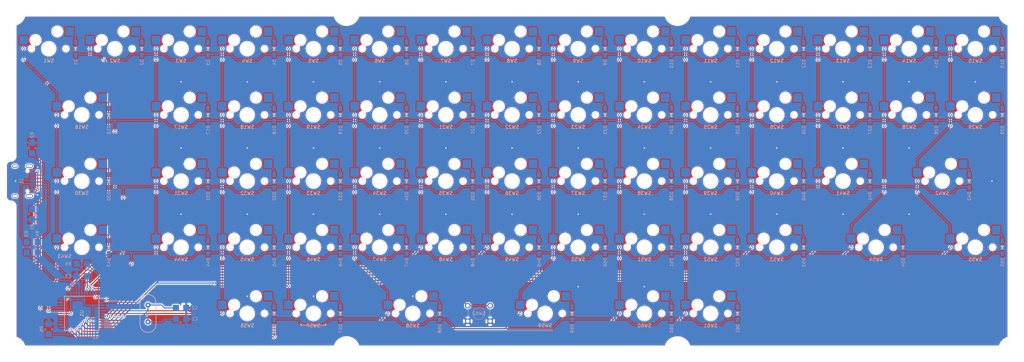
<source format=kicad_pcb>
(kicad_pcb (version 20171130) (host pcbnew "(5.1.2)-2")
  (layers (0 F.Cu signal) (31 B.Cu signal) (34 B.Paste user) (35 F.Paste user) (36 B.SilkS user) (37 F.SilkS user) (38 B.Mask user) (39 F.Mask user) (44 Edge.Cuts user))
  (net 0 "")
  (net 1 "Net-(C1-Pad1)")
  (net 2 "Net-(C2-Pad1)")
  (net 3 VCC)
  (net 4 GND)
  (net 5 "Net-(D1-Pad1)")
  (net 6 /COL-0)
  (net 7 "Net-(D2-Pad1)")
  (net 8 /COL-1)
  (net 9 "Net-(D3-Pad1)")
  (net 10 /COL-2)
  (net 11 "Net-(D4-Pad1)")
  (net 12 /COL-3)
  (net 13 "Net-(D5-Pad1)")
  (net 14 /COL-4)
  (net 15 "Net-(D6-Pad1)")
  (net 16 /COL-5)
  (net 17 "Net-(D7-Pad1)")
  (net 18 /COL-6)
  (net 19 "Net-(D8-Pad1)")
  (net 20 /COL-7)
  (net 21 "Net-(D9-Pad1)")
  (net 22 /COL-8)
  (net 23 "Net-(D10-Pad1)")
  (net 24 /COL-9)
  (net 25 "Net-(D11-Pad1)")
  (net 26 /COL-10)
  (net 27 "Net-(D12-Pad1)")
  (net 28 /COL-11)
  (net 29 "Net-(D13-Pad1)")
  (net 30 /COL-12)
  (net 31 "Net-(D14-Pad1)")
  (net 32 /COL-13)
  (net 33 "Net-(D15-Pad1)")
  (net 34 /COL-14)
  (net 35 "Net-(D16-Pad1)")
  (net 36 "Net-(D17-Pad1)")
  (net 37 "Net-(D18-Pad1)")
  (net 38 "Net-(D19-Pad1)")
  (net 39 "Net-(D20-Pad1)")
  (net 40 "Net-(D21-Pad1)")
  (net 41 "Net-(D22-Pad1)")
  (net 42 "Net-(D23-Pad1)")
  (net 43 "Net-(D24-Pad1)")
  (net 44 "Net-(D25-Pad1)")
  (net 45 "Net-(D26-Pad1)")
  (net 46 "Net-(D27-Pad1)")
  (net 47 "Net-(D28-Pad1)")
  (net 48 "Net-(D29-Pad1)")
  (net 49 "Net-(D30-Pad1)")
  (net 50 "Net-(D31-Pad1)")
  (net 51 "Net-(D32-Pad1)")
  (net 52 "Net-(D33-Pad1)")
  (net 53 "Net-(D34-Pad1)")
  (net 54 "Net-(D35-Pad1)")
  (net 55 "Net-(D36-Pad1)")
  (net 56 "Net-(D37-Pad1)")
  (net 57 "Net-(D38-Pad1)")
  (net 58 "Net-(D39-Pad1)")
  (net 59 "Net-(D40-Pad1)")
  (net 60 "Net-(D41-Pad1)")
  (net 61 "Net-(D42-Pad1)")
  (net 62 "Net-(D43-Pad1)")
  (net 63 "Net-(D44-Pad1)")
  (net 64 "Net-(D45-Pad1)")
  (net 65 "Net-(D46-Pad1)")
  (net 66 "Net-(D47-Pad1)")
  (net 67 "Net-(D48-Pad1)")
  (net 68 "Net-(D49-Pad1)")
  (net 69 "Net-(D50-Pad1)")
  (net 70 "Net-(D51-Pad1)")
  (net 71 "Net-(D52-Pad1)")
  (net 72 "Net-(D53-Pad1)")
  (net 73 "Net-(D54-Pad1)")
  (net 74 "Net-(D55-Pad1)")
  (net 75 "Net-(D56-Pad1)")
  (net 76 "Net-(D57-Pad1)")
  (net 77 "Net-(D58-Pad1)")
  (net 78 "Net-(D59-Pad1)")
  (net 79 "Net-(D60-Pad1)")
  (net 80 "Net-(D61-Pad1)")
  (net 81 /ROW-0)
  (net 82 /RESET)
  (net 83 /ROW-1)
  (net 84 /ROW-2)
  (net 85 /ROW-3)
  (net 86 /ROW-4)
  (net 87 /D+)
  (net 88 /D-)
  (net 89 "Net-(J1-PadA5)")
  (net 90 "Net-(J1-PadB5)")
  (net 91 "Net-(J1-PadA7)")
  (net 92 "Net-(J1-PadA6)")
  (net 93 "Net-(C3-Pad1)")
  (net 94 "Net-(R6-Pad2)")
  (module footprint:Tact-Switch (layer B.Cu) (at 138.9 90.9)
    (fp_text reference SW62 (at 0 0) (layer B.SilkS) (effects (font (size 0.9 0.9) (thickness 0.1)) (justify mirror)))
    (fp_text value RESET hide)
    (pad 2 thru_hole circle (at -3.25 -2.25) (size 1.6 1.6) (drill 1) (layers *.Cu *.Mask) (net 82 /RESET))
    (pad 2 thru_hole circle (at 3.25 -2.25) (size 1.6 1.6) (drill 1) (layers *.Cu *.Mask) (net 82 /RESET))
    (pad 1 thru_hole circle (at 3.25 2.25) (size 1.6 1.6) (drill 1) (layers *.Cu *.Mask) (net 4 GND))
    (pad 1 thru_hole circle (at -3.25 2.25) (size 1.6 1.6) (drill 1) (layers *.Cu *.Mask) (net 4 GND))
  )
  (module footprint:1206-3216 (layer B.Cu) (at 14.1 95.4 270)
    (fp_text reference R6 (at -0.9 2.1 90) (layer B.SilkS) (effects (font (size 0.9 0.9) (thickness 0.1)) (justify left mirror)))
    (fp_text value 10k hide)
    (pad 2 smd roundrect (at 1.5 0 270) (size 1.8 1.8) (layers B.Cu B.Paste B.Mask) (roundrect_rratio 0.1) (net 94 "Net-(R6-Pad2)"))
    (pad 1 smd roundrect (at -1.5 0 270) (size 1.8 1.8) (layers B.Cu B.Paste B.Mask) (roundrect_rratio 0.1) (net 4 GND))
  )
  (module footprint:TYPE-C-31-M-12 (layer B.Cu) (at 1.7 52.5 270)
    (fp_text reference J1 (at 0 -4.5 270) (layer B.SilkS) (effects (justify mirror)))
    (fp_text value TYPE-C-31-M-12 hide)
    (pad A1B12 smd roundrect (at 3.25 -7.695 270) (size 0.6 1.45) (layers B.Cu B.Paste B.Mask) (roundrect_rratio 0.1) (net 4 GND))
    (pad A4B9 smd roundrect (at 2.45 -7.695 270) (size 0.6 1.45) (layers B.Cu B.Paste B.Mask) (roundrect_rratio 0.1) (net 3 VCC))
    (pad B1A12 smd roundrect (at -3.25 -7.695 270) (size 0.6 1.45) (layers B.Cu B.Paste B.Mask) (roundrect_rratio 0.1) (net 4 GND))
    (pad B4A9 smd roundrect (at -2.45 -7.695 270) (size 0.6 1.45) (layers B.Cu B.Paste B.Mask) (roundrect_rratio 0.1) (net 3 VCC))
    (pad B8 smd roundrect (at 1.75 -7.695 270) (size 0.3 1.45) (layers B.Cu B.Paste B.Mask) (roundrect_rratio 0.1))
    (pad A5 smd roundrect (at 1.25 -7.695 270) (size 0.3 1.45) (layers B.Cu B.Paste B.Mask) (roundrect_rratio 0.1) (net 89 "Net-(J1-PadA5)"))
    (pad B7 smd roundrect (at 0.75 -7.695 270) (size 0.3 1.45) (layers B.Cu B.Paste B.Mask) (roundrect_rratio 0.1) (net 91 "Net-(J1-PadA7)"))
    (pad A6 smd roundrect (at 0.25 -7.695 270) (size 0.3 1.45) (layers B.Cu B.Paste B.Mask) (roundrect_rratio 0.1) (net 92 "Net-(J1-PadA6)"))
    (pad A7 smd roundrect (at -0.25 -7.695 270) (size 0.3 1.45) (layers B.Cu B.Paste B.Mask) (roundrect_rratio 0.1) (net 91 "Net-(J1-PadA7)"))
    (pad B6 smd roundrect (at -0.75 -7.695 270) (size 0.3 1.45) (layers B.Cu B.Paste B.Mask) (roundrect_rratio 0.1) (net 92 "Net-(J1-PadA6)"))
    (pad A8 smd roundrect (at -1.25 -7.695 270) (size 0.3 1.45) (layers B.Cu B.Paste B.Mask) (roundrect_rratio 0.1))
    (pad B5 smd roundrect (at -1.75 -7.695 270) (size 0.3 1.45) (layers B.Cu B.Paste B.Mask) (roundrect_rratio 0.1) (net 90 "Net-(J1-PadB5)"))
    (pad "" np_thru_hole roundrect (at 2.89 -6.25 270) (size 0.65 0.65) (drill 0.65) (layers *.Cu *.Mask) (roundrect_rratio 0.5))
    (pad "" np_thru_hole roundrect (at -2.89 -6.25 270) (size 0.65 0.65) (drill 0.65) (layers *.Cu *.Mask) (roundrect_rratio 0.5))
    (pad "" thru_hole roundrect (at -4.32 -6.78 270) (size 1 2.1) (drill oval 0.6 1.7) (layers *.Cu *.Mask) (roundrect_rratio 0.5))
    (pad "" thru_hole roundrect (at 4.32 -6.78 270) (size 1 2.1) (drill oval 0.6 1.7) (layers *.Cu *.Mask) (roundrect_rratio 0.5))
    (pad "" thru_hole roundrect (at -4.32 -2.6 270) (size 1 1.6) (drill oval 0.6 1.2) (layers *.Cu *.Mask) (roundrect_rratio 0.5))
    (pad "" thru_hole roundrect (at 4.32 -2.6 270) (size 1 1.6) (drill oval 0.6 1.2) (layers *.Cu *.Mask) (roundrect_rratio 0.5))
  )
  (module footprint:1206-3216 (layer B.Cu) (at 23.7 76.5 180)
    (fp_text reference R5 (at 3 -0.05) (layer B.SilkS) (effects (font (size 0.9 0.9) (thickness 0.1)) (justify left mirror)))
    (fp_text value 10k hide)
    (pad 2 smd roundrect (at 1.5 0 180) (size 1.8 1.8) (layers B.Cu B.Paste B.Mask) (roundrect_rratio 0.1) (net 3 VCC))
    (pad 1 smd roundrect (at -1.5 0 180) (size 1.8 1.8) (layers B.Cu B.Paste B.Mask) (roundrect_rratio 0.1) (net 82 /RESET))
  )
  (module footprint:1206-3216 (layer B.Cu) (at 10.9 71.7 90)
    (fp_text reference R4 (at 3 -0.05 90) (layer B.SilkS) (effects (font (size 0.9 0.9) (thickness 0.1)) (justify right mirror)))
    (fp_text value 22 hide)
    (pad 2 smd roundrect (at 1.5 0 90) (size 1.8 1.8) (layers B.Cu B.Paste B.Mask) (roundrect_rratio 0.1) (net 92 "Net-(J1-PadA6)"))
    (pad 1 smd roundrect (at -1.5 0 90) (size 1.8 1.8) (layers B.Cu B.Paste B.Mask) (roundrect_rratio 0.1) (net 87 /D+))
  )
  (module footprint:1206-3216 (layer B.Cu) (at 7.7 71.7 90)
    (fp_text reference R3 (at 3 -0.05 90) (layer B.SilkS) (effects (font (size 0.9 0.9) (thickness 0.1)) (justify right mirror)))
    (fp_text value 22 hide)
    (pad 2 smd roundrect (at 1.5 0 90) (size 1.8 1.8) (layers B.Cu B.Paste B.Mask) (roundrect_rratio 0.1) (net 91 "Net-(J1-PadA7)"))
    (pad 1 smd roundrect (at -1.5 0 90) (size 1.8 1.8) (layers B.Cu B.Paste B.Mask) (roundrect_rratio 0.1) (net 88 /D-))
  )
  (module footprint:1206-3216 (layer B.Cu) (at 9.3 42.9 270)
    (fp_text reference R2 (at -4.7 0 90) (layer B.SilkS) (effects (font (size 0.9 0.9) (thickness 0.1)) (justify left mirror)))
    (fp_text value 5.1k hide)
    (pad 2 smd roundrect (at 1.5 0 270) (size 1.8 1.8) (layers B.Cu B.Paste B.Mask) (roundrect_rratio 0.1) (net 90 "Net-(J1-PadB5)"))
    (pad 1 smd roundrect (at -1.5 0 270) (size 1.8 1.8) (layers B.Cu B.Paste B.Mask) (roundrect_rratio 0.1) (net 4 GND))
  )
  (module footprint:1206-3216 (layer B.Cu) (at 9.3 62.1 90)
    (fp_text reference R1 (at -4.7 0 90) (layer B.SilkS) (effects (font (size 0.9 0.9) (thickness 0.1)) (justify right mirror)))
    (fp_text value 5.1k hide)
    (pad 2 smd roundrect (at 1.5 0 90) (size 1.8 1.8) (layers B.Cu B.Paste B.Mask) (roundrect_rratio 0.1) (net 89 "Net-(J1-PadA5)"))
    (pad 1 smd roundrect (at -1.5 0 90) (size 1.8 1.8) (layers B.Cu B.Paste B.Mask) (roundrect_rratio 0.1) (net 4 GND))
  )
  (module footprint:1206-3216 (layer B.Cu) (at 23.7 80.1 180)
    (fp_text reference C3 (at 3 -0.05) (layer B.SilkS) (effects (font (size 0.9 0.9) (thickness 0.1)) (justify left mirror)))
    (fp_text value 1u hide)
    (pad 2 smd roundrect (at 1.5 0 180) (size 1.8 1.8) (layers B.Cu B.Paste B.Mask) (roundrect_rratio 0.1) (net 4 GND))
    (pad 1 smd roundrect (at -1.5 0 180) (size 1.8 1.8) (layers B.Cu B.Paste B.Mask) (roundrect_rratio 0.1) (net 93 "Net-(C3-Pad1)"))
  )
  (module footprint:1206-3216 (layer B.Cu) (at 52.5 89.3)
    (fp_text reference C2 (at 3 -0.05) (layer B.SilkS) (effects (font (size 0.9 0.9) (thickness 0.1)) (justify right mirror)))
    (fp_text value 22p hide)
    (pad 2 smd roundrect (at 1.5 0) (size 1.8 1.8) (layers B.Cu B.Paste B.Mask) (roundrect_rratio 0.1) (net 4 GND))
    (pad 1 smd roundrect (at -1.5 0) (size 1.8 1.8) (layers B.Cu B.Paste B.Mask) (roundrect_rratio 0.1) (net 2 "Net-(C2-Pad1)"))
  )
  (module footprint:1206-3216 (layer B.Cu) (at 52.5 92.5)
    (fp_text reference C1 (at 3 -0.05) (layer B.SilkS) (effects (font (size 0.9 0.9) (thickness 0.1)) (justify right mirror)))
    (fp_text value 22p hide)
    (pad 2 smd roundrect (at 1.5 0) (size 1.8 1.8) (layers B.Cu B.Paste B.Mask) (roundrect_rratio 0.1) (net 4 GND))
    (pad 1 smd roundrect (at -1.5 0) (size 1.8 1.8) (layers B.Cu B.Paste B.Mask) (roundrect_rratio 0.1) (net 1 "Net-(C1-Pad1)"))
  )
  (module footprint:Crystal-HC-49-S (layer B.Cu) (at 42.9 90.9 90)
    (fp_text reference Y1 (at 0 0 90) (layer B.SilkS) (effects (justify mirror)))
    (fp_text value 16MHz hide)
    (pad 2 thru_hole roundrect (at 2.45 0 90) (size 1.5 1.5) (drill 0.6) (layers *.Cu *.Mask) (roundrect_rratio 0.5) (net 2 "Net-(C2-Pad1)"))
    (pad 1 thru_hole roundrect (at -2.45 0 90) (size 1.5 1.5) (drill 0.6) (layers *.Cu *.Mask) (roundrect_rratio 0.5) (net 1 "Net-(C1-Pad1)"))
  )
  (module footprint:TQFP44 (layer B.Cu) (at 23.7 90.9 270)
    (fp_text reference U1 (at 0 0 90) (layer B.SilkS) (effects (justify mirror)))
    (fp_text value ATmega32U4-AU hide)
    (pad 44 smd roundrect (at -4 6 180) (size 1.2 0.4) (layers B.Cu B.Paste B.Mask) (roundrect_rratio 0.5) (net 3 VCC))
    (pad 43 smd roundrect (at -3.2 6 180) (size 1.2 0.4) (layers B.Cu B.Paste B.Mask) (roundrect_rratio 0.5) (net 4 GND))
    (pad 42 smd roundrect (at -2.4 6 180) (size 1.2 0.4) (layers B.Cu B.Paste B.Mask) (roundrect_rratio 0.5))
    (pad 41 smd roundrect (at -1.6 6 180) (size 1.2 0.4) (layers B.Cu B.Paste B.Mask) (roundrect_rratio 0.5) (net 8 /COL-1))
    (pad 40 smd roundrect (at -0.8 6 180) (size 1.2 0.4) (layers B.Cu B.Paste B.Mask) (roundrect_rratio 0.5) (net 6 /COL-0))
    (pad 39 smd roundrect (at 0 6 180) (size 1.2 0.4) (layers B.Cu B.Paste B.Mask) (roundrect_rratio 0.5))
    (pad 38 smd roundrect (at 0.8 6 180) (size 1.2 0.4) (layers B.Cu B.Paste B.Mask) (roundrect_rratio 0.5))
    (pad 37 smd roundrect (at 1.6 6 180) (size 1.2 0.4) (layers B.Cu B.Paste B.Mask) (roundrect_rratio 0.5))
    (pad 36 smd roundrect (at 2.4 6 180) (size 1.2 0.4) (layers B.Cu B.Paste B.Mask) (roundrect_rratio 0.5))
    (pad 35 smd roundrect (at 3.2 6 180) (size 1.2 0.4) (layers B.Cu B.Paste B.Mask) (roundrect_rratio 0.5) (net 4 GND))
    (pad 34 smd roundrect (at 4 6 180) (size 1.2 0.4) (layers B.Cu B.Paste B.Mask) (roundrect_rratio 0.5) (net 3 VCC))
    (pad 33 smd roundrect (at 6 4 270) (size 1.2 0.4) (layers B.Cu B.Paste B.Mask) (roundrect_rratio 0.5) (net 94 "Net-(R6-Pad2)"))
    (pad 32 smd roundrect (at 6 3.2 270) (size 1.2 0.4) (layers B.Cu B.Paste B.Mask) (roundrect_rratio 0.5) (net 86 /ROW-4))
    (pad 31 smd roundrect (at 6 2.4 270) (size 1.2 0.4) (layers B.Cu B.Paste B.Mask) (roundrect_rratio 0.5))
    (pad 30 smd roundrect (at 6 1.6 270) (size 1.2 0.4) (layers B.Cu B.Paste B.Mask) (roundrect_rratio 0.5) (net 26 /COL-10))
    (pad 29 smd roundrect (at 6 0.8 270) (size 1.2 0.4) (layers B.Cu B.Paste B.Mask) (roundrect_rratio 0.5) (net 24 /COL-9))
    (pad 28 smd roundrect (at 6 0 270) (size 1.2 0.4) (layers B.Cu B.Paste B.Mask) (roundrect_rratio 0.5) (net 22 /COL-8))
    (pad 27 smd roundrect (at 6 -0.8 270) (size 1.2 0.4) (layers B.Cu B.Paste B.Mask) (roundrect_rratio 0.5) (net 16 /COL-5))
    (pad 26 smd roundrect (at 6 -1.6 270) (size 1.2 0.4) (layers B.Cu B.Paste B.Mask) (roundrect_rratio 0.5) (net 14 /COL-4))
    (pad 25 smd roundrect (at 6 -2.4 270) (size 1.2 0.4) (layers B.Cu B.Paste B.Mask) (roundrect_rratio 0.5) (net 12 /COL-3))
    (pad 24 smd roundrect (at 6 -3.2 270) (size 1.2 0.4) (layers B.Cu B.Paste B.Mask) (roundrect_rratio 0.5) (net 3 VCC))
    (pad 23 smd roundrect (at 6 -4 270) (size 1.2 0.4) (layers B.Cu B.Paste B.Mask) (roundrect_rratio 0.5) (net 4 GND))
    (pad 22 smd roundrect (at 4 -6 180) (size 1.2 0.4) (layers B.Cu B.Paste B.Mask) (roundrect_rratio 0.5) (net 34 /COL-14))
    (pad 21 smd roundrect (at 3.2 -6 180) (size 1.2 0.4) (layers B.Cu B.Paste B.Mask) (roundrect_rratio 0.5) (net 32 /COL-13))
    (pad 20 smd roundrect (at 2.4 -6 180) (size 1.2 0.4) (layers B.Cu B.Paste B.Mask) (roundrect_rratio 0.5) (net 30 /COL-12))
    (pad 19 smd roundrect (at 1.6 -6 180) (size 1.2 0.4) (layers B.Cu B.Paste B.Mask) (roundrect_rratio 0.5) (net 28 /COL-11))
    (pad 18 smd roundrect (at 0.8 -6 180) (size 1.2 0.4) (layers B.Cu B.Paste B.Mask) (roundrect_rratio 0.5) (net 20 /COL-7))
    (pad 17 smd roundrect (at 0 -6 180) (size 1.2 0.4) (layers B.Cu B.Paste B.Mask) (roundrect_rratio 0.5) (net 1 "Net-(C1-Pad1)"))
    (pad 16 smd roundrect (at -0.8 -6 180) (size 1.2 0.4) (layers B.Cu B.Paste B.Mask) (roundrect_rratio 0.5) (net 2 "Net-(C2-Pad1)"))
    (pad 15 smd roundrect (at -1.6 -6 180) (size 1.2 0.4) (layers B.Cu B.Paste B.Mask) (roundrect_rratio 0.5) (net 4 GND))
    (pad 14 smd roundrect (at -2.4 -6 180) (size 1.2 0.4) (layers B.Cu B.Paste B.Mask) (roundrect_rratio 0.5) (net 3 VCC))
    (pad 13 smd roundrect (at -3.2 -6 180) (size 1.2 0.4) (layers B.Cu B.Paste B.Mask) (roundrect_rratio 0.5) (net 82 /RESET))
    (pad 12 smd roundrect (at -4 -6 180) (size 1.2 0.4) (layers B.Cu B.Paste B.Mask) (roundrect_rratio 0.5) (net 18 /COL-6))
    (pad 11 smd roundrect (at -6 -4 270) (size 1.2 0.4) (layers B.Cu B.Paste B.Mask) (roundrect_rratio 0.5) (net 10 /COL-2))
    (pad 10 smd roundrect (at -6 -3.2 270) (size 1.2 0.4) (layers B.Cu B.Paste B.Mask) (roundrect_rratio 0.5) (net 85 /ROW-3))
    (pad 9 smd roundrect (at -6 -2.4 270) (size 1.2 0.4) (layers B.Cu B.Paste B.Mask) (roundrect_rratio 0.5) (net 84 /ROW-2))
    (pad 8 smd roundrect (at -6 -1.6 270) (size 1.2 0.4) (layers B.Cu B.Paste B.Mask) (roundrect_rratio 0.5) (net 83 /ROW-1))
    (pad 7 smd roundrect (at -6 -0.8 270) (size 1.2 0.4) (layers B.Cu B.Paste B.Mask) (roundrect_rratio 0.5) (net 3 VCC))
    (pad 6 smd roundrect (at -6 0 270) (size 1.2 0.4) (layers B.Cu B.Paste B.Mask) (roundrect_rratio 0.5) (net 93 "Net-(C3-Pad1)"))
    (pad 5 smd roundrect (at -6 0.8 270) (size 1.2 0.4) (layers B.Cu B.Paste B.Mask) (roundrect_rratio 0.5) (net 4 GND))
    (pad 4 smd roundrect (at -6 1.6 270) (size 1.2 0.4) (layers B.Cu B.Paste B.Mask) (roundrect_rratio 0.5) (net 87 /D+))
    (pad 3 smd roundrect (at -6 2.4 270) (size 1.2 0.4) (layers B.Cu B.Paste B.Mask) (roundrect_rratio 0.5) (net 88 /D-))
    (pad 2 smd roundrect (at -6 3.2 270) (size 1.2 0.4) (layers B.Cu B.Paste B.Mask) (roundrect_rratio 0.5) (net 3 VCC))
    (pad 1 smd roundrect (at -6 4 270) (size 1.2 0.4) (layers B.Cu B.Paste B.Mask) (roundrect_rratio 0.5) (net 81 /ROW-0))
  )
  (module footprint:Cherry-MX-Kailh-Socket (layer F.Cu) (at 206.1 90.9)
    (fp_text reference SW61 (at 0 3.5) (layer B.SilkS) (effects (justify mirror)))
    (fp_text value SW_Push hide)
    (pad 1 smd roundrect (at -7.25 -2.5) (size 2.5 2.5) (layers B.Cu B.Paste B.Mask) (roundrect_rratio 0.1) (net 26 /COL-10))
    (pad 2 smd roundrect (at 6.05 -5) (size 2.5 2.5) (layers B.Cu B.Paste B.Mask) (roundrect_rratio 0.1) (net 80 "Net-(D61-Pad1)"))
    (pad "" np_thru_hole roundrect (at 2.5 -5) (size 3 3) (drill 3) (layers *.Cu *.Mask) (roundrect_rratio 0.5))
    (pad "" np_thru_hole roundrect (at -3.8 -2.5) (size 3 3) (drill 3) (layers *.Cu *.Mask) (roundrect_rratio 0.5))
    (pad "" np_thru_hole roundrect (at -5 0) (size 1.7 1.7) (drill 1.7) (layers *.Cu *.Mask) (roundrect_rratio 0.5))
    (pad "" np_thru_hole roundrect (at 5 0) (size 1.7 1.7) (drill 1.7) (layers *.Cu *.Mask) (roundrect_rratio 0.5))
    (pad "" np_thru_hole roundrect (at 0 0) (size 4 4) (drill 4) (layers *.Cu *.Mask) (roundrect_rratio 0.5))
  )
  (module footprint:Cherry-MX-Kailh-Socket (layer F.Cu) (at 186.9 90.9)
    (fp_text reference SW60 (at 0 3.5) (layer B.SilkS) (effects (justify mirror)))
    (fp_text value SW_Push hide)
    (pad 1 smd roundrect (at -7.25 -2.5) (size 2.5 2.5) (layers B.Cu B.Paste B.Mask) (roundrect_rratio 0.1) (net 24 /COL-9))
    (pad 2 smd roundrect (at 6.05 -5) (size 2.5 2.5) (layers B.Cu B.Paste B.Mask) (roundrect_rratio 0.1) (net 79 "Net-(D60-Pad1)"))
    (pad "" np_thru_hole roundrect (at 2.5 -5) (size 3 3) (drill 3) (layers *.Cu *.Mask) (roundrect_rratio 0.5))
    (pad "" np_thru_hole roundrect (at -3.8 -2.5) (size 3 3) (drill 3) (layers *.Cu *.Mask) (roundrect_rratio 0.5))
    (pad "" np_thru_hole roundrect (at -5 0) (size 1.7 1.7) (drill 1.7) (layers *.Cu *.Mask) (roundrect_rratio 0.5))
    (pad "" np_thru_hole roundrect (at 5 0) (size 1.7 1.7) (drill 1.7) (layers *.Cu *.Mask) (roundrect_rratio 0.5))
    (pad "" np_thru_hole roundrect (at 0 0) (size 4 4) (drill 4) (layers *.Cu *.Mask) (roundrect_rratio 0.5))
  )
  (module footprint:Cherry-MX-Kailh-Socket (layer F.Cu) (at 158.1 90.9)
    (fp_text reference SW59 (at 0 3.5) (layer B.SilkS) (effects (justify mirror)))
    (fp_text value SW_Push hide)
    (pad 1 smd roundrect (at -7.25 -2.5) (size 2.5 2.5) (layers B.Cu B.Paste B.Mask) (roundrect_rratio 0.1) (net 22 /COL-8))
    (pad 2 smd roundrect (at 6.05 -5) (size 2.5 2.5) (layers B.Cu B.Paste B.Mask) (roundrect_rratio 0.1) (net 78 "Net-(D59-Pad1)"))
    (pad "" np_thru_hole roundrect (at 2.5 -5) (size 3 3) (drill 3) (layers *.Cu *.Mask) (roundrect_rratio 0.5))
    (pad "" np_thru_hole roundrect (at -3.8 -2.5) (size 3 3) (drill 3) (layers *.Cu *.Mask) (roundrect_rratio 0.5))
    (pad "" np_thru_hole roundrect (at -5 0) (size 1.7 1.7) (drill 1.7) (layers *.Cu *.Mask) (roundrect_rratio 0.5))
    (pad "" np_thru_hole roundrect (at 5 0) (size 1.7 1.7) (drill 1.7) (layers *.Cu *.Mask) (roundrect_rratio 0.5))
    (pad "" np_thru_hole roundrect (at 0 0) (size 4 4) (drill 4) (layers *.Cu *.Mask) (roundrect_rratio 0.5))
  )
  (module footprint:Cherry-MX-Kailh-Socket (layer F.Cu) (at 119.7 90.9)
    (fp_text reference SW58 (at 0 3.5) (layer B.SilkS) (effects (justify mirror)))
    (fp_text value SW_Push hide)
    (pad 1 smd roundrect (at -7.25 -2.5) (size 2.5 2.5) (layers B.Cu B.Paste B.Mask) (roundrect_rratio 0.1) (net 16 /COL-5))
    (pad 2 smd roundrect (at 6.05 -5) (size 2.5 2.5) (layers B.Cu B.Paste B.Mask) (roundrect_rratio 0.1) (net 77 "Net-(D58-Pad1)"))
    (pad "" np_thru_hole roundrect (at 2.5 -5) (size 3 3) (drill 3) (layers *.Cu *.Mask) (roundrect_rratio 0.5))
    (pad "" np_thru_hole roundrect (at -3.8 -2.5) (size 3 3) (drill 3) (layers *.Cu *.Mask) (roundrect_rratio 0.5))
    (pad "" np_thru_hole roundrect (at -5 0) (size 1.7 1.7) (drill 1.7) (layers *.Cu *.Mask) (roundrect_rratio 0.5))
    (pad "" np_thru_hole roundrect (at 5 0) (size 1.7 1.7) (drill 1.7) (layers *.Cu *.Mask) (roundrect_rratio 0.5))
    (pad "" np_thru_hole roundrect (at 0 0) (size 4 4) (drill 4) (layers *.Cu *.Mask) (roundrect_rratio 0.5))
  )
  (module footprint:Cherry-MX-Kailh-Socket (layer F.Cu) (at 90.9 90.9)
    (fp_text reference SW57 (at 0 3.5) (layer B.SilkS) (effects (justify mirror)))
    (fp_text value SW_Push hide)
    (pad 1 smd roundrect (at -7.25 -2.5) (size 2.5 2.5) (layers B.Cu B.Paste B.Mask) (roundrect_rratio 0.1) (net 14 /COL-4))
    (pad 2 smd roundrect (at 6.05 -5) (size 2.5 2.5) (layers B.Cu B.Paste B.Mask) (roundrect_rratio 0.1) (net 76 "Net-(D57-Pad1)"))
    (pad "" np_thru_hole roundrect (at 2.5 -5) (size 3 3) (drill 3) (layers *.Cu *.Mask) (roundrect_rratio 0.5))
    (pad "" np_thru_hole roundrect (at -3.8 -2.5) (size 3 3) (drill 3) (layers *.Cu *.Mask) (roundrect_rratio 0.5))
    (pad "" np_thru_hole roundrect (at -5 0) (size 1.7 1.7) (drill 1.7) (layers *.Cu *.Mask) (roundrect_rratio 0.5))
    (pad "" np_thru_hole roundrect (at 5 0) (size 1.7 1.7) (drill 1.7) (layers *.Cu *.Mask) (roundrect_rratio 0.5))
    (pad "" np_thru_hole roundrect (at 0 0) (size 4 4) (drill 4) (layers *.Cu *.Mask) (roundrect_rratio 0.5))
  )
  (module footprint:Cherry-MX-Kailh-Socket (layer F.Cu) (at 71.7 90.9)
    (fp_text reference SW56 (at 0 3.5) (layer B.SilkS) (effects (justify mirror)))
    (fp_text value SW_Push hide)
    (pad 1 smd roundrect (at -7.25 -2.5) (size 2.5 2.5) (layers B.Cu B.Paste B.Mask) (roundrect_rratio 0.1) (net 12 /COL-3))
    (pad 2 smd roundrect (at 6.05 -5) (size 2.5 2.5) (layers B.Cu B.Paste B.Mask) (roundrect_rratio 0.1) (net 75 "Net-(D56-Pad1)"))
    (pad "" np_thru_hole roundrect (at 2.5 -5) (size 3 3) (drill 3) (layers *.Cu *.Mask) (roundrect_rratio 0.5))
    (pad "" np_thru_hole roundrect (at -3.8 -2.5) (size 3 3) (drill 3) (layers *.Cu *.Mask) (roundrect_rratio 0.5))
    (pad "" np_thru_hole roundrect (at -5 0) (size 1.7 1.7) (drill 1.7) (layers *.Cu *.Mask) (roundrect_rratio 0.5))
    (pad "" np_thru_hole roundrect (at 5 0) (size 1.7 1.7) (drill 1.7) (layers *.Cu *.Mask) (roundrect_rratio 0.5))
    (pad "" np_thru_hole roundrect (at 0 0) (size 4 4) (drill 4) (layers *.Cu *.Mask) (roundrect_rratio 0.5))
  )
  (module footprint:Cherry-MX-Kailh-Socket (layer F.Cu) (at 282.9 71.7)
    (fp_text reference SW55 (at 0 3.5) (layer B.SilkS) (effects (justify mirror)))
    (fp_text value SW_Push hide)
    (pad 1 smd roundrect (at -7.25 -2.5) (size 2.5 2.5) (layers B.Cu B.Paste B.Mask) (roundrect_rratio 0.1) (net 34 /COL-14))
    (pad 2 smd roundrect (at 6.05 -5) (size 2.5 2.5) (layers B.Cu B.Paste B.Mask) (roundrect_rratio 0.1) (net 74 "Net-(D55-Pad1)"))
    (pad "" np_thru_hole roundrect (at 2.5 -5) (size 3 3) (drill 3) (layers *.Cu *.Mask) (roundrect_rratio 0.5))
    (pad "" np_thru_hole roundrect (at -3.8 -2.5) (size 3 3) (drill 3) (layers *.Cu *.Mask) (roundrect_rratio 0.5))
    (pad "" np_thru_hole roundrect (at -5 0) (size 1.7 1.7) (drill 1.7) (layers *.Cu *.Mask) (roundrect_rratio 0.5))
    (pad "" np_thru_hole roundrect (at 5 0) (size 1.7 1.7) (drill 1.7) (layers *.Cu *.Mask) (roundrect_rratio 0.5))
    (pad "" np_thru_hole roundrect (at 0 0) (size 4 4) (drill 4) (layers *.Cu *.Mask) (roundrect_rratio 0.5))
  )
  (module footprint:Cherry-MX-Kailh-Socket (layer F.Cu) (at 254.1 71.7)
    (fp_text reference SW54 (at 0 3.5) (layer B.SilkS) (effects (justify mirror)))
    (fp_text value SW_Push hide)
    (pad 1 smd roundrect (at -7.25 -2.5) (size 2.5 2.5) (layers B.Cu B.Paste B.Mask) (roundrect_rratio 0.1) (net 32 /COL-13))
    (pad 2 smd roundrect (at 6.05 -5) (size 2.5 2.5) (layers B.Cu B.Paste B.Mask) (roundrect_rratio 0.1) (net 73 "Net-(D54-Pad1)"))
    (pad "" np_thru_hole roundrect (at 2.5 -5) (size 3 3) (drill 3) (layers *.Cu *.Mask) (roundrect_rratio 0.5))
    (pad "" np_thru_hole roundrect (at -3.8 -2.5) (size 3 3) (drill 3) (layers *.Cu *.Mask) (roundrect_rratio 0.5))
    (pad "" np_thru_hole roundrect (at -5 0) (size 1.7 1.7) (drill 1.7) (layers *.Cu *.Mask) (roundrect_rratio 0.5))
    (pad "" np_thru_hole roundrect (at 5 0) (size 1.7 1.7) (drill 1.7) (layers *.Cu *.Mask) (roundrect_rratio 0.5))
    (pad "" np_thru_hole roundrect (at 0 0) (size 4 4) (drill 4) (layers *.Cu *.Mask) (roundrect_rratio 0.5))
  )
  (module footprint:Cherry-MX-Kailh-Socket (layer F.Cu) (at 225.3 71.7)
    (fp_text reference SW53 (at 0 3.5) (layer B.SilkS) (effects (justify mirror)))
    (fp_text value SW_Push hide)
    (pad 1 smd roundrect (at -7.25 -2.5) (size 2.5 2.5) (layers B.Cu B.Paste B.Mask) (roundrect_rratio 0.1) (net 28 /COL-11))
    (pad 2 smd roundrect (at 6.05 -5) (size 2.5 2.5) (layers B.Cu B.Paste B.Mask) (roundrect_rratio 0.1) (net 72 "Net-(D53-Pad1)"))
    (pad "" np_thru_hole roundrect (at 2.5 -5) (size 3 3) (drill 3) (layers *.Cu *.Mask) (roundrect_rratio 0.5))
    (pad "" np_thru_hole roundrect (at -3.8 -2.5) (size 3 3) (drill 3) (layers *.Cu *.Mask) (roundrect_rratio 0.5))
    (pad "" np_thru_hole roundrect (at -5 0) (size 1.7 1.7) (drill 1.7) (layers *.Cu *.Mask) (roundrect_rratio 0.5))
    (pad "" np_thru_hole roundrect (at 5 0) (size 1.7 1.7) (drill 1.7) (layers *.Cu *.Mask) (roundrect_rratio 0.5))
    (pad "" np_thru_hole roundrect (at 0 0) (size 4 4) (drill 4) (layers *.Cu *.Mask) (roundrect_rratio 0.5))
  )
  (module footprint:Cherry-MX-Kailh-Socket (layer F.Cu) (at 206.1 71.7)
    (fp_text reference SW52 (at 0 3.5) (layer B.SilkS) (effects (justify mirror)))
    (fp_text value SW_Push hide)
    (pad 1 smd roundrect (at -7.25 -2.5) (size 2.5 2.5) (layers B.Cu B.Paste B.Mask) (roundrect_rratio 0.1) (net 26 /COL-10))
    (pad 2 smd roundrect (at 6.05 -5) (size 2.5 2.5) (layers B.Cu B.Paste B.Mask) (roundrect_rratio 0.1) (net 71 "Net-(D52-Pad1)"))
    (pad "" np_thru_hole roundrect (at 2.5 -5) (size 3 3) (drill 3) (layers *.Cu *.Mask) (roundrect_rratio 0.5))
    (pad "" np_thru_hole roundrect (at -3.8 -2.5) (size 3 3) (drill 3) (layers *.Cu *.Mask) (roundrect_rratio 0.5))
    (pad "" np_thru_hole roundrect (at -5 0) (size 1.7 1.7) (drill 1.7) (layers *.Cu *.Mask) (roundrect_rratio 0.5))
    (pad "" np_thru_hole roundrect (at 5 0) (size 1.7 1.7) (drill 1.7) (layers *.Cu *.Mask) (roundrect_rratio 0.5))
    (pad "" np_thru_hole roundrect (at 0 0) (size 4 4) (drill 4) (layers *.Cu *.Mask) (roundrect_rratio 0.5))
  )
  (module footprint:Cherry-MX-Kailh-Socket (layer F.Cu) (at 186.9 71.7)
    (fp_text reference SW51 (at 0 3.5) (layer B.SilkS) (effects (justify mirror)))
    (fp_text value SW_Push hide)
    (pad 1 smd roundrect (at -7.25 -2.5) (size 2.5 2.5) (layers B.Cu B.Paste B.Mask) (roundrect_rratio 0.1) (net 24 /COL-9))
    (pad 2 smd roundrect (at 6.05 -5) (size 2.5 2.5) (layers B.Cu B.Paste B.Mask) (roundrect_rratio 0.1) (net 70 "Net-(D51-Pad1)"))
    (pad "" np_thru_hole roundrect (at 2.5 -5) (size 3 3) (drill 3) (layers *.Cu *.Mask) (roundrect_rratio 0.5))
    (pad "" np_thru_hole roundrect (at -3.8 -2.5) (size 3 3) (drill 3) (layers *.Cu *.Mask) (roundrect_rratio 0.5))
    (pad "" np_thru_hole roundrect (at -5 0) (size 1.7 1.7) (drill 1.7) (layers *.Cu *.Mask) (roundrect_rratio 0.5))
    (pad "" np_thru_hole roundrect (at 5 0) (size 1.7 1.7) (drill 1.7) (layers *.Cu *.Mask) (roundrect_rratio 0.5))
    (pad "" np_thru_hole roundrect (at 0 0) (size 4 4) (drill 4) (layers *.Cu *.Mask) (roundrect_rratio 0.5))
  )
  (module footprint:Cherry-MX-Kailh-Socket (layer F.Cu) (at 167.7 71.7)
    (fp_text reference SW50 (at 0 3.5) (layer B.SilkS) (effects (justify mirror)))
    (fp_text value SW_Push hide)
    (pad 1 smd roundrect (at -7.25 -2.5) (size 2.5 2.5) (layers B.Cu B.Paste B.Mask) (roundrect_rratio 0.1) (net 22 /COL-8))
    (pad 2 smd roundrect (at 6.05 -5) (size 2.5 2.5) (layers B.Cu B.Paste B.Mask) (roundrect_rratio 0.1) (net 69 "Net-(D50-Pad1)"))
    (pad "" np_thru_hole roundrect (at 2.5 -5) (size 3 3) (drill 3) (layers *.Cu *.Mask) (roundrect_rratio 0.5))
    (pad "" np_thru_hole roundrect (at -3.8 -2.5) (size 3 3) (drill 3) (layers *.Cu *.Mask) (roundrect_rratio 0.5))
    (pad "" np_thru_hole roundrect (at -5 0) (size 1.7 1.7) (drill 1.7) (layers *.Cu *.Mask) (roundrect_rratio 0.5))
    (pad "" np_thru_hole roundrect (at 5 0) (size 1.7 1.7) (drill 1.7) (layers *.Cu *.Mask) (roundrect_rratio 0.5))
    (pad "" np_thru_hole roundrect (at 0 0) (size 4 4) (drill 4) (layers *.Cu *.Mask) (roundrect_rratio 0.5))
  )
  (module footprint:Cherry-MX-Kailh-Socket (layer F.Cu) (at 148.5 71.7)
    (fp_text reference SW49 (at 0 3.5) (layer B.SilkS) (effects (justify mirror)))
    (fp_text value SW_Push hide)
    (pad 1 smd roundrect (at -7.25 -2.5) (size 2.5 2.5) (layers B.Cu B.Paste B.Mask) (roundrect_rratio 0.1) (net 20 /COL-7))
    (pad 2 smd roundrect (at 6.05 -5) (size 2.5 2.5) (layers B.Cu B.Paste B.Mask) (roundrect_rratio 0.1) (net 68 "Net-(D49-Pad1)"))
    (pad "" np_thru_hole roundrect (at 2.5 -5) (size 3 3) (drill 3) (layers *.Cu *.Mask) (roundrect_rratio 0.5))
    (pad "" np_thru_hole roundrect (at -3.8 -2.5) (size 3 3) (drill 3) (layers *.Cu *.Mask) (roundrect_rratio 0.5))
    (pad "" np_thru_hole roundrect (at -5 0) (size 1.7 1.7) (drill 1.7) (layers *.Cu *.Mask) (roundrect_rratio 0.5))
    (pad "" np_thru_hole roundrect (at 5 0) (size 1.7 1.7) (drill 1.7) (layers *.Cu *.Mask) (roundrect_rratio 0.5))
    (pad "" np_thru_hole roundrect (at 0 0) (size 4 4) (drill 4) (layers *.Cu *.Mask) (roundrect_rratio 0.5))
  )
  (module footprint:Cherry-MX-Kailh-Socket (layer F.Cu) (at 129.3 71.7)
    (fp_text reference SW48 (at 0 3.5) (layer B.SilkS) (effects (justify mirror)))
    (fp_text value SW_Push hide)
    (pad 1 smd roundrect (at -7.25 -2.5) (size 2.5 2.5) (layers B.Cu B.Paste B.Mask) (roundrect_rratio 0.1) (net 18 /COL-6))
    (pad 2 smd roundrect (at 6.05 -5) (size 2.5 2.5) (layers B.Cu B.Paste B.Mask) (roundrect_rratio 0.1) (net 67 "Net-(D48-Pad1)"))
    (pad "" np_thru_hole roundrect (at 2.5 -5) (size 3 3) (drill 3) (layers *.Cu *.Mask) (roundrect_rratio 0.5))
    (pad "" np_thru_hole roundrect (at -3.8 -2.5) (size 3 3) (drill 3) (layers *.Cu *.Mask) (roundrect_rratio 0.5))
    (pad "" np_thru_hole roundrect (at -5 0) (size 1.7 1.7) (drill 1.7) (layers *.Cu *.Mask) (roundrect_rratio 0.5))
    (pad "" np_thru_hole roundrect (at 5 0) (size 1.7 1.7) (drill 1.7) (layers *.Cu *.Mask) (roundrect_rratio 0.5))
    (pad "" np_thru_hole roundrect (at 0 0) (size 4 4) (drill 4) (layers *.Cu *.Mask) (roundrect_rratio 0.5))
  )
  (module footprint:Cherry-MX-Kailh-Socket (layer F.Cu) (at 110.1 71.7)
    (fp_text reference SW47 (at 0 3.5) (layer B.SilkS) (effects (justify mirror)))
    (fp_text value SW_Push hide)
    (pad 1 smd roundrect (at -7.25 -2.5) (size 2.5 2.5) (layers B.Cu B.Paste B.Mask) (roundrect_rratio 0.1) (net 16 /COL-5))
    (pad 2 smd roundrect (at 6.05 -5) (size 2.5 2.5) (layers B.Cu B.Paste B.Mask) (roundrect_rratio 0.1) (net 66 "Net-(D47-Pad1)"))
    (pad "" np_thru_hole roundrect (at 2.5 -5) (size 3 3) (drill 3) (layers *.Cu *.Mask) (roundrect_rratio 0.5))
    (pad "" np_thru_hole roundrect (at -3.8 -2.5) (size 3 3) (drill 3) (layers *.Cu *.Mask) (roundrect_rratio 0.5))
    (pad "" np_thru_hole roundrect (at -5 0) (size 1.7 1.7) (drill 1.7) (layers *.Cu *.Mask) (roundrect_rratio 0.5))
    (pad "" np_thru_hole roundrect (at 5 0) (size 1.7 1.7) (drill 1.7) (layers *.Cu *.Mask) (roundrect_rratio 0.5))
    (pad "" np_thru_hole roundrect (at 0 0) (size 4 4) (drill 4) (layers *.Cu *.Mask) (roundrect_rratio 0.5))
  )
  (module footprint:Cherry-MX-Kailh-Socket (layer F.Cu) (at 90.9 71.7)
    (fp_text reference SW46 (at 0 3.5) (layer B.SilkS) (effects (justify mirror)))
    (fp_text value SW_Push hide)
    (pad 1 smd roundrect (at -7.25 -2.5) (size 2.5 2.5) (layers B.Cu B.Paste B.Mask) (roundrect_rratio 0.1) (net 14 /COL-4))
    (pad 2 smd roundrect (at 6.05 -5) (size 2.5 2.5) (layers B.Cu B.Paste B.Mask) (roundrect_rratio 0.1) (net 65 "Net-(D46-Pad1)"))
    (pad "" np_thru_hole roundrect (at 2.5 -5) (size 3 3) (drill 3) (layers *.Cu *.Mask) (roundrect_rratio 0.5))
    (pad "" np_thru_hole roundrect (at -3.8 -2.5) (size 3 3) (drill 3) (layers *.Cu *.Mask) (roundrect_rratio 0.5))
    (pad "" np_thru_hole roundrect (at -5 0) (size 1.7 1.7) (drill 1.7) (layers *.Cu *.Mask) (roundrect_rratio 0.5))
    (pad "" np_thru_hole roundrect (at 5 0) (size 1.7 1.7) (drill 1.7) (layers *.Cu *.Mask) (roundrect_rratio 0.5))
    (pad "" np_thru_hole roundrect (at 0 0) (size 4 4) (drill 4) (layers *.Cu *.Mask) (roundrect_rratio 0.5))
  )
  (module footprint:Cherry-MX-Kailh-Socket (layer F.Cu) (at 71.7 71.7)
    (fp_text reference SW45 (at 0 3.5) (layer B.SilkS) (effects (justify mirror)))
    (fp_text value SW_Push hide)
    (pad 1 smd roundrect (at -7.25 -2.5) (size 2.5 2.5) (layers B.Cu B.Paste B.Mask) (roundrect_rratio 0.1) (net 12 /COL-3))
    (pad 2 smd roundrect (at 6.05 -5) (size 2.5 2.5) (layers B.Cu B.Paste B.Mask) (roundrect_rratio 0.1) (net 64 "Net-(D45-Pad1)"))
    (pad "" np_thru_hole roundrect (at 2.5 -5) (size 3 3) (drill 3) (layers *.Cu *.Mask) (roundrect_rratio 0.5))
    (pad "" np_thru_hole roundrect (at -3.8 -2.5) (size 3 3) (drill 3) (layers *.Cu *.Mask) (roundrect_rratio 0.5))
    (pad "" np_thru_hole roundrect (at -5 0) (size 1.7 1.7) (drill 1.7) (layers *.Cu *.Mask) (roundrect_rratio 0.5))
    (pad "" np_thru_hole roundrect (at 5 0) (size 1.7 1.7) (drill 1.7) (layers *.Cu *.Mask) (roundrect_rratio 0.5))
    (pad "" np_thru_hole roundrect (at 0 0) (size 4 4) (drill 4) (layers *.Cu *.Mask) (roundrect_rratio 0.5))
  )
  (module footprint:Cherry-MX-Kailh-Socket (layer F.Cu) (at 52.5 71.7)
    (fp_text reference SW44 (at 0 3.5) (layer B.SilkS) (effects (justify mirror)))
    (fp_text value SW_Push hide)
    (pad 1 smd roundrect (at -7.25 -2.5) (size 2.5 2.5) (layers B.Cu B.Paste B.Mask) (roundrect_rratio 0.1) (net 10 /COL-2))
    (pad 2 smd roundrect (at 6.05 -5) (size 2.5 2.5) (layers B.Cu B.Paste B.Mask) (roundrect_rratio 0.1) (net 63 "Net-(D44-Pad1)"))
    (pad "" np_thru_hole roundrect (at 2.5 -5) (size 3 3) (drill 3) (layers *.Cu *.Mask) (roundrect_rratio 0.5))
    (pad "" np_thru_hole roundrect (at -3.8 -2.5) (size 3 3) (drill 3) (layers *.Cu *.Mask) (roundrect_rratio 0.5))
    (pad "" np_thru_hole roundrect (at -5 0) (size 1.7 1.7) (drill 1.7) (layers *.Cu *.Mask) (roundrect_rratio 0.5))
    (pad "" np_thru_hole roundrect (at 5 0) (size 1.7 1.7) (drill 1.7) (layers *.Cu *.Mask) (roundrect_rratio 0.5))
    (pad "" np_thru_hole roundrect (at 0 0) (size 4 4) (drill 4) (layers *.Cu *.Mask) (roundrect_rratio 0.5))
  )
  (module footprint:Cherry-MX-Kailh-Socket (layer F.Cu) (at 23.7 71.7)
    (fp_text reference SW43 (at -5 2.6) (layer B.SilkS) (effects (justify mirror)))
    (fp_text value SW_Push hide)
    (pad 1 smd roundrect (at -7.25 -2.5) (size 2.5 2.5) (layers B.Cu B.Paste B.Mask) (roundrect_rratio 0.1) (net 6 /COL-0))
    (pad 2 smd roundrect (at 6.05 -5) (size 2.5 2.5) (layers B.Cu B.Paste B.Mask) (roundrect_rratio 0.1) (net 62 "Net-(D43-Pad1)"))
    (pad "" np_thru_hole roundrect (at 2.5 -5) (size 3 3) (drill 3) (layers *.Cu *.Mask) (roundrect_rratio 0.5))
    (pad "" np_thru_hole roundrect (at -3.8 -2.5) (size 3 3) (drill 3) (layers *.Cu *.Mask) (roundrect_rratio 0.5))
    (pad "" np_thru_hole roundrect (at -5 0) (size 1.7 1.7) (drill 1.7) (layers *.Cu *.Mask) (roundrect_rratio 0.5))
    (pad "" np_thru_hole roundrect (at 5 0) (size 1.7 1.7) (drill 1.7) (layers *.Cu *.Mask) (roundrect_rratio 0.5))
    (pad "" np_thru_hole roundrect (at 0 0) (size 4 4) (drill 4) (layers *.Cu *.Mask) (roundrect_rratio 0.5))
  )
  (module footprint:Cherry-MX-Kailh-Socket (layer F.Cu) (at 273.3 52.5)
    (fp_text reference SW42 (at 0 3.5) (layer B.SilkS) (effects (justify mirror)))
    (fp_text value SW_Push hide)
    (pad 1 smd roundrect (at -7.25 -2.5) (size 2.5 2.5) (layers B.Cu B.Paste B.Mask) (roundrect_rratio 0.1) (net 34 /COL-14))
    (pad 2 smd roundrect (at 6.05 -5) (size 2.5 2.5) (layers B.Cu B.Paste B.Mask) (roundrect_rratio 0.1) (net 61 "Net-(D42-Pad1)"))
    (pad "" np_thru_hole roundrect (at 2.5 -5) (size 3 3) (drill 3) (layers *.Cu *.Mask) (roundrect_rratio 0.5))
    (pad "" np_thru_hole roundrect (at -3.8 -2.5) (size 3 3) (drill 3) (layers *.Cu *.Mask) (roundrect_rratio 0.5))
    (pad "" np_thru_hole roundrect (at -5 0) (size 1.7 1.7) (drill 1.7) (layers *.Cu *.Mask) (roundrect_rratio 0.5))
    (pad "" np_thru_hole roundrect (at 5 0) (size 1.7 1.7) (drill 1.7) (layers *.Cu *.Mask) (roundrect_rratio 0.5))
    (pad "" np_thru_hole roundrect (at 0 0) (size 4 4) (drill 4) (layers *.Cu *.Mask) (roundrect_rratio 0.5))
  )
  (module footprint:Cherry-MX-Kailh-Socket (layer F.Cu) (at 244.5 52.5)
    (fp_text reference SW41 (at 0 3.5) (layer B.SilkS) (effects (justify mirror)))
    (fp_text value SW_Push hide)
    (pad 1 smd roundrect (at -7.25 -2.5) (size 2.5 2.5) (layers B.Cu B.Paste B.Mask) (roundrect_rratio 0.1) (net 30 /COL-12))
    (pad 2 smd roundrect (at 6.05 -5) (size 2.5 2.5) (layers B.Cu B.Paste B.Mask) (roundrect_rratio 0.1) (net 60 "Net-(D41-Pad1)"))
    (pad "" np_thru_hole roundrect (at 2.5 -5) (size 3 3) (drill 3) (layers *.Cu *.Mask) (roundrect_rratio 0.5))
    (pad "" np_thru_hole roundrect (at -3.8 -2.5) (size 3 3) (drill 3) (layers *.Cu *.Mask) (roundrect_rratio 0.5))
    (pad "" np_thru_hole roundrect (at -5 0) (size 1.7 1.7) (drill 1.7) (layers *.Cu *.Mask) (roundrect_rratio 0.5))
    (pad "" np_thru_hole roundrect (at 5 0) (size 1.7 1.7) (drill 1.7) (layers *.Cu *.Mask) (roundrect_rratio 0.5))
    (pad "" np_thru_hole roundrect (at 0 0) (size 4 4) (drill 4) (layers *.Cu *.Mask) (roundrect_rratio 0.5))
  )
  (module footprint:Cherry-MX-Kailh-Socket (layer F.Cu) (at 225.3 52.5)
    (fp_text reference SW40 (at 0 3.5) (layer B.SilkS) (effects (justify mirror)))
    (fp_text value SW_Push hide)
    (pad 1 smd roundrect (at -7.25 -2.5) (size 2.5 2.5) (layers B.Cu B.Paste B.Mask) (roundrect_rratio 0.1) (net 28 /COL-11))
    (pad 2 smd roundrect (at 6.05 -5) (size 2.5 2.5) (layers B.Cu B.Paste B.Mask) (roundrect_rratio 0.1) (net 59 "Net-(D40-Pad1)"))
    (pad "" np_thru_hole roundrect (at 2.5 -5) (size 3 3) (drill 3) (layers *.Cu *.Mask) (roundrect_rratio 0.5))
    (pad "" np_thru_hole roundrect (at -3.8 -2.5) (size 3 3) (drill 3) (layers *.Cu *.Mask) (roundrect_rratio 0.5))
    (pad "" np_thru_hole roundrect (at -5 0) (size 1.7 1.7) (drill 1.7) (layers *.Cu *.Mask) (roundrect_rratio 0.5))
    (pad "" np_thru_hole roundrect (at 5 0) (size 1.7 1.7) (drill 1.7) (layers *.Cu *.Mask) (roundrect_rratio 0.5))
    (pad "" np_thru_hole roundrect (at 0 0) (size 4 4) (drill 4) (layers *.Cu *.Mask) (roundrect_rratio 0.5))
  )
  (module footprint:Cherry-MX-Kailh-Socket (layer F.Cu) (at 206.1 52.5)
    (fp_text reference SW39 (at 0 3.5) (layer B.SilkS) (effects (justify mirror)))
    (fp_text value SW_Push hide)
    (pad 1 smd roundrect (at -7.25 -2.5) (size 2.5 2.5) (layers B.Cu B.Paste B.Mask) (roundrect_rratio 0.1) (net 26 /COL-10))
    (pad 2 smd roundrect (at 6.05 -5) (size 2.5 2.5) (layers B.Cu B.Paste B.Mask) (roundrect_rratio 0.1) (net 58 "Net-(D39-Pad1)"))
    (pad "" np_thru_hole roundrect (at 2.5 -5) (size 3 3) (drill 3) (layers *.Cu *.Mask) (roundrect_rratio 0.5))
    (pad "" np_thru_hole roundrect (at -3.8 -2.5) (size 3 3) (drill 3) (layers *.Cu *.Mask) (roundrect_rratio 0.5))
    (pad "" np_thru_hole roundrect (at -5 0) (size 1.7 1.7) (drill 1.7) (layers *.Cu *.Mask) (roundrect_rratio 0.5))
    (pad "" np_thru_hole roundrect (at 5 0) (size 1.7 1.7) (drill 1.7) (layers *.Cu *.Mask) (roundrect_rratio 0.5))
    (pad "" np_thru_hole roundrect (at 0 0) (size 4 4) (drill 4) (layers *.Cu *.Mask) (roundrect_rratio 0.5))
  )
  (module footprint:Cherry-MX-Kailh-Socket (layer F.Cu) (at 186.9 52.5)
    (fp_text reference SW38 (at 0 3.5) (layer B.SilkS) (effects (justify mirror)))
    (fp_text value SW_Push hide)
    (pad 1 smd roundrect (at -7.25 -2.5) (size 2.5 2.5) (layers B.Cu B.Paste B.Mask) (roundrect_rratio 0.1) (net 24 /COL-9))
    (pad 2 smd roundrect (at 6.05 -5) (size 2.5 2.5) (layers B.Cu B.Paste B.Mask) (roundrect_rratio 0.1) (net 57 "Net-(D38-Pad1)"))
    (pad "" np_thru_hole roundrect (at 2.5 -5) (size 3 3) (drill 3) (layers *.Cu *.Mask) (roundrect_rratio 0.5))
    (pad "" np_thru_hole roundrect (at -3.8 -2.5) (size 3 3) (drill 3) (layers *.Cu *.Mask) (roundrect_rratio 0.5))
    (pad "" np_thru_hole roundrect (at -5 0) (size 1.7 1.7) (drill 1.7) (layers *.Cu *.Mask) (roundrect_rratio 0.5))
    (pad "" np_thru_hole roundrect (at 5 0) (size 1.7 1.7) (drill 1.7) (layers *.Cu *.Mask) (roundrect_rratio 0.5))
    (pad "" np_thru_hole roundrect (at 0 0) (size 4 4) (drill 4) (layers *.Cu *.Mask) (roundrect_rratio 0.5))
  )
  (module footprint:Cherry-MX-Kailh-Socket (layer F.Cu) (at 167.7 52.5)
    (fp_text reference SW37 (at 0 3.5) (layer B.SilkS) (effects (justify mirror)))
    (fp_text value SW_Push hide)
    (pad 1 smd roundrect (at -7.25 -2.5) (size 2.5 2.5) (layers B.Cu B.Paste B.Mask) (roundrect_rratio 0.1) (net 22 /COL-8))
    (pad 2 smd roundrect (at 6.05 -5) (size 2.5 2.5) (layers B.Cu B.Paste B.Mask) (roundrect_rratio 0.1) (net 56 "Net-(D37-Pad1)"))
    (pad "" np_thru_hole roundrect (at 2.5 -5) (size 3 3) (drill 3) (layers *.Cu *.Mask) (roundrect_rratio 0.5))
    (pad "" np_thru_hole roundrect (at -3.8 -2.5) (size 3 3) (drill 3) (layers *.Cu *.Mask) (roundrect_rratio 0.5))
    (pad "" np_thru_hole roundrect (at -5 0) (size 1.7 1.7) (drill 1.7) (layers *.Cu *.Mask) (roundrect_rratio 0.5))
    (pad "" np_thru_hole roundrect (at 5 0) (size 1.7 1.7) (drill 1.7) (layers *.Cu *.Mask) (roundrect_rratio 0.5))
    (pad "" np_thru_hole roundrect (at 0 0) (size 4 4) (drill 4) (layers *.Cu *.Mask) (roundrect_rratio 0.5))
  )
  (module footprint:Cherry-MX-Kailh-Socket (layer F.Cu) (at 148.5 52.5)
    (fp_text reference SW36 (at 0 3.5) (layer B.SilkS) (effects (justify mirror)))
    (fp_text value SW_Push hide)
    (pad 1 smd roundrect (at -7.25 -2.5) (size 2.5 2.5) (layers B.Cu B.Paste B.Mask) (roundrect_rratio 0.1) (net 20 /COL-7))
    (pad 2 smd roundrect (at 6.05 -5) (size 2.5 2.5) (layers B.Cu B.Paste B.Mask) (roundrect_rratio 0.1) (net 55 "Net-(D36-Pad1)"))
    (pad "" np_thru_hole roundrect (at 2.5 -5) (size 3 3) (drill 3) (layers *.Cu *.Mask) (roundrect_rratio 0.5))
    (pad "" np_thru_hole roundrect (at -3.8 -2.5) (size 3 3) (drill 3) (layers *.Cu *.Mask) (roundrect_rratio 0.5))
    (pad "" np_thru_hole roundrect (at -5 0) (size 1.7 1.7) (drill 1.7) (layers *.Cu *.Mask) (roundrect_rratio 0.5))
    (pad "" np_thru_hole roundrect (at 5 0) (size 1.7 1.7) (drill 1.7) (layers *.Cu *.Mask) (roundrect_rratio 0.5))
    (pad "" np_thru_hole roundrect (at 0 0) (size 4 4) (drill 4) (layers *.Cu *.Mask) (roundrect_rratio 0.5))
  )
  (module footprint:Cherry-MX-Kailh-Socket (layer F.Cu) (at 129.3 52.5)
    (fp_text reference SW35 (at 0 3.5) (layer B.SilkS) (effects (justify mirror)))
    (fp_text value SW_Push hide)
    (pad 1 smd roundrect (at -7.25 -2.5) (size 2.5 2.5) (layers B.Cu B.Paste B.Mask) (roundrect_rratio 0.1) (net 18 /COL-6))
    (pad 2 smd roundrect (at 6.05 -5) (size 2.5 2.5) (layers B.Cu B.Paste B.Mask) (roundrect_rratio 0.1) (net 54 "Net-(D35-Pad1)"))
    (pad "" np_thru_hole roundrect (at 2.5 -5) (size 3 3) (drill 3) (layers *.Cu *.Mask) (roundrect_rratio 0.5))
    (pad "" np_thru_hole roundrect (at -3.8 -2.5) (size 3 3) (drill 3) (layers *.Cu *.Mask) (roundrect_rratio 0.5))
    (pad "" np_thru_hole roundrect (at -5 0) (size 1.7 1.7) (drill 1.7) (layers *.Cu *.Mask) (roundrect_rratio 0.5))
    (pad "" np_thru_hole roundrect (at 5 0) (size 1.7 1.7) (drill 1.7) (layers *.Cu *.Mask) (roundrect_rratio 0.5))
    (pad "" np_thru_hole roundrect (at 0 0) (size 4 4) (drill 4) (layers *.Cu *.Mask) (roundrect_rratio 0.5))
  )
  (module footprint:Cherry-MX-Kailh-Socket (layer F.Cu) (at 110.1 52.5)
    (fp_text reference SW34 (at 0 3.5) (layer B.SilkS) (effects (justify mirror)))
    (fp_text value SW_Push hide)
    (pad 1 smd roundrect (at -7.25 -2.5) (size 2.5 2.5) (layers B.Cu B.Paste B.Mask) (roundrect_rratio 0.1) (net 16 /COL-5))
    (pad 2 smd roundrect (at 6.05 -5) (size 2.5 2.5) (layers B.Cu B.Paste B.Mask) (roundrect_rratio 0.1) (net 53 "Net-(D34-Pad1)"))
    (pad "" np_thru_hole roundrect (at 2.5 -5) (size 3 3) (drill 3) (layers *.Cu *.Mask) (roundrect_rratio 0.5))
    (pad "" np_thru_hole roundrect (at -3.8 -2.5) (size 3 3) (drill 3) (layers *.Cu *.Mask) (roundrect_rratio 0.5))
    (pad "" np_thru_hole roundrect (at -5 0) (size 1.7 1.7) (drill 1.7) (layers *.Cu *.Mask) (roundrect_rratio 0.5))
    (pad "" np_thru_hole roundrect (at 5 0) (size 1.7 1.7) (drill 1.7) (layers *.Cu *.Mask) (roundrect_rratio 0.5))
    (pad "" np_thru_hole roundrect (at 0 0) (size 4 4) (drill 4) (layers *.Cu *.Mask) (roundrect_rratio 0.5))
  )
  (module footprint:Cherry-MX-Kailh-Socket (layer F.Cu) (at 90.9 52.5)
    (fp_text reference SW33 (at 0 3.5) (layer B.SilkS) (effects (justify mirror)))
    (fp_text value SW_Push hide)
    (pad 1 smd roundrect (at -7.25 -2.5) (size 2.5 2.5) (layers B.Cu B.Paste B.Mask) (roundrect_rratio 0.1) (net 14 /COL-4))
    (pad 2 smd roundrect (at 6.05 -5) (size 2.5 2.5) (layers B.Cu B.Paste B.Mask) (roundrect_rratio 0.1) (net 52 "Net-(D33-Pad1)"))
    (pad "" np_thru_hole roundrect (at 2.5 -5) (size 3 3) (drill 3) (layers *.Cu *.Mask) (roundrect_rratio 0.5))
    (pad "" np_thru_hole roundrect (at -3.8 -2.5) (size 3 3) (drill 3) (layers *.Cu *.Mask) (roundrect_rratio 0.5))
    (pad "" np_thru_hole roundrect (at -5 0) (size 1.7 1.7) (drill 1.7) (layers *.Cu *.Mask) (roundrect_rratio 0.5))
    (pad "" np_thru_hole roundrect (at 5 0) (size 1.7 1.7) (drill 1.7) (layers *.Cu *.Mask) (roundrect_rratio 0.5))
    (pad "" np_thru_hole roundrect (at 0 0) (size 4 4) (drill 4) (layers *.Cu *.Mask) (roundrect_rratio 0.5))
  )
  (module footprint:Cherry-MX-Kailh-Socket (layer F.Cu) (at 71.7 52.5)
    (fp_text reference SW32 (at 0 3.5) (layer B.SilkS) (effects (justify mirror)))
    (fp_text value SW_Push hide)
    (pad 1 smd roundrect (at -7.25 -2.5) (size 2.5 2.5) (layers B.Cu B.Paste B.Mask) (roundrect_rratio 0.1) (net 12 /COL-3))
    (pad 2 smd roundrect (at 6.05 -5) (size 2.5 2.5) (layers B.Cu B.Paste B.Mask) (roundrect_rratio 0.1) (net 51 "Net-(D32-Pad1)"))
    (pad "" np_thru_hole roundrect (at 2.5 -5) (size 3 3) (drill 3) (layers *.Cu *.Mask) (roundrect_rratio 0.5))
    (pad "" np_thru_hole roundrect (at -3.8 -2.5) (size 3 3) (drill 3) (layers *.Cu *.Mask) (roundrect_rratio 0.5))
    (pad "" np_thru_hole roundrect (at -5 0) (size 1.7 1.7) (drill 1.7) (layers *.Cu *.Mask) (roundrect_rratio 0.5))
    (pad "" np_thru_hole roundrect (at 5 0) (size 1.7 1.7) (drill 1.7) (layers *.Cu *.Mask) (roundrect_rratio 0.5))
    (pad "" np_thru_hole roundrect (at 0 0) (size 4 4) (drill 4) (layers *.Cu *.Mask) (roundrect_rratio 0.5))
  )
  (module footprint:Cherry-MX-Kailh-Socket (layer F.Cu) (at 52.5 52.5)
    (fp_text reference SW31 (at 0 3.5) (layer B.SilkS) (effects (justify mirror)))
    (fp_text value SW_Push hide)
    (pad 1 smd roundrect (at -7.25 -2.5) (size 2.5 2.5) (layers B.Cu B.Paste B.Mask) (roundrect_rratio 0.1) (net 10 /COL-2))
    (pad 2 smd roundrect (at 6.05 -5) (size 2.5 2.5) (layers B.Cu B.Paste B.Mask) (roundrect_rratio 0.1) (net 50 "Net-(D31-Pad1)"))
    (pad "" np_thru_hole roundrect (at 2.5 -5) (size 3 3) (drill 3) (layers *.Cu *.Mask) (roundrect_rratio 0.5))
    (pad "" np_thru_hole roundrect (at -3.8 -2.5) (size 3 3) (drill 3) (layers *.Cu *.Mask) (roundrect_rratio 0.5))
    (pad "" np_thru_hole roundrect (at -5 0) (size 1.7 1.7) (drill 1.7) (layers *.Cu *.Mask) (roundrect_rratio 0.5))
    (pad "" np_thru_hole roundrect (at 5 0) (size 1.7 1.7) (drill 1.7) (layers *.Cu *.Mask) (roundrect_rratio 0.5))
    (pad "" np_thru_hole roundrect (at 0 0) (size 4 4) (drill 4) (layers *.Cu *.Mask) (roundrect_rratio 0.5))
  )
  (module footprint:Cherry-MX-Kailh-Socket (layer F.Cu) (at 23.7 52.5)
    (fp_text reference SW30 (at 0 3.5) (layer B.SilkS) (effects (justify mirror)))
    (fp_text value SW_Push hide)
    (pad 1 smd roundrect (at -7.25 -2.5) (size 2.5 2.5) (layers B.Cu B.Paste B.Mask) (roundrect_rratio 0.1) (net 6 /COL-0))
    (pad 2 smd roundrect (at 6.05 -5) (size 2.5 2.5) (layers B.Cu B.Paste B.Mask) (roundrect_rratio 0.1) (net 49 "Net-(D30-Pad1)"))
    (pad "" np_thru_hole roundrect (at 2.5 -5) (size 3 3) (drill 3) (layers *.Cu *.Mask) (roundrect_rratio 0.5))
    (pad "" np_thru_hole roundrect (at -3.8 -2.5) (size 3 3) (drill 3) (layers *.Cu *.Mask) (roundrect_rratio 0.5))
    (pad "" np_thru_hole roundrect (at -5 0) (size 1.7 1.7) (drill 1.7) (layers *.Cu *.Mask) (roundrect_rratio 0.5))
    (pad "" np_thru_hole roundrect (at 5 0) (size 1.7 1.7) (drill 1.7) (layers *.Cu *.Mask) (roundrect_rratio 0.5))
    (pad "" np_thru_hole roundrect (at 0 0) (size 4 4) (drill 4) (layers *.Cu *.Mask) (roundrect_rratio 0.5))
  )
  (module footprint:Cherry-MX-Kailh-Socket (layer F.Cu) (at 282.9 33.3)
    (fp_text reference SW29 (at 0 3.5) (layer B.SilkS) (effects (justify mirror)))
    (fp_text value SW_Push hide)
    (pad 1 smd roundrect (at -7.25 -2.5) (size 2.5 2.5) (layers B.Cu B.Paste B.Mask) (roundrect_rratio 0.1) (net 34 /COL-14))
    (pad 2 smd roundrect (at 6.05 -5) (size 2.5 2.5) (layers B.Cu B.Paste B.Mask) (roundrect_rratio 0.1) (net 48 "Net-(D29-Pad1)"))
    (pad "" np_thru_hole roundrect (at 2.5 -5) (size 3 3) (drill 3) (layers *.Cu *.Mask) (roundrect_rratio 0.5))
    (pad "" np_thru_hole roundrect (at -3.8 -2.5) (size 3 3) (drill 3) (layers *.Cu *.Mask) (roundrect_rratio 0.5))
    (pad "" np_thru_hole roundrect (at -5 0) (size 1.7 1.7) (drill 1.7) (layers *.Cu *.Mask) (roundrect_rratio 0.5))
    (pad "" np_thru_hole roundrect (at 5 0) (size 1.7 1.7) (drill 1.7) (layers *.Cu *.Mask) (roundrect_rratio 0.5))
    (pad "" np_thru_hole roundrect (at 0 0) (size 4 4) (drill 4) (layers *.Cu *.Mask) (roundrect_rratio 0.5))
  )
  (module footprint:Cherry-MX-Kailh-Socket (layer F.Cu) (at 263.7 33.3)
    (fp_text reference SW28 (at 0 3.5) (layer B.SilkS) (effects (justify mirror)))
    (fp_text value SW_Push hide)
    (pad 1 smd roundrect (at -7.25 -2.5) (size 2.5 2.5) (layers B.Cu B.Paste B.Mask) (roundrect_rratio 0.1) (net 32 /COL-13))
    (pad 2 smd roundrect (at 6.05 -5) (size 2.5 2.5) (layers B.Cu B.Paste B.Mask) (roundrect_rratio 0.1) (net 47 "Net-(D28-Pad1)"))
    (pad "" np_thru_hole roundrect (at 2.5 -5) (size 3 3) (drill 3) (layers *.Cu *.Mask) (roundrect_rratio 0.5))
    (pad "" np_thru_hole roundrect (at -3.8 -2.5) (size 3 3) (drill 3) (layers *.Cu *.Mask) (roundrect_rratio 0.5))
    (pad "" np_thru_hole roundrect (at -5 0) (size 1.7 1.7) (drill 1.7) (layers *.Cu *.Mask) (roundrect_rratio 0.5))
    (pad "" np_thru_hole roundrect (at 5 0) (size 1.7 1.7) (drill 1.7) (layers *.Cu *.Mask) (roundrect_rratio 0.5))
    (pad "" np_thru_hole roundrect (at 0 0) (size 4 4) (drill 4) (layers *.Cu *.Mask) (roundrect_rratio 0.5))
  )
  (module footprint:Cherry-MX-Kailh-Socket (layer F.Cu) (at 244.5 33.3)
    (fp_text reference SW27 (at 0 3.5) (layer B.SilkS) (effects (justify mirror)))
    (fp_text value SW_Push hide)
    (pad 1 smd roundrect (at -7.25 -2.5) (size 2.5 2.5) (layers B.Cu B.Paste B.Mask) (roundrect_rratio 0.1) (net 30 /COL-12))
    (pad 2 smd roundrect (at 6.05 -5) (size 2.5 2.5) (layers B.Cu B.Paste B.Mask) (roundrect_rratio 0.1) (net 46 "Net-(D27-Pad1)"))
    (pad "" np_thru_hole roundrect (at 2.5 -5) (size 3 3) (drill 3) (layers *.Cu *.Mask) (roundrect_rratio 0.5))
    (pad "" np_thru_hole roundrect (at -3.8 -2.5) (size 3 3) (drill 3) (layers *.Cu *.Mask) (roundrect_rratio 0.5))
    (pad "" np_thru_hole roundrect (at -5 0) (size 1.7 1.7) (drill 1.7) (layers *.Cu *.Mask) (roundrect_rratio 0.5))
    (pad "" np_thru_hole roundrect (at 5 0) (size 1.7 1.7) (drill 1.7) (layers *.Cu *.Mask) (roundrect_rratio 0.5))
    (pad "" np_thru_hole roundrect (at 0 0) (size 4 4) (drill 4) (layers *.Cu *.Mask) (roundrect_rratio 0.5))
  )
  (module footprint:Cherry-MX-Kailh-Socket (layer F.Cu) (at 225.3 33.3)
    (fp_text reference SW26 (at 0 3.5) (layer B.SilkS) (effects (justify mirror)))
    (fp_text value SW_Push hide)
    (pad 1 smd roundrect (at -7.25 -2.5) (size 2.5 2.5) (layers B.Cu B.Paste B.Mask) (roundrect_rratio 0.1) (net 28 /COL-11))
    (pad 2 smd roundrect (at 6.05 -5) (size 2.5 2.5) (layers B.Cu B.Paste B.Mask) (roundrect_rratio 0.1) (net 45 "Net-(D26-Pad1)"))
    (pad "" np_thru_hole roundrect (at 2.5 -5) (size 3 3) (drill 3) (layers *.Cu *.Mask) (roundrect_rratio 0.5))
    (pad "" np_thru_hole roundrect (at -3.8 -2.5) (size 3 3) (drill 3) (layers *.Cu *.Mask) (roundrect_rratio 0.5))
    (pad "" np_thru_hole roundrect (at -5 0) (size 1.7 1.7) (drill 1.7) (layers *.Cu *.Mask) (roundrect_rratio 0.5))
    (pad "" np_thru_hole roundrect (at 5 0) (size 1.7 1.7) (drill 1.7) (layers *.Cu *.Mask) (roundrect_rratio 0.5))
    (pad "" np_thru_hole roundrect (at 0 0) (size 4 4) (drill 4) (layers *.Cu *.Mask) (roundrect_rratio 0.5))
  )
  (module footprint:Cherry-MX-Kailh-Socket (layer F.Cu) (at 206.1 33.3)
    (fp_text reference SW25 (at 0 3.5) (layer B.SilkS) (effects (justify mirror)))
    (fp_text value SW_Push hide)
    (pad 1 smd roundrect (at -7.25 -2.5) (size 2.5 2.5) (layers B.Cu B.Paste B.Mask) (roundrect_rratio 0.1) (net 26 /COL-10))
    (pad 2 smd roundrect (at 6.05 -5) (size 2.5 2.5) (layers B.Cu B.Paste B.Mask) (roundrect_rratio 0.1) (net 44 "Net-(D25-Pad1)"))
    (pad "" np_thru_hole roundrect (at 2.5 -5) (size 3 3) (drill 3) (layers *.Cu *.Mask) (roundrect_rratio 0.5))
    (pad "" np_thru_hole roundrect (at -3.8 -2.5) (size 3 3) (drill 3) (layers *.Cu *.Mask) (roundrect_rratio 0.5))
    (pad "" np_thru_hole roundrect (at -5 0) (size 1.7 1.7) (drill 1.7) (layers *.Cu *.Mask) (roundrect_rratio 0.5))
    (pad "" np_thru_hole roundrect (at 5 0) (size 1.7 1.7) (drill 1.7) (layers *.Cu *.Mask) (roundrect_rratio 0.5))
    (pad "" np_thru_hole roundrect (at 0 0) (size 4 4) (drill 4) (layers *.Cu *.Mask) (roundrect_rratio 0.5))
  )
  (module footprint:Cherry-MX-Kailh-Socket (layer F.Cu) (at 186.9 33.3)
    (fp_text reference SW24 (at 0 3.5) (layer B.SilkS) (effects (justify mirror)))
    (fp_text value SW_Push hide)
    (pad 1 smd roundrect (at -7.25 -2.5) (size 2.5 2.5) (layers B.Cu B.Paste B.Mask) (roundrect_rratio 0.1) (net 24 /COL-9))
    (pad 2 smd roundrect (at 6.05 -5) (size 2.5 2.5) (layers B.Cu B.Paste B.Mask) (roundrect_rratio 0.1) (net 43 "Net-(D24-Pad1)"))
    (pad "" np_thru_hole roundrect (at 2.5 -5) (size 3 3) (drill 3) (layers *.Cu *.Mask) (roundrect_rratio 0.5))
    (pad "" np_thru_hole roundrect (at -3.8 -2.5) (size 3 3) (drill 3) (layers *.Cu *.Mask) (roundrect_rratio 0.5))
    (pad "" np_thru_hole roundrect (at -5 0) (size 1.7 1.7) (drill 1.7) (layers *.Cu *.Mask) (roundrect_rratio 0.5))
    (pad "" np_thru_hole roundrect (at 5 0) (size 1.7 1.7) (drill 1.7) (layers *.Cu *.Mask) (roundrect_rratio 0.5))
    (pad "" np_thru_hole roundrect (at 0 0) (size 4 4) (drill 4) (layers *.Cu *.Mask) (roundrect_rratio 0.5))
  )
  (module footprint:Cherry-MX-Kailh-Socket (layer F.Cu) (at 167.7 33.3)
    (fp_text reference SW23 (at 0 3.5) (layer B.SilkS) (effects (justify mirror)))
    (fp_text value SW_Push hide)
    (pad 1 smd roundrect (at -7.25 -2.5) (size 2.5 2.5) (layers B.Cu B.Paste B.Mask) (roundrect_rratio 0.1) (net 22 /COL-8))
    (pad 2 smd roundrect (at 6.05 -5) (size 2.5 2.5) (layers B.Cu B.Paste B.Mask) (roundrect_rratio 0.1) (net 42 "Net-(D23-Pad1)"))
    (pad "" np_thru_hole roundrect (at 2.5 -5) (size 3 3) (drill 3) (layers *.Cu *.Mask) (roundrect_rratio 0.5))
    (pad "" np_thru_hole roundrect (at -3.8 -2.5) (size 3 3) (drill 3) (layers *.Cu *.Mask) (roundrect_rratio 0.5))
    (pad "" np_thru_hole roundrect (at -5 0) (size 1.7 1.7) (drill 1.7) (layers *.Cu *.Mask) (roundrect_rratio 0.5))
    (pad "" np_thru_hole roundrect (at 5 0) (size 1.7 1.7) (drill 1.7) (layers *.Cu *.Mask) (roundrect_rratio 0.5))
    (pad "" np_thru_hole roundrect (at 0 0) (size 4 4) (drill 4) (layers *.Cu *.Mask) (roundrect_rratio 0.5))
  )
  (module footprint:Cherry-MX-Kailh-Socket (layer F.Cu) (at 148.5 33.3)
    (fp_text reference SW22 (at 0 3.5) (layer B.SilkS) (effects (justify mirror)))
    (fp_text value SW_Push hide)
    (pad 1 smd roundrect (at -7.25 -2.5) (size 2.5 2.5) (layers B.Cu B.Paste B.Mask) (roundrect_rratio 0.1) (net 20 /COL-7))
    (pad 2 smd roundrect (at 6.05 -5) (size 2.5 2.5) (layers B.Cu B.Paste B.Mask) (roundrect_rratio 0.1) (net 41 "Net-(D22-Pad1)"))
    (pad "" np_thru_hole roundrect (at 2.5 -5) (size 3 3) (drill 3) (layers *.Cu *.Mask) (roundrect_rratio 0.5))
    (pad "" np_thru_hole roundrect (at -3.8 -2.5) (size 3 3) (drill 3) (layers *.Cu *.Mask) (roundrect_rratio 0.5))
    (pad "" np_thru_hole roundrect (at -5 0) (size 1.7 1.7) (drill 1.7) (layers *.Cu *.Mask) (roundrect_rratio 0.5))
    (pad "" np_thru_hole roundrect (at 5 0) (size 1.7 1.7) (drill 1.7) (layers *.Cu *.Mask) (roundrect_rratio 0.5))
    (pad "" np_thru_hole roundrect (at 0 0) (size 4 4) (drill 4) (layers *.Cu *.Mask) (roundrect_rratio 0.5))
  )
  (module footprint:Cherry-MX-Kailh-Socket (layer F.Cu) (at 129.3 33.3)
    (fp_text reference SW21 (at 0 3.5) (layer B.SilkS) (effects (justify mirror)))
    (fp_text value SW_Push hide)
    (pad 1 smd roundrect (at -7.25 -2.5) (size 2.5 2.5) (layers B.Cu B.Paste B.Mask) (roundrect_rratio 0.1) (net 18 /COL-6))
    (pad 2 smd roundrect (at 6.05 -5) (size 2.5 2.5) (layers B.Cu B.Paste B.Mask) (roundrect_rratio 0.1) (net 40 "Net-(D21-Pad1)"))
    (pad "" np_thru_hole roundrect (at 2.5 -5) (size 3 3) (drill 3) (layers *.Cu *.Mask) (roundrect_rratio 0.5))
    (pad "" np_thru_hole roundrect (at -3.8 -2.5) (size 3 3) (drill 3) (layers *.Cu *.Mask) (roundrect_rratio 0.5))
    (pad "" np_thru_hole roundrect (at -5 0) (size 1.7 1.7) (drill 1.7) (layers *.Cu *.Mask) (roundrect_rratio 0.5))
    (pad "" np_thru_hole roundrect (at 5 0) (size 1.7 1.7) (drill 1.7) (layers *.Cu *.Mask) (roundrect_rratio 0.5))
    (pad "" np_thru_hole roundrect (at 0 0) (size 4 4) (drill 4) (layers *.Cu *.Mask) (roundrect_rratio 0.5))
  )
  (module footprint:Cherry-MX-Kailh-Socket (layer F.Cu) (at 110.1 33.3)
    (fp_text reference SW20 (at 0 3.5) (layer B.SilkS) (effects (justify mirror)))
    (fp_text value SW_Push hide)
    (pad 1 smd roundrect (at -7.25 -2.5) (size 2.5 2.5) (layers B.Cu B.Paste B.Mask) (roundrect_rratio 0.1) (net 16 /COL-5))
    (pad 2 smd roundrect (at 6.05 -5) (size 2.5 2.5) (layers B.Cu B.Paste B.Mask) (roundrect_rratio 0.1) (net 39 "Net-(D20-Pad1)"))
    (pad "" np_thru_hole roundrect (at 2.5 -5) (size 3 3) (drill 3) (layers *.Cu *.Mask) (roundrect_rratio 0.5))
    (pad "" np_thru_hole roundrect (at -3.8 -2.5) (size 3 3) (drill 3) (layers *.Cu *.Mask) (roundrect_rratio 0.5))
    (pad "" np_thru_hole roundrect (at -5 0) (size 1.7 1.7) (drill 1.7) (layers *.Cu *.Mask) (roundrect_rratio 0.5))
    (pad "" np_thru_hole roundrect (at 5 0) (size 1.7 1.7) (drill 1.7) (layers *.Cu *.Mask) (roundrect_rratio 0.5))
    (pad "" np_thru_hole roundrect (at 0 0) (size 4 4) (drill 4) (layers *.Cu *.Mask) (roundrect_rratio 0.5))
  )
  (module footprint:Cherry-MX-Kailh-Socket (layer F.Cu) (at 90.9 33.3)
    (fp_text reference SW19 (at 0 3.5) (layer B.SilkS) (effects (justify mirror)))
    (fp_text value SW_Push hide)
    (pad 1 smd roundrect (at -7.25 -2.5) (size 2.5 2.5) (layers B.Cu B.Paste B.Mask) (roundrect_rratio 0.1) (net 14 /COL-4))
    (pad 2 smd roundrect (at 6.05 -5) (size 2.5 2.5) (layers B.Cu B.Paste B.Mask) (roundrect_rratio 0.1) (net 38 "Net-(D19-Pad1)"))
    (pad "" np_thru_hole roundrect (at 2.5 -5) (size 3 3) (drill 3) (layers *.Cu *.Mask) (roundrect_rratio 0.5))
    (pad "" np_thru_hole roundrect (at -3.8 -2.5) (size 3 3) (drill 3) (layers *.Cu *.Mask) (roundrect_rratio 0.5))
    (pad "" np_thru_hole roundrect (at -5 0) (size 1.7 1.7) (drill 1.7) (layers *.Cu *.Mask) (roundrect_rratio 0.5))
    (pad "" np_thru_hole roundrect (at 5 0) (size 1.7 1.7) (drill 1.7) (layers *.Cu *.Mask) (roundrect_rratio 0.5))
    (pad "" np_thru_hole roundrect (at 0 0) (size 4 4) (drill 4) (layers *.Cu *.Mask) (roundrect_rratio 0.5))
  )
  (module footprint:Cherry-MX-Kailh-Socket (layer F.Cu) (at 71.7 33.3)
    (fp_text reference SW18 (at 0 3.5) (layer B.SilkS) (effects (justify mirror)))
    (fp_text value SW_Push hide)
    (pad 1 smd roundrect (at -7.25 -2.5) (size 2.5 2.5) (layers B.Cu B.Paste B.Mask) (roundrect_rratio 0.1) (net 12 /COL-3))
    (pad 2 smd roundrect (at 6.05 -5) (size 2.5 2.5) (layers B.Cu B.Paste B.Mask) (roundrect_rratio 0.1) (net 37 "Net-(D18-Pad1)"))
    (pad "" np_thru_hole roundrect (at 2.5 -5) (size 3 3) (drill 3) (layers *.Cu *.Mask) (roundrect_rratio 0.5))
    (pad "" np_thru_hole roundrect (at -3.8 -2.5) (size 3 3) (drill 3) (layers *.Cu *.Mask) (roundrect_rratio 0.5))
    (pad "" np_thru_hole roundrect (at -5 0) (size 1.7 1.7) (drill 1.7) (layers *.Cu *.Mask) (roundrect_rratio 0.5))
    (pad "" np_thru_hole roundrect (at 5 0) (size 1.7 1.7) (drill 1.7) (layers *.Cu *.Mask) (roundrect_rratio 0.5))
    (pad "" np_thru_hole roundrect (at 0 0) (size 4 4) (drill 4) (layers *.Cu *.Mask) (roundrect_rratio 0.5))
  )
  (module footprint:Cherry-MX-Kailh-Socket (layer F.Cu) (at 52.5 33.3)
    (fp_text reference SW17 (at 0 3.5) (layer B.SilkS) (effects (justify mirror)))
    (fp_text value SW_Push hide)
    (pad 1 smd roundrect (at -7.25 -2.5) (size 2.5 2.5) (layers B.Cu B.Paste B.Mask) (roundrect_rratio 0.1) (net 10 /COL-2))
    (pad 2 smd roundrect (at 6.05 -5) (size 2.5 2.5) (layers B.Cu B.Paste B.Mask) (roundrect_rratio 0.1) (net 36 "Net-(D17-Pad1)"))
    (pad "" np_thru_hole roundrect (at 2.5 -5) (size 3 3) (drill 3) (layers *.Cu *.Mask) (roundrect_rratio 0.5))
    (pad "" np_thru_hole roundrect (at -3.8 -2.5) (size 3 3) (drill 3) (layers *.Cu *.Mask) (roundrect_rratio 0.5))
    (pad "" np_thru_hole roundrect (at -5 0) (size 1.7 1.7) (drill 1.7) (layers *.Cu *.Mask) (roundrect_rratio 0.5))
    (pad "" np_thru_hole roundrect (at 5 0) (size 1.7 1.7) (drill 1.7) (layers *.Cu *.Mask) (roundrect_rratio 0.5))
    (pad "" np_thru_hole roundrect (at 0 0) (size 4 4) (drill 4) (layers *.Cu *.Mask) (roundrect_rratio 0.5))
  )
  (module footprint:Cherry-MX-Kailh-Socket (layer F.Cu) (at 23.7 33.3)
    (fp_text reference SW16 (at 0 3.5) (layer B.SilkS) (effects (justify mirror)))
    (fp_text value SW_Push hide)
    (pad 1 smd roundrect (at -7.25 -2.5) (size 2.5 2.5) (layers B.Cu B.Paste B.Mask) (roundrect_rratio 0.1) (net 6 /COL-0))
    (pad 2 smd roundrect (at 6.05 -5) (size 2.5 2.5) (layers B.Cu B.Paste B.Mask) (roundrect_rratio 0.1) (net 35 "Net-(D16-Pad1)"))
    (pad "" np_thru_hole roundrect (at 2.5 -5) (size 3 3) (drill 3) (layers *.Cu *.Mask) (roundrect_rratio 0.5))
    (pad "" np_thru_hole roundrect (at -3.8 -2.5) (size 3 3) (drill 3) (layers *.Cu *.Mask) (roundrect_rratio 0.5))
    (pad "" np_thru_hole roundrect (at -5 0) (size 1.7 1.7) (drill 1.7) (layers *.Cu *.Mask) (roundrect_rratio 0.5))
    (pad "" np_thru_hole roundrect (at 5 0) (size 1.7 1.7) (drill 1.7) (layers *.Cu *.Mask) (roundrect_rratio 0.5))
    (pad "" np_thru_hole roundrect (at 0 0) (size 4 4) (drill 4) (layers *.Cu *.Mask) (roundrect_rratio 0.5))
  )
  (module footprint:Cherry-MX-Kailh-Socket (layer F.Cu) (at 282.9 14.1)
    (fp_text reference SW15 (at 0 3.5) (layer B.SilkS) (effects (justify mirror)))
    (fp_text value SW_Push hide)
    (pad 1 smd roundrect (at -7.25 -2.5) (size 2.5 2.5) (layers B.Cu B.Paste B.Mask) (roundrect_rratio 0.1) (net 34 /COL-14))
    (pad 2 smd roundrect (at 6.05 -5) (size 2.5 2.5) (layers B.Cu B.Paste B.Mask) (roundrect_rratio 0.1) (net 33 "Net-(D15-Pad1)"))
    (pad "" np_thru_hole roundrect (at 2.5 -5) (size 3 3) (drill 3) (layers *.Cu *.Mask) (roundrect_rratio 0.5))
    (pad "" np_thru_hole roundrect (at -3.8 -2.5) (size 3 3) (drill 3) (layers *.Cu *.Mask) (roundrect_rratio 0.5))
    (pad "" np_thru_hole roundrect (at -5 0) (size 1.7 1.7) (drill 1.7) (layers *.Cu *.Mask) (roundrect_rratio 0.5))
    (pad "" np_thru_hole roundrect (at 5 0) (size 1.7 1.7) (drill 1.7) (layers *.Cu *.Mask) (roundrect_rratio 0.5))
    (pad "" np_thru_hole roundrect (at 0 0) (size 4 4) (drill 4) (layers *.Cu *.Mask) (roundrect_rratio 0.5))
  )
  (module footprint:Cherry-MX-Kailh-Socket (layer F.Cu) (at 263.7 14.1)
    (fp_text reference SW14 (at 0 3.5) (layer B.SilkS) (effects (justify mirror)))
    (fp_text value SW_Push hide)
    (pad 1 smd roundrect (at -7.25 -2.5) (size 2.5 2.5) (layers B.Cu B.Paste B.Mask) (roundrect_rratio 0.1) (net 32 /COL-13))
    (pad 2 smd roundrect (at 6.05 -5) (size 2.5 2.5) (layers B.Cu B.Paste B.Mask) (roundrect_rratio 0.1) (net 31 "Net-(D14-Pad1)"))
    (pad "" np_thru_hole roundrect (at 2.5 -5) (size 3 3) (drill 3) (layers *.Cu *.Mask) (roundrect_rratio 0.5))
    (pad "" np_thru_hole roundrect (at -3.8 -2.5) (size 3 3) (drill 3) (layers *.Cu *.Mask) (roundrect_rratio 0.5))
    (pad "" np_thru_hole roundrect (at -5 0) (size 1.7 1.7) (drill 1.7) (layers *.Cu *.Mask) (roundrect_rratio 0.5))
    (pad "" np_thru_hole roundrect (at 5 0) (size 1.7 1.7) (drill 1.7) (layers *.Cu *.Mask) (roundrect_rratio 0.5))
    (pad "" np_thru_hole roundrect (at 0 0) (size 4 4) (drill 4) (layers *.Cu *.Mask) (roundrect_rratio 0.5))
  )
  (module footprint:Cherry-MX-Kailh-Socket (layer F.Cu) (at 244.5 14.1)
    (fp_text reference SW13 (at 0 3.5) (layer B.SilkS) (effects (justify mirror)))
    (fp_text value SW_Push hide)
    (pad 1 smd roundrect (at -7.25 -2.5) (size 2.5 2.5) (layers B.Cu B.Paste B.Mask) (roundrect_rratio 0.1) (net 30 /COL-12))
    (pad 2 smd roundrect (at 6.05 -5) (size 2.5 2.5) (layers B.Cu B.Paste B.Mask) (roundrect_rratio 0.1) (net 29 "Net-(D13-Pad1)"))
    (pad "" np_thru_hole roundrect (at 2.5 -5) (size 3 3) (drill 3) (layers *.Cu *.Mask) (roundrect_rratio 0.5))
    (pad "" np_thru_hole roundrect (at -3.8 -2.5) (size 3 3) (drill 3) (layers *.Cu *.Mask) (roundrect_rratio 0.5))
    (pad "" np_thru_hole roundrect (at -5 0) (size 1.7 1.7) (drill 1.7) (layers *.Cu *.Mask) (roundrect_rratio 0.5))
    (pad "" np_thru_hole roundrect (at 5 0) (size 1.7 1.7) (drill 1.7) (layers *.Cu *.Mask) (roundrect_rratio 0.5))
    (pad "" np_thru_hole roundrect (at 0 0) (size 4 4) (drill 4) (layers *.Cu *.Mask) (roundrect_rratio 0.5))
  )
  (module footprint:Cherry-MX-Kailh-Socket (layer F.Cu) (at 225.3 14.1)
    (fp_text reference SW12 (at 0 3.5) (layer B.SilkS) (effects (justify mirror)))
    (fp_text value SW_Push hide)
    (pad 1 smd roundrect (at -7.25 -2.5) (size 2.5 2.5) (layers B.Cu B.Paste B.Mask) (roundrect_rratio 0.1) (net 28 /COL-11))
    (pad 2 smd roundrect (at 6.05 -5) (size 2.5 2.5) (layers B.Cu B.Paste B.Mask) (roundrect_rratio 0.1) (net 27 "Net-(D12-Pad1)"))
    (pad "" np_thru_hole roundrect (at 2.5 -5) (size 3 3) (drill 3) (layers *.Cu *.Mask) (roundrect_rratio 0.5))
    (pad "" np_thru_hole roundrect (at -3.8 -2.5) (size 3 3) (drill 3) (layers *.Cu *.Mask) (roundrect_rratio 0.5))
    (pad "" np_thru_hole roundrect (at -5 0) (size 1.7 1.7) (drill 1.7) (layers *.Cu *.Mask) (roundrect_rratio 0.5))
    (pad "" np_thru_hole roundrect (at 5 0) (size 1.7 1.7) (drill 1.7) (layers *.Cu *.Mask) (roundrect_rratio 0.5))
    (pad "" np_thru_hole roundrect (at 0 0) (size 4 4) (drill 4) (layers *.Cu *.Mask) (roundrect_rratio 0.5))
  )
  (module footprint:Cherry-MX-Kailh-Socket (layer F.Cu) (at 206.1 14.1)
    (fp_text reference SW11 (at 0 3.5) (layer B.SilkS) (effects (justify mirror)))
    (fp_text value SW_Push hide)
    (pad 1 smd roundrect (at -7.25 -2.5) (size 2.5 2.5) (layers B.Cu B.Paste B.Mask) (roundrect_rratio 0.1) (net 26 /COL-10))
    (pad 2 smd roundrect (at 6.05 -5) (size 2.5 2.5) (layers B.Cu B.Paste B.Mask) (roundrect_rratio 0.1) (net 25 "Net-(D11-Pad1)"))
    (pad "" np_thru_hole roundrect (at 2.5 -5) (size 3 3) (drill 3) (layers *.Cu *.Mask) (roundrect_rratio 0.5))
    (pad "" np_thru_hole roundrect (at -3.8 -2.5) (size 3 3) (drill 3) (layers *.Cu *.Mask) (roundrect_rratio 0.5))
    (pad "" np_thru_hole roundrect (at -5 0) (size 1.7 1.7) (drill 1.7) (layers *.Cu *.Mask) (roundrect_rratio 0.5))
    (pad "" np_thru_hole roundrect (at 5 0) (size 1.7 1.7) (drill 1.7) (layers *.Cu *.Mask) (roundrect_rratio 0.5))
    (pad "" np_thru_hole roundrect (at 0 0) (size 4 4) (drill 4) (layers *.Cu *.Mask) (roundrect_rratio 0.5))
  )
  (module footprint:Cherry-MX-Kailh-Socket (layer F.Cu) (at 186.9 14.1)
    (fp_text reference SW10 (at 0 3.5) (layer B.SilkS) (effects (justify mirror)))
    (fp_text value SW_Push hide)
    (pad 1 smd roundrect (at -7.25 -2.5) (size 2.5 2.5) (layers B.Cu B.Paste B.Mask) (roundrect_rratio 0.1) (net 24 /COL-9))
    (pad 2 smd roundrect (at 6.05 -5) (size 2.5 2.5) (layers B.Cu B.Paste B.Mask) (roundrect_rratio 0.1) (net 23 "Net-(D10-Pad1)"))
    (pad "" np_thru_hole roundrect (at 2.5 -5) (size 3 3) (drill 3) (layers *.Cu *.Mask) (roundrect_rratio 0.5))
    (pad "" np_thru_hole roundrect (at -3.8 -2.5) (size 3 3) (drill 3) (layers *.Cu *.Mask) (roundrect_rratio 0.5))
    (pad "" np_thru_hole roundrect (at -5 0) (size 1.7 1.7) (drill 1.7) (layers *.Cu *.Mask) (roundrect_rratio 0.5))
    (pad "" np_thru_hole roundrect (at 5 0) (size 1.7 1.7) (drill 1.7) (layers *.Cu *.Mask) (roundrect_rratio 0.5))
    (pad "" np_thru_hole roundrect (at 0 0) (size 4 4) (drill 4) (layers *.Cu *.Mask) (roundrect_rratio 0.5))
  )
  (module footprint:Cherry-MX-Kailh-Socket (layer F.Cu) (at 167.7 14.1)
    (fp_text reference SW9 (at 0 3.5) (layer B.SilkS) (effects (justify mirror)))
    (fp_text value SW_Push hide)
    (pad 1 smd roundrect (at -7.25 -2.5) (size 2.5 2.5) (layers B.Cu B.Paste B.Mask) (roundrect_rratio 0.1) (net 22 /COL-8))
    (pad 2 smd roundrect (at 6.05 -5) (size 2.5 2.5) (layers B.Cu B.Paste B.Mask) (roundrect_rratio 0.1) (net 21 "Net-(D9-Pad1)"))
    (pad "" np_thru_hole roundrect (at 2.5 -5) (size 3 3) (drill 3) (layers *.Cu *.Mask) (roundrect_rratio 0.5))
    (pad "" np_thru_hole roundrect (at -3.8 -2.5) (size 3 3) (drill 3) (layers *.Cu *.Mask) (roundrect_rratio 0.5))
    (pad "" np_thru_hole roundrect (at -5 0) (size 1.7 1.7) (drill 1.7) (layers *.Cu *.Mask) (roundrect_rratio 0.5))
    (pad "" np_thru_hole roundrect (at 5 0) (size 1.7 1.7) (drill 1.7) (layers *.Cu *.Mask) (roundrect_rratio 0.5))
    (pad "" np_thru_hole roundrect (at 0 0) (size 4 4) (drill 4) (layers *.Cu *.Mask) (roundrect_rratio 0.5))
  )
  (module footprint:Cherry-MX-Kailh-Socket (layer F.Cu) (at 148.5 14.1)
    (fp_text reference SW8 (at 0 3.5) (layer B.SilkS) (effects (justify mirror)))
    (fp_text value SW_Push hide)
    (pad 1 smd roundrect (at -7.25 -2.5) (size 2.5 2.5) (layers B.Cu B.Paste B.Mask) (roundrect_rratio 0.1) (net 20 /COL-7))
    (pad 2 smd roundrect (at 6.05 -5) (size 2.5 2.5) (layers B.Cu B.Paste B.Mask) (roundrect_rratio 0.1) (net 19 "Net-(D8-Pad1)"))
    (pad "" np_thru_hole roundrect (at 2.5 -5) (size 3 3) (drill 3) (layers *.Cu *.Mask) (roundrect_rratio 0.5))
    (pad "" np_thru_hole roundrect (at -3.8 -2.5) (size 3 3) (drill 3) (layers *.Cu *.Mask) (roundrect_rratio 0.5))
    (pad "" np_thru_hole roundrect (at -5 0) (size 1.7 1.7) (drill 1.7) (layers *.Cu *.Mask) (roundrect_rratio 0.5))
    (pad "" np_thru_hole roundrect (at 5 0) (size 1.7 1.7) (drill 1.7) (layers *.Cu *.Mask) (roundrect_rratio 0.5))
    (pad "" np_thru_hole roundrect (at 0 0) (size 4 4) (drill 4) (layers *.Cu *.Mask) (roundrect_rratio 0.5))
  )
  (module footprint:Cherry-MX-Kailh-Socket (layer F.Cu) (at 129.3 14.1)
    (fp_text reference SW7 (at 0 3.5) (layer B.SilkS) (effects (justify mirror)))
    (fp_text value SW_Push hide)
    (pad 1 smd roundrect (at -7.25 -2.5) (size 2.5 2.5) (layers B.Cu B.Paste B.Mask) (roundrect_rratio 0.1) (net 18 /COL-6))
    (pad 2 smd roundrect (at 6.05 -5) (size 2.5 2.5) (layers B.Cu B.Paste B.Mask) (roundrect_rratio 0.1) (net 17 "Net-(D7-Pad1)"))
    (pad "" np_thru_hole roundrect (at 2.5 -5) (size 3 3) (drill 3) (layers *.Cu *.Mask) (roundrect_rratio 0.5))
    (pad "" np_thru_hole roundrect (at -3.8 -2.5) (size 3 3) (drill 3) (layers *.Cu *.Mask) (roundrect_rratio 0.5))
    (pad "" np_thru_hole roundrect (at -5 0) (size 1.7 1.7) (drill 1.7) (layers *.Cu *.Mask) (roundrect_rratio 0.5))
    (pad "" np_thru_hole roundrect (at 5 0) (size 1.7 1.7) (drill 1.7) (layers *.Cu *.Mask) (roundrect_rratio 0.5))
    (pad "" np_thru_hole roundrect (at 0 0) (size 4 4) (drill 4) (layers *.Cu *.Mask) (roundrect_rratio 0.5))
  )
  (module footprint:Cherry-MX-Kailh-Socket (layer F.Cu) (at 110.1 14.1)
    (fp_text reference SW6 (at 0 3.5) (layer B.SilkS) (effects (justify mirror)))
    (fp_text value SW_Push hide)
    (pad 1 smd roundrect (at -7.25 -2.5) (size 2.5 2.5) (layers B.Cu B.Paste B.Mask) (roundrect_rratio 0.1) (net 16 /COL-5))
    (pad 2 smd roundrect (at 6.05 -5) (size 2.5 2.5) (layers B.Cu B.Paste B.Mask) (roundrect_rratio 0.1) (net 15 "Net-(D6-Pad1)"))
    (pad "" np_thru_hole roundrect (at 2.5 -5) (size 3 3) (drill 3) (layers *.Cu *.Mask) (roundrect_rratio 0.5))
    (pad "" np_thru_hole roundrect (at -3.8 -2.5) (size 3 3) (drill 3) (layers *.Cu *.Mask) (roundrect_rratio 0.5))
    (pad "" np_thru_hole roundrect (at -5 0) (size 1.7 1.7) (drill 1.7) (layers *.Cu *.Mask) (roundrect_rratio 0.5))
    (pad "" np_thru_hole roundrect (at 5 0) (size 1.7 1.7) (drill 1.7) (layers *.Cu *.Mask) (roundrect_rratio 0.5))
    (pad "" np_thru_hole roundrect (at 0 0) (size 4 4) (drill 4) (layers *.Cu *.Mask) (roundrect_rratio 0.5))
  )
  (module footprint:Cherry-MX-Kailh-Socket (layer F.Cu) (at 90.9 14.1)
    (fp_text reference SW5 (at 0 3.5) (layer B.SilkS) (effects (justify mirror)))
    (fp_text value SW_Push hide)
    (pad 1 smd roundrect (at -7.25 -2.5) (size 2.5 2.5) (layers B.Cu B.Paste B.Mask) (roundrect_rratio 0.1) (net 14 /COL-4))
    (pad 2 smd roundrect (at 6.05 -5) (size 2.5 2.5) (layers B.Cu B.Paste B.Mask) (roundrect_rratio 0.1) (net 13 "Net-(D5-Pad1)"))
    (pad "" np_thru_hole roundrect (at 2.5 -5) (size 3 3) (drill 3) (layers *.Cu *.Mask) (roundrect_rratio 0.5))
    (pad "" np_thru_hole roundrect (at -3.8 -2.5) (size 3 3) (drill 3) (layers *.Cu *.Mask) (roundrect_rratio 0.5))
    (pad "" np_thru_hole roundrect (at -5 0) (size 1.7 1.7) (drill 1.7) (layers *.Cu *.Mask) (roundrect_rratio 0.5))
    (pad "" np_thru_hole roundrect (at 5 0) (size 1.7 1.7) (drill 1.7) (layers *.Cu *.Mask) (roundrect_rratio 0.5))
    (pad "" np_thru_hole roundrect (at 0 0) (size 4 4) (drill 4) (layers *.Cu *.Mask) (roundrect_rratio 0.5))
  )
  (module footprint:Cherry-MX-Kailh-Socket (layer F.Cu) (at 71.7 14.1)
    (fp_text reference SW4 (at 0 3.5) (layer B.SilkS) (effects (justify mirror)))
    (fp_text value SW_Push hide)
    (pad 1 smd roundrect (at -7.25 -2.5) (size 2.5 2.5) (layers B.Cu B.Paste B.Mask) (roundrect_rratio 0.1) (net 12 /COL-3))
    (pad 2 smd roundrect (at 6.05 -5) (size 2.5 2.5) (layers B.Cu B.Paste B.Mask) (roundrect_rratio 0.1) (net 11 "Net-(D4-Pad1)"))
    (pad "" np_thru_hole roundrect (at 2.5 -5) (size 3 3) (drill 3) (layers *.Cu *.Mask) (roundrect_rratio 0.5))
    (pad "" np_thru_hole roundrect (at -3.8 -2.5) (size 3 3) (drill 3) (layers *.Cu *.Mask) (roundrect_rratio 0.5))
    (pad "" np_thru_hole roundrect (at -5 0) (size 1.7 1.7) (drill 1.7) (layers *.Cu *.Mask) (roundrect_rratio 0.5))
    (pad "" np_thru_hole roundrect (at 5 0) (size 1.7 1.7) (drill 1.7) (layers *.Cu *.Mask) (roundrect_rratio 0.5))
    (pad "" np_thru_hole roundrect (at 0 0) (size 4 4) (drill 4) (layers *.Cu *.Mask) (roundrect_rratio 0.5))
  )
  (module footprint:Cherry-MX-Kailh-Socket (layer F.Cu) (at 52.5 14.1)
    (fp_text reference SW3 (at 0 3.5) (layer B.SilkS) (effects (justify mirror)))
    (fp_text value SW_Push hide)
    (pad 1 smd roundrect (at -7.25 -2.5) (size 2.5 2.5) (layers B.Cu B.Paste B.Mask) (roundrect_rratio 0.1) (net 10 /COL-2))
    (pad 2 smd roundrect (at 6.05 -5) (size 2.5 2.5) (layers B.Cu B.Paste B.Mask) (roundrect_rratio 0.1) (net 9 "Net-(D3-Pad1)"))
    (pad "" np_thru_hole roundrect (at 2.5 -5) (size 3 3) (drill 3) (layers *.Cu *.Mask) (roundrect_rratio 0.5))
    (pad "" np_thru_hole roundrect (at -3.8 -2.5) (size 3 3) (drill 3) (layers *.Cu *.Mask) (roundrect_rratio 0.5))
    (pad "" np_thru_hole roundrect (at -5 0) (size 1.7 1.7) (drill 1.7) (layers *.Cu *.Mask) (roundrect_rratio 0.5))
    (pad "" np_thru_hole roundrect (at 5 0) (size 1.7 1.7) (drill 1.7) (layers *.Cu *.Mask) (roundrect_rratio 0.5))
    (pad "" np_thru_hole roundrect (at 0 0) (size 4 4) (drill 4) (layers *.Cu *.Mask) (roundrect_rratio 0.5))
  )
  (module footprint:Cherry-MX-Kailh-Socket (layer F.Cu) (at 33.3 14.1)
    (fp_text reference SW2 (at 0 3.5) (layer B.SilkS) (effects (justify mirror)))
    (fp_text value SW_Push hide)
    (pad 1 smd roundrect (at -7.25 -2.5) (size 2.5 2.5) (layers B.Cu B.Paste B.Mask) (roundrect_rratio 0.1) (net 8 /COL-1))
    (pad 2 smd roundrect (at 6.05 -5) (size 2.5 2.5) (layers B.Cu B.Paste B.Mask) (roundrect_rratio 0.1) (net 7 "Net-(D2-Pad1)"))
    (pad "" np_thru_hole roundrect (at 2.5 -5) (size 3 3) (drill 3) (layers *.Cu *.Mask) (roundrect_rratio 0.5))
    (pad "" np_thru_hole roundrect (at -3.8 -2.5) (size 3 3) (drill 3) (layers *.Cu *.Mask) (roundrect_rratio 0.5))
    (pad "" np_thru_hole roundrect (at -5 0) (size 1.7 1.7) (drill 1.7) (layers *.Cu *.Mask) (roundrect_rratio 0.5))
    (pad "" np_thru_hole roundrect (at 5 0) (size 1.7 1.7) (drill 1.7) (layers *.Cu *.Mask) (roundrect_rratio 0.5))
    (pad "" np_thru_hole roundrect (at 0 0) (size 4 4) (drill 4) (layers *.Cu *.Mask) (roundrect_rratio 0.5))
  )
  (module footprint:Cherry-MX-Kailh-Socket (layer F.Cu) (at 14.1 14.1)
    (fp_text reference SW1 (at 0 3.5) (layer B.SilkS) (effects (justify mirror)))
    (fp_text value SW_Push hide)
    (pad 1 smd roundrect (at -7.25 -2.5) (size 2.5 2.5) (layers B.Cu B.Paste B.Mask) (roundrect_rratio 0.1) (net 6 /COL-0))
    (pad 2 smd roundrect (at 6.05 -5) (size 2.5 2.5) (layers B.Cu B.Paste B.Mask) (roundrect_rratio 0.1) (net 5 "Net-(D1-Pad1)"))
    (pad "" np_thru_hole roundrect (at 2.5 -5) (size 3 3) (drill 3) (layers *.Cu *.Mask) (roundrect_rratio 0.5))
    (pad "" np_thru_hole roundrect (at -3.8 -2.5) (size 3 3) (drill 3) (layers *.Cu *.Mask) (roundrect_rratio 0.5))
    (pad "" np_thru_hole roundrect (at -5 0) (size 1.7 1.7) (drill 1.7) (layers *.Cu *.Mask) (roundrect_rratio 0.5))
    (pad "" np_thru_hole roundrect (at 5 0) (size 1.7 1.7) (drill 1.7) (layers *.Cu *.Mask) (roundrect_rratio 0.5))
    (pad "" np_thru_hole roundrect (at 0 0) (size 4 4) (drill 4) (layers *.Cu *.Mask) (roundrect_rratio 0.5))
  )
  (module footprint:1N4148W (layer B.Cu) (at 213.9 90.9 270)
    (fp_text reference D61 (at 3 -0.05 90) (layer B.SilkS) (effects (font (size 0.9 0.9) (thickness 0.1)) (justify left mirror)))
    (fp_text value D_Small hide)
    (pad 2 smd roundrect (at 1.6 0 270) (size 1.5 1) (drill (offset 0.25 0)) (layers B.Cu B.Paste B.Mask) (roundrect_rratio 0.1) (net 86 /ROW-4))
    (pad 1 smd roundrect (at -1.6 0 270) (size 1.5 1) (drill (offset -0.25 0)) (layers B.Cu B.Paste B.Mask) (roundrect_rratio 0.1) (net 80 "Net-(D61-Pad1)"))
  )
  (module footprint:1N4148W (layer B.Cu) (at 194.7 90.9 270)
    (fp_text reference D60 (at 3 -0.05 90) (layer B.SilkS) (effects (font (size 0.9 0.9) (thickness 0.1)) (justify left mirror)))
    (fp_text value D_Small hide)
    (pad 2 smd roundrect (at 1.6 0 270) (size 1.5 1) (drill (offset 0.25 0)) (layers B.Cu B.Paste B.Mask) (roundrect_rratio 0.1) (net 86 /ROW-4))
    (pad 1 smd roundrect (at -1.6 0 270) (size 1.5 1) (drill (offset -0.25 0)) (layers B.Cu B.Paste B.Mask) (roundrect_rratio 0.1) (net 79 "Net-(D60-Pad1)"))
  )
  (module footprint:1N4148W (layer B.Cu) (at 165.9 90.9 270)
    (fp_text reference D59 (at 3 -0.05 90) (layer B.SilkS) (effects (font (size 0.9 0.9) (thickness 0.1)) (justify left mirror)))
    (fp_text value D_Small hide)
    (pad 2 smd roundrect (at 1.6 0 270) (size 1.5 1) (drill (offset 0.25 0)) (layers B.Cu B.Paste B.Mask) (roundrect_rratio 0.1) (net 86 /ROW-4))
    (pad 1 smd roundrect (at -1.6 0 270) (size 1.5 1) (drill (offset -0.25 0)) (layers B.Cu B.Paste B.Mask) (roundrect_rratio 0.1) (net 78 "Net-(D59-Pad1)"))
  )
  (module footprint:1N4148W (layer B.Cu) (at 127.5 90.9 270)
    (fp_text reference D58 (at 3 -0.05 90) (layer B.SilkS) (effects (font (size 0.9 0.9) (thickness 0.1)) (justify left mirror)))
    (fp_text value D_Small hide)
    (pad 2 smd roundrect (at 1.6 0 270) (size 1.5 1) (drill (offset 0.25 0)) (layers B.Cu B.Paste B.Mask) (roundrect_rratio 0.1) (net 86 /ROW-4))
    (pad 1 smd roundrect (at -1.6 0 270) (size 1.5 1) (drill (offset -0.25 0)) (layers B.Cu B.Paste B.Mask) (roundrect_rratio 0.1) (net 77 "Net-(D58-Pad1)"))
  )
  (module footprint:1N4148W (layer B.Cu) (at 98.7 90.9 270)
    (fp_text reference D57 (at 3 -0.05 90) (layer B.SilkS) (effects (font (size 0.9 0.9) (thickness 0.1)) (justify left mirror)))
    (fp_text value D_Small hide)
    (pad 2 smd roundrect (at 1.6 0 270) (size 1.5 1) (drill (offset 0.25 0)) (layers B.Cu B.Paste B.Mask) (roundrect_rratio 0.1) (net 86 /ROW-4))
    (pad 1 smd roundrect (at -1.6 0 270) (size 1.5 1) (drill (offset -0.25 0)) (layers B.Cu B.Paste B.Mask) (roundrect_rratio 0.1) (net 76 "Net-(D57-Pad1)"))
  )
  (module footprint:1N4148W (layer B.Cu) (at 79.5 90.9 270)
    (fp_text reference D56 (at 3 -0.05 90) (layer B.SilkS) (effects (font (size 0.9 0.9) (thickness 0.1)) (justify left mirror)))
    (fp_text value D_Small hide)
    (pad 2 smd roundrect (at 1.6 0 270) (size 1.5 1) (drill (offset 0.25 0)) (layers B.Cu B.Paste B.Mask) (roundrect_rratio 0.1) (net 86 /ROW-4))
    (pad 1 smd roundrect (at -1.6 0 270) (size 1.5 1) (drill (offset -0.25 0)) (layers B.Cu B.Paste B.Mask) (roundrect_rratio 0.1) (net 75 "Net-(D56-Pad1)"))
  )
  (module footprint:1N4148W (layer B.Cu) (at 290.7 71.7 270)
    (fp_text reference D55 (at 3 -0.05 90) (layer B.SilkS) (effects (font (size 0.9 0.9) (thickness 0.1)) (justify left mirror)))
    (fp_text value D_Small hide)
    (pad 2 smd roundrect (at 1.6 0 270) (size 1.5 1) (drill (offset 0.25 0)) (layers B.Cu B.Paste B.Mask) (roundrect_rratio 0.1) (net 85 /ROW-3))
    (pad 1 smd roundrect (at -1.6 0 270) (size 1.5 1) (drill (offset -0.25 0)) (layers B.Cu B.Paste B.Mask) (roundrect_rratio 0.1) (net 74 "Net-(D55-Pad1)"))
  )
  (module footprint:1N4148W (layer B.Cu) (at 261.9 71.7 270)
    (fp_text reference D54 (at 3 -0.05 90) (layer B.SilkS) (effects (font (size 0.9 0.9) (thickness 0.1)) (justify left mirror)))
    (fp_text value D_Small hide)
    (pad 2 smd roundrect (at 1.6 0 270) (size 1.5 1) (drill (offset 0.25 0)) (layers B.Cu B.Paste B.Mask) (roundrect_rratio 0.1) (net 85 /ROW-3))
    (pad 1 smd roundrect (at -1.6 0 270) (size 1.5 1) (drill (offset -0.25 0)) (layers B.Cu B.Paste B.Mask) (roundrect_rratio 0.1) (net 73 "Net-(D54-Pad1)"))
  )
  (module footprint:1N4148W (layer B.Cu) (at 233.1 71.7 270)
    (fp_text reference D53 (at 3 -0.05 90) (layer B.SilkS) (effects (font (size 0.9 0.9) (thickness 0.1)) (justify left mirror)))
    (fp_text value D_Small hide)
    (pad 2 smd roundrect (at 1.6 0 270) (size 1.5 1) (drill (offset 0.25 0)) (layers B.Cu B.Paste B.Mask) (roundrect_rratio 0.1) (net 85 /ROW-3))
    (pad 1 smd roundrect (at -1.6 0 270) (size 1.5 1) (drill (offset -0.25 0)) (layers B.Cu B.Paste B.Mask) (roundrect_rratio 0.1) (net 72 "Net-(D53-Pad1)"))
  )
  (module footprint:1N4148W (layer B.Cu) (at 213.9 71.7 270)
    (fp_text reference D52 (at 3 -0.05 90) (layer B.SilkS) (effects (font (size 0.9 0.9) (thickness 0.1)) (justify left mirror)))
    (fp_text value D_Small hide)
    (pad 2 smd roundrect (at 1.6 0 270) (size 1.5 1) (drill (offset 0.25 0)) (layers B.Cu B.Paste B.Mask) (roundrect_rratio 0.1) (net 85 /ROW-3))
    (pad 1 smd roundrect (at -1.6 0 270) (size 1.5 1) (drill (offset -0.25 0)) (layers B.Cu B.Paste B.Mask) (roundrect_rratio 0.1) (net 71 "Net-(D52-Pad1)"))
  )
  (module footprint:1N4148W (layer B.Cu) (at 194.7 71.7 270)
    (fp_text reference D51 (at 3 -0.05 90) (layer B.SilkS) (effects (font (size 0.9 0.9) (thickness 0.1)) (justify left mirror)))
    (fp_text value D_Small hide)
    (pad 2 smd roundrect (at 1.6 0 270) (size 1.5 1) (drill (offset 0.25 0)) (layers B.Cu B.Paste B.Mask) (roundrect_rratio 0.1) (net 85 /ROW-3))
    (pad 1 smd roundrect (at -1.6 0 270) (size 1.5 1) (drill (offset -0.25 0)) (layers B.Cu B.Paste B.Mask) (roundrect_rratio 0.1) (net 70 "Net-(D51-Pad1)"))
  )
  (module footprint:1N4148W (layer B.Cu) (at 175.5 71.7 270)
    (fp_text reference D50 (at 3 -0.05 90) (layer B.SilkS) (effects (font (size 0.9 0.9) (thickness 0.1)) (justify left mirror)))
    (fp_text value D_Small hide)
    (pad 2 smd roundrect (at 1.6 0 270) (size 1.5 1) (drill (offset 0.25 0)) (layers B.Cu B.Paste B.Mask) (roundrect_rratio 0.1) (net 85 /ROW-3))
    (pad 1 smd roundrect (at -1.6 0 270) (size 1.5 1) (drill (offset -0.25 0)) (layers B.Cu B.Paste B.Mask) (roundrect_rratio 0.1) (net 69 "Net-(D50-Pad1)"))
  )
  (module footprint:1N4148W (layer B.Cu) (at 156.3 71.7 270)
    (fp_text reference D49 (at 3 -0.05 90) (layer B.SilkS) (effects (font (size 0.9 0.9) (thickness 0.1)) (justify left mirror)))
    (fp_text value D_Small hide)
    (pad 2 smd roundrect (at 1.6 0 270) (size 1.5 1) (drill (offset 0.25 0)) (layers B.Cu B.Paste B.Mask) (roundrect_rratio 0.1) (net 85 /ROW-3))
    (pad 1 smd roundrect (at -1.6 0 270) (size 1.5 1) (drill (offset -0.25 0)) (layers B.Cu B.Paste B.Mask) (roundrect_rratio 0.1) (net 68 "Net-(D49-Pad1)"))
  )
  (module footprint:1N4148W (layer B.Cu) (at 137.1 71.7 270)
    (fp_text reference D48 (at 3 -0.05 90) (layer B.SilkS) (effects (font (size 0.9 0.9) (thickness 0.1)) (justify left mirror)))
    (fp_text value D_Small hide)
    (pad 2 smd roundrect (at 1.6 0 270) (size 1.5 1) (drill (offset 0.25 0)) (layers B.Cu B.Paste B.Mask) (roundrect_rratio 0.1) (net 85 /ROW-3))
    (pad 1 smd roundrect (at -1.6 0 270) (size 1.5 1) (drill (offset -0.25 0)) (layers B.Cu B.Paste B.Mask) (roundrect_rratio 0.1) (net 67 "Net-(D48-Pad1)"))
  )
  (module footprint:1N4148W (layer B.Cu) (at 117.9 71.7 270)
    (fp_text reference D47 (at 3 -0.05 90) (layer B.SilkS) (effects (font (size 0.9 0.9) (thickness 0.1)) (justify left mirror)))
    (fp_text value D_Small hide)
    (pad 2 smd roundrect (at 1.6 0 270) (size 1.5 1) (drill (offset 0.25 0)) (layers B.Cu B.Paste B.Mask) (roundrect_rratio 0.1) (net 85 /ROW-3))
    (pad 1 smd roundrect (at -1.6 0 270) (size 1.5 1) (drill (offset -0.25 0)) (layers B.Cu B.Paste B.Mask) (roundrect_rratio 0.1) (net 66 "Net-(D47-Pad1)"))
  )
  (module footprint:1N4148W (layer B.Cu) (at 98.7 71.7 270)
    (fp_text reference D46 (at 3 -0.05 90) (layer B.SilkS) (effects (font (size 0.9 0.9) (thickness 0.1)) (justify left mirror)))
    (fp_text value D_Small hide)
    (pad 2 smd roundrect (at 1.6 0 270) (size 1.5 1) (drill (offset 0.25 0)) (layers B.Cu B.Paste B.Mask) (roundrect_rratio 0.1) (net 85 /ROW-3))
    (pad 1 smd roundrect (at -1.6 0 270) (size 1.5 1) (drill (offset -0.25 0)) (layers B.Cu B.Paste B.Mask) (roundrect_rratio 0.1) (net 65 "Net-(D46-Pad1)"))
  )
  (module footprint:1N4148W (layer B.Cu) (at 79.5 71.7 270)
    (fp_text reference D45 (at 3 -0.05 90) (layer B.SilkS) (effects (font (size 0.9 0.9) (thickness 0.1)) (justify left mirror)))
    (fp_text value D_Small hide)
    (pad 2 smd roundrect (at 1.6 0 270) (size 1.5 1) (drill (offset 0.25 0)) (layers B.Cu B.Paste B.Mask) (roundrect_rratio 0.1) (net 85 /ROW-3))
    (pad 1 smd roundrect (at -1.6 0 270) (size 1.5 1) (drill (offset -0.25 0)) (layers B.Cu B.Paste B.Mask) (roundrect_rratio 0.1) (net 64 "Net-(D45-Pad1)"))
  )
  (module footprint:1N4148W (layer B.Cu) (at 60.3 71.7 270)
    (fp_text reference D44 (at 3 -0.05 90) (layer B.SilkS) (effects (font (size 0.9 0.9) (thickness 0.1)) (justify left mirror)))
    (fp_text value D_Small hide)
    (pad 2 smd roundrect (at 1.6 0 270) (size 1.5 1) (drill (offset 0.25 0)) (layers B.Cu B.Paste B.Mask) (roundrect_rratio 0.1) (net 85 /ROW-3))
    (pad 1 smd roundrect (at -1.6 0 270) (size 1.5 1) (drill (offset -0.25 0)) (layers B.Cu B.Paste B.Mask) (roundrect_rratio 0.1) (net 63 "Net-(D44-Pad1)"))
  )
  (module footprint:1N4148W (layer B.Cu) (at 31.5 71.7 270)
    (fp_text reference D43 (at 3 -0.05 90) (layer B.SilkS) (effects (font (size 0.9 0.9) (thickness 0.1)) (justify left mirror)))
    (fp_text value D_Small hide)
    (pad 2 smd roundrect (at 1.6 0 270) (size 1.5 1) (drill (offset 0.25 0)) (layers B.Cu B.Paste B.Mask) (roundrect_rratio 0.1) (net 85 /ROW-3))
    (pad 1 smd roundrect (at -1.6 0 270) (size 1.5 1) (drill (offset -0.25 0)) (layers B.Cu B.Paste B.Mask) (roundrect_rratio 0.1) (net 62 "Net-(D43-Pad1)"))
  )
  (module footprint:1N4148W (layer B.Cu) (at 281.1 52.5 270)
    (fp_text reference D42 (at 3 -0.05 90) (layer B.SilkS) (effects (font (size 0.9 0.9) (thickness 0.1)) (justify left mirror)))
    (fp_text value D_Small hide)
    (pad 2 smd roundrect (at 1.6 0 270) (size 1.5 1) (drill (offset 0.25 0)) (layers B.Cu B.Paste B.Mask) (roundrect_rratio 0.1) (net 84 /ROW-2))
    (pad 1 smd roundrect (at -1.6 0 270) (size 1.5 1) (drill (offset -0.25 0)) (layers B.Cu B.Paste B.Mask) (roundrect_rratio 0.1) (net 61 "Net-(D42-Pad1)"))
  )
  (module footprint:1N4148W (layer B.Cu) (at 252.3 52.5 270)
    (fp_text reference D41 (at 3 -0.05 90) (layer B.SilkS) (effects (font (size 0.9 0.9) (thickness 0.1)) (justify left mirror)))
    (fp_text value D_Small hide)
    (pad 2 smd roundrect (at 1.6 0 270) (size 1.5 1) (drill (offset 0.25 0)) (layers B.Cu B.Paste B.Mask) (roundrect_rratio 0.1) (net 84 /ROW-2))
    (pad 1 smd roundrect (at -1.6 0 270) (size 1.5 1) (drill (offset -0.25 0)) (layers B.Cu B.Paste B.Mask) (roundrect_rratio 0.1) (net 60 "Net-(D41-Pad1)"))
  )
  (module footprint:1N4148W (layer B.Cu) (at 233.1 52.5 270)
    (fp_text reference D40 (at 3 -0.05 90) (layer B.SilkS) (effects (font (size 0.9 0.9) (thickness 0.1)) (justify left mirror)))
    (fp_text value D_Small hide)
    (pad 2 smd roundrect (at 1.6 0 270) (size 1.5 1) (drill (offset 0.25 0)) (layers B.Cu B.Paste B.Mask) (roundrect_rratio 0.1) (net 84 /ROW-2))
    (pad 1 smd roundrect (at -1.6 0 270) (size 1.5 1) (drill (offset -0.25 0)) (layers B.Cu B.Paste B.Mask) (roundrect_rratio 0.1) (net 59 "Net-(D40-Pad1)"))
  )
  (module footprint:1N4148W (layer B.Cu) (at 213.9 52.5 270)
    (fp_text reference D39 (at 3 -0.05 90) (layer B.SilkS) (effects (font (size 0.9 0.9) (thickness 0.1)) (justify left mirror)))
    (fp_text value D_Small hide)
    (pad 2 smd roundrect (at 1.6 0 270) (size 1.5 1) (drill (offset 0.25 0)) (layers B.Cu B.Paste B.Mask) (roundrect_rratio 0.1) (net 84 /ROW-2))
    (pad 1 smd roundrect (at -1.6 0 270) (size 1.5 1) (drill (offset -0.25 0)) (layers B.Cu B.Paste B.Mask) (roundrect_rratio 0.1) (net 58 "Net-(D39-Pad1)"))
  )
  (module footprint:1N4148W (layer B.Cu) (at 194.7 52.5 270)
    (fp_text reference D38 (at 3 -0.05 90) (layer B.SilkS) (effects (font (size 0.9 0.9) (thickness 0.1)) (justify left mirror)))
    (fp_text value D_Small hide)
    (pad 2 smd roundrect (at 1.6 0 270) (size 1.5 1) (drill (offset 0.25 0)) (layers B.Cu B.Paste B.Mask) (roundrect_rratio 0.1) (net 84 /ROW-2))
    (pad 1 smd roundrect (at -1.6 0 270) (size 1.5 1) (drill (offset -0.25 0)) (layers B.Cu B.Paste B.Mask) (roundrect_rratio 0.1) (net 57 "Net-(D38-Pad1)"))
  )
  (module footprint:1N4148W (layer B.Cu) (at 175.5 52.5 270)
    (fp_text reference D37 (at 3 -0.05 90) (layer B.SilkS) (effects (font (size 0.9 0.9) (thickness 0.1)) (justify left mirror)))
    (fp_text value D_Small hide)
    (pad 2 smd roundrect (at 1.6 0 270) (size 1.5 1) (drill (offset 0.25 0)) (layers B.Cu B.Paste B.Mask) (roundrect_rratio 0.1) (net 84 /ROW-2))
    (pad 1 smd roundrect (at -1.6 0 270) (size 1.5 1) (drill (offset -0.25 0)) (layers B.Cu B.Paste B.Mask) (roundrect_rratio 0.1) (net 56 "Net-(D37-Pad1)"))
  )
  (module footprint:1N4148W (layer B.Cu) (at 156.3 52.5 270)
    (fp_text reference D36 (at 3 -0.05 90) (layer B.SilkS) (effects (font (size 0.9 0.9) (thickness 0.1)) (justify left mirror)))
    (fp_text value D_Small hide)
    (pad 2 smd roundrect (at 1.6 0 270) (size 1.5 1) (drill (offset 0.25 0)) (layers B.Cu B.Paste B.Mask) (roundrect_rratio 0.1) (net 84 /ROW-2))
    (pad 1 smd roundrect (at -1.6 0 270) (size 1.5 1) (drill (offset -0.25 0)) (layers B.Cu B.Paste B.Mask) (roundrect_rratio 0.1) (net 55 "Net-(D36-Pad1)"))
  )
  (module footprint:1N4148W (layer B.Cu) (at 137.1 52.5 270)
    (fp_text reference D35 (at 3 -0.05 90) (layer B.SilkS) (effects (font (size 0.9 0.9) (thickness 0.1)) (justify left mirror)))
    (fp_text value D_Small hide)
    (pad 2 smd roundrect (at 1.6 0 270) (size 1.5 1) (drill (offset 0.25 0)) (layers B.Cu B.Paste B.Mask) (roundrect_rratio 0.1) (net 84 /ROW-2))
    (pad 1 smd roundrect (at -1.6 0 270) (size 1.5 1) (drill (offset -0.25 0)) (layers B.Cu B.Paste B.Mask) (roundrect_rratio 0.1) (net 54 "Net-(D35-Pad1)"))
  )
  (module footprint:1N4148W (layer B.Cu) (at 117.9 52.5 270)
    (fp_text reference D34 (at 3 -0.05 90) (layer B.SilkS) (effects (font (size 0.9 0.9) (thickness 0.1)) (justify left mirror)))
    (fp_text value D_Small hide)
    (pad 2 smd roundrect (at 1.6 0 270) (size 1.5 1) (drill (offset 0.25 0)) (layers B.Cu B.Paste B.Mask) (roundrect_rratio 0.1) (net 84 /ROW-2))
    (pad 1 smd roundrect (at -1.6 0 270) (size 1.5 1) (drill (offset -0.25 0)) (layers B.Cu B.Paste B.Mask) (roundrect_rratio 0.1) (net 53 "Net-(D34-Pad1)"))
  )
  (module footprint:1N4148W (layer B.Cu) (at 98.7 52.5 270)
    (fp_text reference D33 (at 3 -0.05 90) (layer B.SilkS) (effects (font (size 0.9 0.9) (thickness 0.1)) (justify left mirror)))
    (fp_text value D_Small hide)
    (pad 2 smd roundrect (at 1.6 0 270) (size 1.5 1) (drill (offset 0.25 0)) (layers B.Cu B.Paste B.Mask) (roundrect_rratio 0.1) (net 84 /ROW-2))
    (pad 1 smd roundrect (at -1.6 0 270) (size 1.5 1) (drill (offset -0.25 0)) (layers B.Cu B.Paste B.Mask) (roundrect_rratio 0.1) (net 52 "Net-(D33-Pad1)"))
  )
  (module footprint:1N4148W (layer B.Cu) (at 79.5 52.5 270)
    (fp_text reference D32 (at 3 -0.05 90) (layer B.SilkS) (effects (font (size 0.9 0.9) (thickness 0.1)) (justify left mirror)))
    (fp_text value D_Small hide)
    (pad 2 smd roundrect (at 1.6 0 270) (size 1.5 1) (drill (offset 0.25 0)) (layers B.Cu B.Paste B.Mask) (roundrect_rratio 0.1) (net 84 /ROW-2))
    (pad 1 smd roundrect (at -1.6 0 270) (size 1.5 1) (drill (offset -0.25 0)) (layers B.Cu B.Paste B.Mask) (roundrect_rratio 0.1) (net 51 "Net-(D32-Pad1)"))
  )
  (module footprint:1N4148W (layer B.Cu) (at 60.3 52.5 270)
    (fp_text reference D31 (at 3 -0.05 90) (layer B.SilkS) (effects (font (size 0.9 0.9) (thickness 0.1)) (justify left mirror)))
    (fp_text value D_Small hide)
    (pad 2 smd roundrect (at 1.6 0 270) (size 1.5 1) (drill (offset 0.25 0)) (layers B.Cu B.Paste B.Mask) (roundrect_rratio 0.1) (net 84 /ROW-2))
    (pad 1 smd roundrect (at -1.6 0 270) (size 1.5 1) (drill (offset -0.25 0)) (layers B.Cu B.Paste B.Mask) (roundrect_rratio 0.1) (net 50 "Net-(D31-Pad1)"))
  )
  (module footprint:1N4148W (layer B.Cu) (at 31.5 52.5 270)
    (fp_text reference D30 (at 3 -0.05 90) (layer B.SilkS) (effects (font (size 0.9 0.9) (thickness 0.1)) (justify left mirror)))
    (fp_text value D_Small hide)
    (pad 2 smd roundrect (at 1.6 0 270) (size 1.5 1) (drill (offset 0.25 0)) (layers B.Cu B.Paste B.Mask) (roundrect_rratio 0.1) (net 84 /ROW-2))
    (pad 1 smd roundrect (at -1.6 0 270) (size 1.5 1) (drill (offset -0.25 0)) (layers B.Cu B.Paste B.Mask) (roundrect_rratio 0.1) (net 49 "Net-(D30-Pad1)"))
  )
  (module footprint:1N4148W (layer B.Cu) (at 290.7 33.3 270)
    (fp_text reference D29 (at 3 -0.05 90) (layer B.SilkS) (effects (font (size 0.9 0.9) (thickness 0.1)) (justify left mirror)))
    (fp_text value D_Small hide)
    (pad 2 smd roundrect (at 1.6 0 270) (size 1.5 1) (drill (offset 0.25 0)) (layers B.Cu B.Paste B.Mask) (roundrect_rratio 0.1) (net 83 /ROW-1))
    (pad 1 smd roundrect (at -1.6 0 270) (size 1.5 1) (drill (offset -0.25 0)) (layers B.Cu B.Paste B.Mask) (roundrect_rratio 0.1) (net 48 "Net-(D29-Pad1)"))
  )
  (module footprint:1N4148W (layer B.Cu) (at 271.5 33.3 270)
    (fp_text reference D28 (at 3 -0.05 90) (layer B.SilkS) (effects (font (size 0.9 0.9) (thickness 0.1)) (justify left mirror)))
    (fp_text value D_Small hide)
    (pad 2 smd roundrect (at 1.6 0 270) (size 1.5 1) (drill (offset 0.25 0)) (layers B.Cu B.Paste B.Mask) (roundrect_rratio 0.1) (net 83 /ROW-1))
    (pad 1 smd roundrect (at -1.6 0 270) (size 1.5 1) (drill (offset -0.25 0)) (layers B.Cu B.Paste B.Mask) (roundrect_rratio 0.1) (net 47 "Net-(D28-Pad1)"))
  )
  (module footprint:1N4148W (layer B.Cu) (at 252.3 33.3 270)
    (fp_text reference D27 (at 3 -0.05 90) (layer B.SilkS) (effects (font (size 0.9 0.9) (thickness 0.1)) (justify left mirror)))
    (fp_text value D_Small hide)
    (pad 2 smd roundrect (at 1.6 0 270) (size 1.5 1) (drill (offset 0.25 0)) (layers B.Cu B.Paste B.Mask) (roundrect_rratio 0.1) (net 83 /ROW-1))
    (pad 1 smd roundrect (at -1.6 0 270) (size 1.5 1) (drill (offset -0.25 0)) (layers B.Cu B.Paste B.Mask) (roundrect_rratio 0.1) (net 46 "Net-(D27-Pad1)"))
  )
  (module footprint:1N4148W (layer B.Cu) (at 233.1 33.3 270)
    (fp_text reference D26 (at 3 -0.05 90) (layer B.SilkS) (effects (font (size 0.9 0.9) (thickness 0.1)) (justify left mirror)))
    (fp_text value D_Small hide)
    (pad 2 smd roundrect (at 1.6 0 270) (size 1.5 1) (drill (offset 0.25 0)) (layers B.Cu B.Paste B.Mask) (roundrect_rratio 0.1) (net 83 /ROW-1))
    (pad 1 smd roundrect (at -1.6 0 270) (size 1.5 1) (drill (offset -0.25 0)) (layers B.Cu B.Paste B.Mask) (roundrect_rratio 0.1) (net 45 "Net-(D26-Pad1)"))
  )
  (module footprint:1N4148W (layer B.Cu) (at 213.9 33.3 270)
    (fp_text reference D25 (at 3 -0.05 90) (layer B.SilkS) (effects (font (size 0.9 0.9) (thickness 0.1)) (justify left mirror)))
    (fp_text value D_Small hide)
    (pad 2 smd roundrect (at 1.6 0 270) (size 1.5 1) (drill (offset 0.25 0)) (layers B.Cu B.Paste B.Mask) (roundrect_rratio 0.1) (net 83 /ROW-1))
    (pad 1 smd roundrect (at -1.6 0 270) (size 1.5 1) (drill (offset -0.25 0)) (layers B.Cu B.Paste B.Mask) (roundrect_rratio 0.1) (net 44 "Net-(D25-Pad1)"))
  )
  (module footprint:1N4148W (layer B.Cu) (at 194.7 33.3 270)
    (fp_text reference D24 (at 3 -0.05 90) (layer B.SilkS) (effects (font (size 0.9 0.9) (thickness 0.1)) (justify left mirror)))
    (fp_text value D_Small hide)
    (pad 2 smd roundrect (at 1.6 0 270) (size 1.5 1) (drill (offset 0.25 0)) (layers B.Cu B.Paste B.Mask) (roundrect_rratio 0.1) (net 83 /ROW-1))
    (pad 1 smd roundrect (at -1.6 0 270) (size 1.5 1) (drill (offset -0.25 0)) (layers B.Cu B.Paste B.Mask) (roundrect_rratio 0.1) (net 43 "Net-(D24-Pad1)"))
  )
  (module footprint:1N4148W (layer B.Cu) (at 175.5 33.3 270)
    (fp_text reference D23 (at 3 -0.05 90) (layer B.SilkS) (effects (font (size 0.9 0.9) (thickness 0.1)) (justify left mirror)))
    (fp_text value D_Small hide)
    (pad 2 smd roundrect (at 1.6 0 270) (size 1.5 1) (drill (offset 0.25 0)) (layers B.Cu B.Paste B.Mask) (roundrect_rratio 0.1) (net 83 /ROW-1))
    (pad 1 smd roundrect (at -1.6 0 270) (size 1.5 1) (drill (offset -0.25 0)) (layers B.Cu B.Paste B.Mask) (roundrect_rratio 0.1) (net 42 "Net-(D23-Pad1)"))
  )
  (module footprint:1N4148W (layer B.Cu) (at 156.3 33.3 270)
    (fp_text reference D22 (at 3 -0.05 90) (layer B.SilkS) (effects (font (size 0.9 0.9) (thickness 0.1)) (justify left mirror)))
    (fp_text value D_Small hide)
    (pad 2 smd roundrect (at 1.6 0 270) (size 1.5 1) (drill (offset 0.25 0)) (layers B.Cu B.Paste B.Mask) (roundrect_rratio 0.1) (net 83 /ROW-1))
    (pad 1 smd roundrect (at -1.6 0 270) (size 1.5 1) (drill (offset -0.25 0)) (layers B.Cu B.Paste B.Mask) (roundrect_rratio 0.1) (net 41 "Net-(D22-Pad1)"))
  )
  (module footprint:1N4148W (layer B.Cu) (at 137.1 33.3 270)
    (fp_text reference D21 (at 3 -0.05 90) (layer B.SilkS) (effects (font (size 0.9 0.9) (thickness 0.1)) (justify left mirror)))
    (fp_text value D_Small hide)
    (pad 2 smd roundrect (at 1.6 0 270) (size 1.5 1) (drill (offset 0.25 0)) (layers B.Cu B.Paste B.Mask) (roundrect_rratio 0.1) (net 83 /ROW-1))
    (pad 1 smd roundrect (at -1.6 0 270) (size 1.5 1) (drill (offset -0.25 0)) (layers B.Cu B.Paste B.Mask) (roundrect_rratio 0.1) (net 40 "Net-(D21-Pad1)"))
  )
  (module footprint:1N4148W (layer B.Cu) (at 117.9 33.3 270)
    (fp_text reference D20 (at 3 -0.05 90) (layer B.SilkS) (effects (font (size 0.9 0.9) (thickness 0.1)) (justify left mirror)))
    (fp_text value D_Small hide)
    (pad 2 smd roundrect (at 1.6 0 270) (size 1.5 1) (drill (offset 0.25 0)) (layers B.Cu B.Paste B.Mask) (roundrect_rratio 0.1) (net 83 /ROW-1))
    (pad 1 smd roundrect (at -1.6 0 270) (size 1.5 1) (drill (offset -0.25 0)) (layers B.Cu B.Paste B.Mask) (roundrect_rratio 0.1) (net 39 "Net-(D20-Pad1)"))
  )
  (module footprint:1N4148W (layer B.Cu) (at 98.7 33.3 270)
    (fp_text reference D19 (at 3 -0.05 90) (layer B.SilkS) (effects (font (size 0.9 0.9) (thickness 0.1)) (justify left mirror)))
    (fp_text value D_Small hide)
    (pad 2 smd roundrect (at 1.6 0 270) (size 1.5 1) (drill (offset 0.25 0)) (layers B.Cu B.Paste B.Mask) (roundrect_rratio 0.1) (net 83 /ROW-1))
    (pad 1 smd roundrect (at -1.6 0 270) (size 1.5 1) (drill (offset -0.25 0)) (layers B.Cu B.Paste B.Mask) (roundrect_rratio 0.1) (net 38 "Net-(D19-Pad1)"))
  )
  (module footprint:1N4148W (layer B.Cu) (at 79.5 33.3 270)
    (fp_text reference D18 (at 3 -0.05 90) (layer B.SilkS) (effects (font (size 0.9 0.9) (thickness 0.1)) (justify left mirror)))
    (fp_text value D_Small hide)
    (pad 2 smd roundrect (at 1.6 0 270) (size 1.5 1) (drill (offset 0.25 0)) (layers B.Cu B.Paste B.Mask) (roundrect_rratio 0.1) (net 83 /ROW-1))
    (pad 1 smd roundrect (at -1.6 0 270) (size 1.5 1) (drill (offset -0.25 0)) (layers B.Cu B.Paste B.Mask) (roundrect_rratio 0.1) (net 37 "Net-(D18-Pad1)"))
  )
  (module footprint:1N4148W (layer B.Cu) (at 60.3 33.3 270)
    (fp_text reference D17 (at 3 -0.05 90) (layer B.SilkS) (effects (font (size 0.9 0.9) (thickness 0.1)) (justify left mirror)))
    (fp_text value D_Small hide)
    (pad 2 smd roundrect (at 1.6 0 270) (size 1.5 1) (drill (offset 0.25 0)) (layers B.Cu B.Paste B.Mask) (roundrect_rratio 0.1) (net 83 /ROW-1))
    (pad 1 smd roundrect (at -1.6 0 270) (size 1.5 1) (drill (offset -0.25 0)) (layers B.Cu B.Paste B.Mask) (roundrect_rratio 0.1) (net 36 "Net-(D17-Pad1)"))
  )
  (module footprint:1N4148W (layer B.Cu) (at 31.5 33.3 270)
    (fp_text reference D16 (at 3 -0.05 90) (layer B.SilkS) (effects (font (size 0.9 0.9) (thickness 0.1)) (justify left mirror)))
    (fp_text value D_Small hide)
    (pad 2 smd roundrect (at 1.6 0 270) (size 1.5 1) (drill (offset 0.25 0)) (layers B.Cu B.Paste B.Mask) (roundrect_rratio 0.1) (net 83 /ROW-1))
    (pad 1 smd roundrect (at -1.6 0 270) (size 1.5 1) (drill (offset -0.25 0)) (layers B.Cu B.Paste B.Mask) (roundrect_rratio 0.1) (net 35 "Net-(D16-Pad1)"))
  )
  (module footprint:1N4148W (layer B.Cu) (at 290.7 14.1 270)
    (fp_text reference D15 (at 3 -0.05 90) (layer B.SilkS) (effects (font (size 0.9 0.9) (thickness 0.1)) (justify left mirror)))
    (fp_text value D_Small hide)
    (pad 2 smd roundrect (at 1.6 0 270) (size 1.5 1) (drill (offset 0.25 0)) (layers B.Cu B.Paste B.Mask) (roundrect_rratio 0.1) (net 81 /ROW-0))
    (pad 1 smd roundrect (at -1.6 0 270) (size 1.5 1) (drill (offset -0.25 0)) (layers B.Cu B.Paste B.Mask) (roundrect_rratio 0.1) (net 33 "Net-(D15-Pad1)"))
  )
  (module footprint:1N4148W (layer B.Cu) (at 271.5 14.1 270)
    (fp_text reference D14 (at 3 -0.05 90) (layer B.SilkS) (effects (font (size 0.9 0.9) (thickness 0.1)) (justify left mirror)))
    (fp_text value D_Small hide)
    (pad 2 smd roundrect (at 1.6 0 270) (size 1.5 1) (drill (offset 0.25 0)) (layers B.Cu B.Paste B.Mask) (roundrect_rratio 0.1) (net 81 /ROW-0))
    (pad 1 smd roundrect (at -1.6 0 270) (size 1.5 1) (drill (offset -0.25 0)) (layers B.Cu B.Paste B.Mask) (roundrect_rratio 0.1) (net 31 "Net-(D14-Pad1)"))
  )
  (module footprint:1N4148W (layer B.Cu) (at 252.3 14.1 270)
    (fp_text reference D13 (at 3 -0.05 90) (layer B.SilkS) (effects (font (size 0.9 0.9) (thickness 0.1)) (justify left mirror)))
    (fp_text value D_Small hide)
    (pad 2 smd roundrect (at 1.6 0 270) (size 1.5 1) (drill (offset 0.25 0)) (layers B.Cu B.Paste B.Mask) (roundrect_rratio 0.1) (net 81 /ROW-0))
    (pad 1 smd roundrect (at -1.6 0 270) (size 1.5 1) (drill (offset -0.25 0)) (layers B.Cu B.Paste B.Mask) (roundrect_rratio 0.1) (net 29 "Net-(D13-Pad1)"))
  )
  (module footprint:1N4148W (layer B.Cu) (at 233.1 14.1 270)
    (fp_text reference D12 (at 3 -0.05 90) (layer B.SilkS) (effects (font (size 0.9 0.9) (thickness 0.1)) (justify left mirror)))
    (fp_text value D_Small hide)
    (pad 2 smd roundrect (at 1.6 0 270) (size 1.5 1) (drill (offset 0.25 0)) (layers B.Cu B.Paste B.Mask) (roundrect_rratio 0.1) (net 81 /ROW-0))
    (pad 1 smd roundrect (at -1.6 0 270) (size 1.5 1) (drill (offset -0.25 0)) (layers B.Cu B.Paste B.Mask) (roundrect_rratio 0.1) (net 27 "Net-(D12-Pad1)"))
  )
  (module footprint:1N4148W (layer B.Cu) (at 213.9 14.1 270)
    (fp_text reference D11 (at 3 -0.05 90) (layer B.SilkS) (effects (font (size 0.9 0.9) (thickness 0.1)) (justify left mirror)))
    (fp_text value D_Small hide)
    (pad 2 smd roundrect (at 1.6 0 270) (size 1.5 1) (drill (offset 0.25 0)) (layers B.Cu B.Paste B.Mask) (roundrect_rratio 0.1) (net 81 /ROW-0))
    (pad 1 smd roundrect (at -1.6 0 270) (size 1.5 1) (drill (offset -0.25 0)) (layers B.Cu B.Paste B.Mask) (roundrect_rratio 0.1) (net 25 "Net-(D11-Pad1)"))
  )
  (module footprint:1N4148W (layer B.Cu) (at 194.7 14.1 270)
    (fp_text reference D10 (at 3 -0.05 90) (layer B.SilkS) (effects (font (size 0.9 0.9) (thickness 0.1)) (justify left mirror)))
    (fp_text value D_Small hide)
    (pad 2 smd roundrect (at 1.6 0 270) (size 1.5 1) (drill (offset 0.25 0)) (layers B.Cu B.Paste B.Mask) (roundrect_rratio 0.1) (net 81 /ROW-0))
    (pad 1 smd roundrect (at -1.6 0 270) (size 1.5 1) (drill (offset -0.25 0)) (layers B.Cu B.Paste B.Mask) (roundrect_rratio 0.1) (net 23 "Net-(D10-Pad1)"))
  )
  (module footprint:1N4148W (layer B.Cu) (at 175.5 14.1 270)
    (fp_text reference D9 (at 3 -0.05 90) (layer B.SilkS) (effects (font (size 0.9 0.9) (thickness 0.1)) (justify left mirror)))
    (fp_text value D_Small hide)
    (pad 2 smd roundrect (at 1.6 0 270) (size 1.5 1) (drill (offset 0.25 0)) (layers B.Cu B.Paste B.Mask) (roundrect_rratio 0.1) (net 81 /ROW-0))
    (pad 1 smd roundrect (at -1.6 0 270) (size 1.5 1) (drill (offset -0.25 0)) (layers B.Cu B.Paste B.Mask) (roundrect_rratio 0.1) (net 21 "Net-(D9-Pad1)"))
  )
  (module footprint:1N4148W (layer B.Cu) (at 156.3 14.1 270)
    (fp_text reference D8 (at 3 -0.05 90) (layer B.SilkS) (effects (font (size 0.9 0.9) (thickness 0.1)) (justify left mirror)))
    (fp_text value D_Small hide)
    (pad 2 smd roundrect (at 1.6 0 270) (size 1.5 1) (drill (offset 0.25 0)) (layers B.Cu B.Paste B.Mask) (roundrect_rratio 0.1) (net 81 /ROW-0))
    (pad 1 smd roundrect (at -1.6 0 270) (size 1.5 1) (drill (offset -0.25 0)) (layers B.Cu B.Paste B.Mask) (roundrect_rratio 0.1) (net 19 "Net-(D8-Pad1)"))
  )
  (module footprint:1N4148W (layer B.Cu) (at 137.1 14.1 270)
    (fp_text reference D7 (at 3 -0.05 90) (layer B.SilkS) (effects (font (size 0.9 0.9) (thickness 0.1)) (justify left mirror)))
    (fp_text value D_Small hide)
    (pad 2 smd roundrect (at 1.6 0 270) (size 1.5 1) (drill (offset 0.25 0)) (layers B.Cu B.Paste B.Mask) (roundrect_rratio 0.1) (net 81 /ROW-0))
    (pad 1 smd roundrect (at -1.6 0 270) (size 1.5 1) (drill (offset -0.25 0)) (layers B.Cu B.Paste B.Mask) (roundrect_rratio 0.1) (net 17 "Net-(D7-Pad1)"))
  )
  (module footprint:1N4148W (layer B.Cu) (at 117.9 14.1 270)
    (fp_text reference D6 (at 3 -0.05 90) (layer B.SilkS) (effects (font (size 0.9 0.9) (thickness 0.1)) (justify left mirror)))
    (fp_text value D_Small hide)
    (pad 2 smd roundrect (at 1.6 0 270) (size 1.5 1) (drill (offset 0.25 0)) (layers B.Cu B.Paste B.Mask) (roundrect_rratio 0.1) (net 81 /ROW-0))
    (pad 1 smd roundrect (at -1.6 0 270) (size 1.5 1) (drill (offset -0.25 0)) (layers B.Cu B.Paste B.Mask) (roundrect_rratio 0.1) (net 15 "Net-(D6-Pad1)"))
  )
  (module footprint:1N4148W (layer B.Cu) (at 98.7 14.1 270)
    (fp_text reference D5 (at 3 -0.05 90) (layer B.SilkS) (effects (font (size 0.9 0.9) (thickness 0.1)) (justify left mirror)))
    (fp_text value D_Small hide)
    (pad 2 smd roundrect (at 1.6 0 270) (size 1.5 1) (drill (offset 0.25 0)) (layers B.Cu B.Paste B.Mask) (roundrect_rratio 0.1) (net 81 /ROW-0))
    (pad 1 smd roundrect (at -1.6 0 270) (size 1.5 1) (drill (offset -0.25 0)) (layers B.Cu B.Paste B.Mask) (roundrect_rratio 0.1) (net 13 "Net-(D5-Pad1)"))
  )
  (module footprint:1N4148W (layer B.Cu) (at 79.5 14.1 270)
    (fp_text reference D4 (at 3 -0.05 90) (layer B.SilkS) (effects (font (size 0.9 0.9) (thickness 0.1)) (justify left mirror)))
    (fp_text value D_Small hide)
    (pad 2 smd roundrect (at 1.6 0 270) (size 1.5 1) (drill (offset 0.25 0)) (layers B.Cu B.Paste B.Mask) (roundrect_rratio 0.1) (net 81 /ROW-0))
    (pad 1 smd roundrect (at -1.6 0 270) (size 1.5 1) (drill (offset -0.25 0)) (layers B.Cu B.Paste B.Mask) (roundrect_rratio 0.1) (net 11 "Net-(D4-Pad1)"))
  )
  (module footprint:1N4148W (layer B.Cu) (at 60.3 14.1 270)
    (fp_text reference D3 (at 3 -0.05 90) (layer B.SilkS) (effects (font (size 0.9 0.9) (thickness 0.1)) (justify left mirror)))
    (fp_text value D_Small hide)
    (pad 2 smd roundrect (at 1.6 0 270) (size 1.5 1) (drill (offset 0.25 0)) (layers B.Cu B.Paste B.Mask) (roundrect_rratio 0.1) (net 81 /ROW-0))
    (pad 1 smd roundrect (at -1.6 0 270) (size 1.5 1) (drill (offset -0.25 0)) (layers B.Cu B.Paste B.Mask) (roundrect_rratio 0.1) (net 9 "Net-(D3-Pad1)"))
  )
  (module footprint:1N4148W (layer B.Cu) (at 41.1 14.1 270)
    (fp_text reference D2 (at 3 -0.05 90) (layer B.SilkS) (effects (font (size 0.9 0.9) (thickness 0.1)) (justify left mirror)))
    (fp_text value D_Small hide)
    (pad 2 smd roundrect (at 1.6 0 270) (size 1.5 1) (drill (offset 0.25 0)) (layers B.Cu B.Paste B.Mask) (roundrect_rratio 0.1) (net 81 /ROW-0))
    (pad 1 smd roundrect (at -1.6 0 270) (size 1.5 1) (drill (offset -0.25 0)) (layers B.Cu B.Paste B.Mask) (roundrect_rratio 0.1) (net 7 "Net-(D2-Pad1)"))
  )
  (module footprint:1N4148W (layer B.Cu) (at 21.9 14.1 270)
    (fp_text reference D1 (at 3 -0.05 90) (layer B.SilkS) (effects (font (size 0.9 0.9) (thickness 0.1)) (justify left mirror)))
    (fp_text value D_Small hide)
    (pad 2 smd roundrect (at 1.6 0 270) (size 1.5 1) (drill (offset 0.25 0)) (layers B.Cu B.Paste B.Mask) (roundrect_rratio 0.1) (net 81 /ROW-0))
    (pad 1 smd roundrect (at -1.6 0 270) (size 1.5 1) (drill (offset -0.25 0)) (layers B.Cu B.Paste B.Mask) (roundrect_rratio 0.1) (net 5 "Net-(D1-Pad1)"))
  )
  (gr_line (start 4.5 97.9) (end 4.5 59.8) (layer Edge.Cuts) (width 0.05))
  (gr_arc (start 3.1 59.8) (end 4.5 59.8) (angle -90) (layer Edge.Cuts) (width 0.05))
  (gr_arc (start 3.1 45.2) (end 3.1 46.6) (angle -90) (layer Edge.Cuts) (width 0.05))
  (gr_arc (start 3.1 57) (end 1.7 57) (angle -90) (layer Edge.Cuts) (width 0.05))
  (gr_line (start 1.7 57) (end 1.7 48) (layer Edge.Cuts) (width 0.05))
  (gr_arc (start 3.1 48) (end 3.1 46.6) (angle -90) (layer Edge.Cuts) (width 0.05))
  (gr_line (start 4.5 45.2) (end 4.5 7.1) (layer Edge.Cuts) (width 0.05))
  (gr_line (start 200 100.5) (end 289.900002 100.499999) (layer Edge.Cuts) (width 0.05))
  (gr_line (start 104 100.5) (end 193.000001 100.5) (layer Edge.Cuts) (width 0.05))
  (gr_line (start 7.099999 100.5) (end 97.000001 100.499999) (layer Edge.Cuts) (width 0.05))
  (gr_line (start 200 4.5) (end 289.900002 4.499999) (layer Edge.Cuts) (width 0.05))
  (gr_line (start 103.999999 4.5) (end 193.000001 4.499999) (layer Edge.Cuts) (width 0.05))
  (gr_arc (start 196.5 101.4) (end 199.999999 100.500001) (angle -151.1584537) (layer Edge.Cuts) (width 0.05))
  (gr_arc (start 100.5 101.4) (end 103.999999 100.500001) (angle -151.1584537) (layer Edge.Cuts) (width 0.05))
  (gr_arc (start 196.5 3.6) (end 193.000001 4.499999) (angle -151.1584537) (layer Edge.Cuts) (width 0.05))
  (gr_arc (start 100.5 3.6) (end 97.000001 4.499999) (angle -151.1584537) (layer Edge.Cuts) (width 0.05))
  (gr_arc (start 293.4 3.600001) (end 289.900001 4.5) (angle -61.15845374) (layer Edge.Cuts) (width 0.05))
  (gr_arc (start 293.399999 101.4) (end 292.5 97.900001) (angle -61.15845374) (layer Edge.Cuts) (width 0.05))
  (gr_arc (start 3.6 101.399999) (end 7.099999 100.5) (angle -61.15845374) (layer Edge.Cuts) (width 0.05))
  (gr_arc (start 3.6 3.6) (end 4.499999 7.099999) (angle -61.15845374) (layer Edge.Cuts) (width 0.05))
  (gr_line (start 292.500001 97.900001) (end 292.5 7.1) (layer Edge.Cuts) (width 0.05))
  (gr_line (start 7.099999 4.5) (end 97.000001 4.499999) (layer Edge.Cuts) (width 0.05))
  (via (at 22.1 95.7) (size 0.8) (drill 0.4) (layers F.Cu B.Cu) (net 26))
  (segment (start 22.1 96.9) (end 22.1 95.7) (width 0.3) (layer B.Cu) (net 26))
  (segment (start 29.7 90.9) (end 42.5 90.9) (width 0.3) (layer B.Cu) (net 1))
  (segment (start 42.9 91.3) (end 42.9 93.35) (width 0.3) (layer B.Cu) (net 1))
  (segment (start 42.5 90.9) (end 42.9 91.3) (width 0.3) (layer B.Cu) (net 1))
  (segment (start 42.9 93.35) (end 46.85 93.35) (width 0.3) (layer B.Cu) (net 1))
  (segment (start 46.85 93.35) (end 47.7 92.5) (width 0.3) (layer B.Cu) (net 1))
  (segment (start 47.7 92.5) (end 51 92.5) (width 0.3) (layer B.Cu) (net 1))
  (segment (start 42.9 89.7) (end 42.9 88.45) (width 0.3) (layer B.Cu) (net 2))
  (segment (start 29.7 90.1) (end 42.5 90.1) (width 0.3) (layer B.Cu) (net 2))
  (segment (start 42.5 90.1) (end 42.9 89.7) (width 0.3) (layer B.Cu) (net 2))
  (segment (start 51 89.3) (end 47.7 89.3) (width 0.3) (layer B.Cu) (net 2))
  (segment (start 46.85 88.45) (end 47.7 89.3) (width 0.3) (layer B.Cu) (net 2))
  (segment (start 42.9 88.45) (end 46.85 88.45) (width 0.3) (layer B.Cu) (net 2))
  (segment (start 10.12 54.95) (end 10.9 54.95) (width 0.3) (layer B.Cu) (net 3))
  (via (at 10.9 54.95) (size 0.8) (drill 0.4) (layers F.Cu B.Cu) (net 3))
  (via (at 10.9 49.7) (size 0.8) (drill 0.4) (layers F.Cu B.Cu) (net 3))
  (segment (start 24.9 88.5) (end 24.5 88.1) (width 0.3) (layer B.Cu) (net 3))
  (segment (start 20.5 84.9) (end 20.5 86.5) (width 0.3) (layer B.Cu) (net 3))
  (segment (start 20.1 86.9) (end 20.5 86.5) (width 0.3) (layer B.Cu) (net 3))
  (segment (start 27.3 88.5) (end 26.9 88.9) (width 0.3) (layer B.Cu) (net 3))
  (segment (start 26.9 88.9) (end 26.9 88.5) (width 0.3) (layer B.Cu) (net 3))
  (segment (start 26.9 96.9) (end 26.9 88.9) (width 0.3) (layer B.Cu) (net 3))
  (segment (start 27.3 88.5) (end 26.9 88.5) (width 0.3) (layer B.Cu) (net 3))
  (segment (start 29.7 88.5) (end 27.3 88.5) (width 0.3) (layer B.Cu) (net 3))
  (segment (start 26.9 88.9) (end 26.5 88.5) (width 0.3) (layer B.Cu) (net 3))
  (segment (start 26.9 88.5) (end 26.5 88.5) (width 0.3) (layer B.Cu) (net 3))
  (segment (start 26.5 88.5) (end 24.9 88.5) (width 0.3) (layer B.Cu) (net 3))
  (segment (start 17.7 94.9) (end 18.9 94.9) (width 0.3) (layer B.Cu) (net 3))
  (segment (start 18.9 94.9) (end 19.3 94.5) (width 0.3) (layer B.Cu) (net 3))
  (segment (start 18.9 86.9) (end 19.3 87.3) (width 0.3) (layer B.Cu) (net 3))
  (segment (start 19.3 87.3) (end 19.3 86.9) (width 0.3) (layer B.Cu) (net 3))
  (segment (start 19.3 94.5) (end 19.3 87.3) (width 0.3) (layer B.Cu) (net 3))
  (segment (start 18.9 86.9) (end 19.3 86.9) (width 0.3) (layer B.Cu) (net 3))
  (segment (start 17.7 86.9) (end 18.9 86.9) (width 0.3) (layer B.Cu) (net 3))
  (segment (start 19.3 87.3) (end 19.7 86.9) (width 0.3) (layer B.Cu) (net 3))
  (segment (start 19.3 86.9) (end 19.7 86.9) (width 0.3) (layer B.Cu) (net 3))
  (segment (start 19.7 86.9) (end 20.1 86.9) (width 0.3) (layer B.Cu) (net 3))
  (via (at 263.7 62.1) (size 0.8) (drill 0.4) (layers F.Cu B.Cu) (net 4))
  (via (at 282.9 23.7) (size 0.8) (drill 0.4) (layers F.Cu B.Cu) (net 4))
  (via (at 263.7 23.7) (size 0.8) (drill 0.4) (layers F.Cu B.Cu) (net 4))
  (via (at 263.7 42.9) (size 0.8) (drill 0.4) (layers F.Cu B.Cu) (net 4))
  (via (at 287.7 52.5) (size 0.8) (drill 0.4) (layers F.Cu B.Cu) (net 4))
  (via (at 4.5 52.5) (size 0.8) (drill 0.4) (layers F.Cu B.Cu) (net 4))
  (via (at 244.5 23.7) (size 0.8) (drill 0.4) (layers F.Cu B.Cu) (net 4))
  (via (at 244.5 42.9) (size 0.8) (drill 0.4) (layers F.Cu B.Cu) (net 4))
  (via (at 244.5 62.1) (size 0.8) (drill 0.4) (layers F.Cu B.Cu) (net 4))
  (via (at 225.3 23.7) (size 0.8) (drill 0.4) (layers F.Cu B.Cu) (net 4))
  (via (at 225.3 42.9) (size 0.8) (drill 0.4) (layers F.Cu B.Cu) (net 4))
  (via (at 225.3 62.1) (size 0.8) (drill 0.4) (layers F.Cu B.Cu) (net 4))
  (via (at 206.1 62.1) (size 0.8) (drill 0.4) (layers F.Cu B.Cu) (net 4))
  (via (at 206.1 42.9) (size 0.8) (drill 0.4) (layers F.Cu B.Cu) (net 4))
  (via (at 206.1 23.7) (size 0.8) (drill 0.4) (layers F.Cu B.Cu) (net 4))
  (via (at 186.9 23.7) (size 0.8) (drill 0.4) (layers F.Cu B.Cu) (net 4))
  (via (at 186.9 42.9) (size 0.8) (drill 0.4) (layers F.Cu B.Cu) (net 4))
  (via (at 186.9 62.1) (size 0.8) (drill 0.4) (layers F.Cu B.Cu) (net 4))
  (via (at 186.9 83.1) (size 0.8) (drill 0.4) (layers F.Cu B.Cu) (net 4))
  (via (at 167.7 83.1) (size 0.8) (drill 0.4) (layers F.Cu B.Cu) (net 4))
  (via (at 167.7 62.1) (size 0.8) (drill 0.4) (layers F.Cu B.Cu) (net 4))
  (via (at 167.7 42.9) (size 0.8) (drill 0.4) (layers F.Cu B.Cu) (net 4))
  (via (at 167.7 23.7) (size 0.8) (drill 0.4) (layers F.Cu B.Cu) (net 4))
  (via (at 148.5 23.7) (size 0.8) (drill 0.4) (layers F.Cu B.Cu) (net 4))
  (via (at 148.5 42.9) (size 0.8) (drill 0.4) (layers F.Cu B.Cu) (net 4))
  (via (at 148.5 62.1) (size 0.8) (drill 0.4) (layers F.Cu B.Cu) (net 4))
  (via (at 119.7 85.9) (size 0.8) (drill 0.4) (layers F.Cu B.Cu) (net 4))
  (via (at 129.3 62.1) (size 0.8) (drill 0.4) (layers F.Cu B.Cu) (net 4))
  (via (at 129.3 42.9) (size 0.8) (drill 0.4) (layers F.Cu B.Cu) (net 4))
  (via (at 129.3 23.7) (size 0.8) (drill 0.4) (layers F.Cu B.Cu) (net 4))
  (via (at 110.1 23.7) (size 0.8) (drill 0.4) (layers F.Cu B.Cu) (net 4))
  (via (at 110.1 42.9) (size 0.8) (drill 0.4) (layers F.Cu B.Cu) (net 4))
  (via (at 110.1 62.1) (size 0.8) (drill 0.4) (layers F.Cu B.Cu) (net 4))
  (via (at 90.9 85.9) (size 0.8) (drill 0.4) (layers F.Cu B.Cu) (net 4))
  (via (at 71.7 85.9) (size 0.8) (drill 0.4) (layers F.Cu B.Cu) (net 4))
  (via (at 90.9 23.7) (size 0.8) (drill 0.4) (layers F.Cu B.Cu) (net 4))
  (via (at 90.9 42.9) (size 0.8) (drill 0.4) (layers F.Cu B.Cu) (net 4))
  (via (at 90.9 62.1) (size 0.8) (drill 0.4) (layers F.Cu B.Cu) (net 4))
  (via (at 71.7 62.1) (size 0.8) (drill 0.4) (layers F.Cu B.Cu) (net 4))
  (via (at 71.7 42.9) (size 0.8) (drill 0.4) (layers F.Cu B.Cu) (net 4))
  (via (at 71.7 23.7) (size 0.8) (drill 0.4) (layers F.Cu B.Cu) (net 4))
  (via (at 52.5 23.7) (size 0.8) (drill 0.4) (layers F.Cu B.Cu) (net 4))
  (via (at 52.5 42.9) (size 0.8) (drill 0.4) (layers F.Cu B.Cu) (net 4))
  (via (at 52.5 62.1) (size 0.8) (drill 0.4) (layers F.Cu B.Cu) (net 4))
  (segment (start 10.12 49.25) (end 10.9 48.47) (width 0.3) (layer B.Cu) (net 4))
  (via (at 10.9 48.47) (size 0.8) (drill 0.4) (layers F.Cu B.Cu) (net 4))
  (segment (start 10.12 55.75) (end 10.9 56.53) (width 0.3) (layer B.Cu) (net 4))
  (via (at 10.9 56.53) (size 0.8) (drill 0.4) (layers F.Cu B.Cu) (net 4))
  (segment (start 9.3 41.4) (end 6.1 44.6) (width 0.3) (layer B.Cu) (net 4))
  (segment (start 6.1 50.9) (end 4.5 52.5) (width 0.3) (layer B.Cu) (net 4))
  (segment (start 6.1 44.6) (end 6.1 50.9) (width 0.3) (layer B.Cu) (net 4))
  (segment (start 21.9 10.85) (end 20.15 9.1) (width 0.3) (layer B.Cu) (net 5))
  (segment (start 21.9 12.5) (end 21.9 10.85) (width 0.3) (layer B.Cu) (net 5))
  (via (at 16.45 71.7) (size 0.8) (drill 0.4) (layers F.Cu B.Cu) (net 6))
  (segment (start 16.45 69.2) (end 16.45 71.7) (width 0.3) (layer B.Cu) (net 6))
  (via (at 16.45 52.5) (size 0.8) (drill 0.4) (layers F.Cu B.Cu) (net 6))
  (via (at 16.45 55.7) (size 0.8) (drill 0.4) (layers F.Cu B.Cu) (net 6))
  (segment (start 16.45 50) (end 16.45 52.5) (width 0.3) (layer B.Cu) (net 6))
  (segment (start 16.45 52.5) (end 16.45 55.7) (width 0.3) (layer F.Cu) (net 6))
  (segment (start 16.45 69.2) (end 16.45 55.7) (width 0.3) (layer B.Cu) (net 6))
  (via (at 16.45 33.3) (size 0.8) (drill 0.4) (layers F.Cu B.Cu) (net 6))
  (via (at 16.45 36.5) (size 0.8) (drill 0.4) (layers F.Cu B.Cu) (net 6))
  (segment (start 16.45 30.8) (end 16.45 33.3) (width 0.3) (layer B.Cu) (net 6))
  (segment (start 16.45 33.3) (end 16.45 36.5) (width 0.3) (layer F.Cu) (net 6))
  (segment (start 16.45 50) (end 16.45 36.5) (width 0.3) (layer B.Cu) (net 6))
  (segment (start 6.85 11.6) (end 6.85 14.1) (width 0.3) (layer B.Cu) (net 6))
  (segment (start 6.85 14.1) (end 6.85 17.3) (width 0.3) (layer F.Cu) (net 6))
  (via (at 6.85 14.1) (size 0.8) (drill 0.4) (layers F.Cu B.Cu) (net 6))
  (via (at 6.85 17.3) (size 0.8) (drill 0.4) (layers F.Cu B.Cu) (net 6))
  (segment (start 16.45 26.9) (end 6.85 17.3) (width 0.3) (layer B.Cu) (net 6))
  (segment (start 16.45 30.8) (end 16.45 26.9) (width 0.3) (layer B.Cu) (net 6))
  (segment (start 17.7 90.1) (end 14.1 90.1) (width 0.3) (layer B.Cu) (net 6))
  (via (at 14.1 90.1) (size 0.8) (drill 0.4) (layers F.Cu B.Cu) (net 6))
  (segment (start 16.45 71.7) (end 16.45 81.3) (width 0.3) (layer F.Cu) (net 6))
  (segment (start 16.45 81.3) (end 14.1 83.65) (width 0.3) (layer F.Cu) (net 6))
  (segment (start 14.1 90.1) (end 14.1 83.65) (width 0.3) (layer F.Cu) (net 6))
  (segment (start 41.1 10.85) (end 39.35 9.1) (width 0.3) (layer B.Cu) (net 7))
  (segment (start 41.1 12.5) (end 41.1 10.85) (width 0.3) (layer B.Cu) (net 7))
  (via (at 11.7 89.3) (size 0.8) (drill 0.4) (layers F.Cu B.Cu) (net 8))
  (segment (start 17.7 89.3) (end 11.7 89.3) (width 0.3) (layer B.Cu) (net 8))
  (segment (start 11.7 89.3) (end 11.7 26.1) (width 0.3) (layer F.Cu) (net 8))
  (segment (start 11.7 26.1) (end 14.1 23.7) (width 0.3) (layer F.Cu) (net 8))
  (segment (start 26.05 11.6) (end 26.05 14.1) (width 0.3) (layer B.Cu) (net 8))
  (via (at 26.05 14.1) (size 0.8) (drill 0.4) (layers F.Cu B.Cu) (net 8))
  (segment (start 26.05 14.1) (end 26.05 21.35) (width 0.3) (layer F.Cu) (net 8))
  (segment (start 26.05 21.35) (end 23.7 23.7) (width 0.3) (layer F.Cu) (net 8))
  (segment (start 23.7 23.7) (end 14.1 23.7) (width 0.3) (layer F.Cu) (net 8))
  (segment (start 60.3 10.85) (end 58.55 9.1) (width 0.3) (layer B.Cu) (net 9))
  (segment (start 60.3 12.5) (end 60.3 10.85) (width 0.3) (layer B.Cu) (net 9))
  (via (at 45.25 33.3) (size 0.8) (drill 0.4) (layers F.Cu B.Cu) (net 10))
  (via (at 45.25 36.5) (size 0.8) (drill 0.4) (layers F.Cu B.Cu) (net 10))
  (segment (start 45.25 30.8) (end 45.25 33.3) (width 0.3) (layer B.Cu) (net 10))
  (segment (start 45.25 33.3) (end 45.25 36.5) (width 0.3) (layer F.Cu) (net 10))
  (segment (start 45.25 50) (end 45.25 36.5) (width 0.3) (layer B.Cu) (net 10))
  (segment (start 45.25 69.2) (end 45.25 55.7) (width 0.3) (layer B.Cu) (net 10))
  (segment (start 45.25 50) (end 45.25 52.5) (width 0.3) (layer B.Cu) (net 10))
  (segment (start 45.25 52.5) (end 45.25 55.7) (width 0.3) (layer F.Cu) (net 10))
  (via (at 45.25 52.5) (size 0.8) (drill 0.4) (layers F.Cu B.Cu) (net 10))
  (via (at 45.25 55.7) (size 0.8) (drill 0.4) (layers F.Cu B.Cu) (net 10))
  (segment (start 45.25 30.8) (end 45.25 17.3) (width 0.3) (layer B.Cu) (net 10))
  (segment (start 45.25 11.6) (end 45.25 14.1) (width 0.3) (layer B.Cu) (net 10))
  (segment (start 45.25 14.1) (end 45.25 17.3) (width 0.3) (layer F.Cu) (net 10))
  (via (at 45.25 14.1) (size 0.8) (drill 0.4) (layers F.Cu B.Cu) (net 10))
  (via (at 45.25 17.3) (size 0.8) (drill 0.4) (layers F.Cu B.Cu) (net 10))
  (segment (start 24.5 96.9) (end 24.5 93.3) (width 0.3) (layer B.Cu) (net 16))
  (via (at 24.5 93.3) (size 0.8) (drill 0.4) (layers F.Cu B.Cu) (net 16))
  (segment (start 79.5 10.85) (end 77.75 9.1) (width 0.3) (layer B.Cu) (net 11))
  (segment (start 79.5 12.5) (end 79.5 10.85) (width 0.3) (layer B.Cu) (net 11))
  (segment (start 64.45 88.4) (end 64.45 74.9) (width 0.3) (layer B.Cu) (net 12))
  (segment (start 64.45 69.2) (end 64.45 71.7) (width 0.3) (layer B.Cu) (net 12))
  (segment (start 64.45 71.7) (end 64.45 74.9) (width 0.3) (layer F.Cu) (net 12))
  (via (at 64.45 71.7) (size 0.8) (drill 0.4) (layers F.Cu B.Cu) (net 12))
  (via (at 64.45 74.9) (size 0.8) (drill 0.4) (layers F.Cu B.Cu) (net 12))
  (segment (start 64.45 69.2) (end 64.45 55.7) (width 0.3) (layer B.Cu) (net 12))
  (segment (start 64.45 52.5) (end 64.45 55.7) (width 0.3) (layer F.Cu) (net 12))
  (segment (start 64.45 50) (end 64.45 52.5) (width 0.3) (layer B.Cu) (net 12))
  (via (at 64.45 55.7) (size 0.8) (drill 0.4) (layers F.Cu B.Cu) (net 12))
  (via (at 64.45 52.5) (size 0.8) (drill 0.4) (layers F.Cu B.Cu) (net 12))
  (segment (start 64.45 50) (end 64.45 36.5) (width 0.3) (layer B.Cu) (net 12))
  (segment (start 64.45 33.3) (end 64.45 36.5) (width 0.3) (layer F.Cu) (net 12))
  (segment (start 64.45 30.8) (end 64.45 33.3) (width 0.3) (layer B.Cu) (net 12))
  (via (at 64.45 36.5) (size 0.8) (drill 0.4) (layers F.Cu B.Cu) (net 12))
  (via (at 64.45 33.3) (size 0.8) (drill 0.4) (layers F.Cu B.Cu) (net 12))
  (segment (start 64.45 11.6) (end 64.45 14.1) (width 0.3) (layer B.Cu) (net 12))
  (segment (start 64.45 30.8) (end 64.45 17.3) (width 0.3) (layer B.Cu) (net 12))
  (segment (start 64.45 14.1) (end 64.45 17.3) (width 0.3) (layer F.Cu) (net 12))
  (via (at 64.45 17.3) (size 0.8) (drill 0.4) (layers F.Cu B.Cu) (net 12))
  (via (at 64.45 14.1) (size 0.8) (drill 0.4) (layers F.Cu B.Cu) (net 12))
  (via (at 26.1 93.3) (size 0.8) (drill 0.4) (layers F.Cu B.Cu) (net 12))
  (segment (start 26.1 96.9) (end 26.1 93.3) (width 0.3) (layer B.Cu) (net 12))
  (via (at 64.45 90.9) (size 0.8) (drill 0.4) (layers F.Cu B.Cu) (net 12))
  (segment (start 64.45 88.4) (end 64.45 90.9) (width 0.3) (layer B.Cu) (net 12))
  (segment (start 26.499999 93.699999) (end 26.1 93.3) (width 0.3) (layer F.Cu) (net 12))
  (segment (start 40.1 93.7) (end 26.499999 93.699999) (width 0.3) (layer F.Cu) (net 12))
  (segment (start 64.45 90.9) (end 42.9 90.9) (width 0.3) (layer F.Cu) (net 12))
  (segment (start 42.9 90.9) (end 40.1 93.7) (width 0.3) (layer F.Cu) (net 12))
  (segment (start 98.7 10.85) (end 96.95 9.1) (width 0.3) (layer B.Cu) (net 13))
  (segment (start 98.7 12.5) (end 98.7 10.85) (width 0.3) (layer B.Cu) (net 13))
  (segment (start 83.65 71.7) (end 83.65 74.9) (width 0.3) (layer F.Cu) (net 14))
  (segment (start 83.65 69.2) (end 83.65 71.7) (width 0.3) (layer B.Cu) (net 14))
  (via (at 83.65 74.9) (size 0.8) (drill 0.4) (layers F.Cu B.Cu) (net 14))
  (via (at 83.65 71.7) (size 0.8) (drill 0.4) (layers F.Cu B.Cu) (net 14))
  (segment (start 83.65 69.2) (end 83.65 55.7) (width 0.3) (layer B.Cu) (net 14))
  (segment (start 83.65 50) (end 83.65 52.5) (width 0.3) (layer B.Cu) (net 14))
  (segment (start 83.65 52.5) (end 83.65 55.7) (width 0.3) (layer F.Cu) (net 14))
  (via (at 83.65 52.5) (size 0.8) (drill 0.4) (layers F.Cu B.Cu) (net 14))
  (via (at 83.65 55.7) (size 0.8) (drill 0.4) (layers F.Cu B.Cu) (net 14))
  (segment (start 83.65 50) (end 83.65 36.5) (width 0.3) (layer B.Cu) (net 14))
  (segment (start 83.65 30.8) (end 83.65 33.3) (width 0.3) (layer B.Cu) (net 14))
  (segment (start 83.65 33.3) (end 83.65 36.5) (width 0.3) (layer F.Cu) (net 14))
  (via (at 83.65 33.3) (size 0.8) (drill 0.4) (layers F.Cu B.Cu) (net 14))
  (via (at 83.65 36.5) (size 0.8) (drill 0.4) (layers F.Cu B.Cu) (net 14))
  (via (at 83.65 14.1) (size 0.8) (drill 0.4) (layers F.Cu B.Cu) (net 14))
  (via (at 83.65 17.3) (size 0.8) (drill 0.4) (layers F.Cu B.Cu) (net 14))
  (segment (start 83.65 30.8) (end 83.65 17.3) (width 0.3) (layer B.Cu) (net 14))
  (segment (start 83.65 14.1) (end 83.65 17.3) (width 0.3) (layer F.Cu) (net 14))
  (segment (start 83.65 11.6) (end 83.65 14.1) (width 0.3) (layer B.Cu) (net 14))
  (via (at 25.3 92.5) (size 0.8) (drill 0.4) (layers F.Cu B.Cu) (net 14))
  (segment (start 25.3 96.9) (end 25.3 92.5) (width 0.3) (layer B.Cu) (net 14))
  (segment (start 117.9 10.85) (end 116.15 9.1) (width 0.3) (layer B.Cu) (net 15))
  (segment (start 117.9 12.5) (end 117.9 10.85) (width 0.3) (layer B.Cu) (net 15))
  (via (at 112.45 90.9) (size 0.8) (drill 0.4) (layers F.Cu B.Cu) (net 16))
  (segment (start 112.45 88.4) (end 112.45 90.9) (width 0.3) (layer B.Cu) (net 16))
  (segment (start 102.85 69.2) (end 102.85 71.7) (width 0.3) (layer B.Cu) (net 16))
  (segment (start 102.85 71.7) (end 102.85 74.9) (width 0.3) (layer F.Cu) (net 16))
  (via (at 102.85 71.7) (size 0.8) (drill 0.4) (layers F.Cu B.Cu) (net 16))
  (via (at 102.85 74.9) (size 0.8) (drill 0.4) (layers F.Cu B.Cu) (net 16))
  (segment (start 102.85 50) (end 102.85 52.5) (width 0.3) (layer B.Cu) (net 16))
  (segment (start 102.85 69.2) (end 102.85 55.7) (width 0.3) (layer B.Cu) (net 16))
  (segment (start 102.85 52.5) (end 102.85 55.7) (width 0.3) (layer F.Cu) (net 16))
  (via (at 102.85 55.7) (size 0.8) (drill 0.4) (layers F.Cu B.Cu) (net 16))
  (via (at 102.85 52.5) (size 0.8) (drill 0.4) (layers F.Cu B.Cu) (net 16))
  (segment (start 102.85 30.8) (end 102.85 33.3) (width 0.3) (layer B.Cu) (net 16))
  (segment (start 102.85 50) (end 102.85 36.5) (width 0.3) (layer B.Cu) (net 16))
  (segment (start 102.85 33.3) (end 102.85 36.5) (width 0.3) (layer F.Cu) (net 16))
  (via (at 102.85 36.5) (size 0.8) (drill 0.4) (layers F.Cu B.Cu) (net 16))
  (via (at 102.85 33.3) (size 0.8) (drill 0.4) (layers F.Cu B.Cu) (net 16))
  (via (at 102.85 17.3) (size 0.8) (drill 0.4) (layers F.Cu B.Cu) (net 16))
  (via (at 102.85 14.1) (size 0.8) (drill 0.4) (layers F.Cu B.Cu) (net 16))
  (segment (start 102.85 11.6) (end 102.85 14.1) (width 0.3) (layer B.Cu) (net 16))
  (segment (start 102.85 14.1) (end 102.85 17.3) (width 0.3) (layer F.Cu) (net 16))
  (segment (start 102.85 30.8) (end 102.85 17.3) (width 0.3) (layer B.Cu) (net 16))
  (segment (start 112.45 84.5) (end 102.85 74.9) (width 0.3) (layer B.Cu) (net 16))
  (segment (start 112.45 88.4) (end 112.45 84.5) (width 0.3) (layer B.Cu) (net 16))
  (segment (start 25.7 94.5) (end 24.5 93.3) (width 0.3) (layer F.Cu) (net 16))
  (segment (start 112.45 90.9) (end 108.85 94.5) (width 0.3) (layer F.Cu) (net 16))
  (segment (start 108.85 94.5) (end 25.7 94.5) (width 0.3) (layer F.Cu) (net 16))
  (segment (start 137.1 10.85) (end 135.35 9.1) (width 0.3) (layer B.Cu) (net 17))
  (segment (start 137.1 12.5) (end 137.1 10.85) (width 0.3) (layer B.Cu) (net 17))
  (segment (start 122.05 69.2) (end 122.05 71.7) (width 0.3) (layer B.Cu) (net 18))
  (via (at 122.05 71.7) (size 0.8) (drill 0.4) (layers F.Cu B.Cu) (net 18))
  (via (at 122.05 52.5) (size 0.8) (drill 0.4) (layers F.Cu B.Cu) (net 18))
  (via (at 122.05 55.7) (size 0.8) (drill 0.4) (layers F.Cu B.Cu) (net 18))
  (segment (start 122.05 69.2) (end 122.05 55.7) (width 0.3) (layer B.Cu) (net 18))
  (segment (start 122.05 52.5) (end 122.05 55.7) (width 0.3) (layer F.Cu) (net 18))
  (segment (start 122.05 50) (end 122.05 52.5) (width 0.3) (layer B.Cu) (net 18))
  (via (at 122.05 33.3) (size 0.8) (drill 0.4) (layers F.Cu B.Cu) (net 18))
  (via (at 122.05 36.5) (size 0.8) (drill 0.4) (layers F.Cu B.Cu) (net 18))
  (segment (start 122.05 50) (end 122.05 36.5) (width 0.3) (layer B.Cu) (net 18))
  (segment (start 122.05 33.3) (end 122.05 36.5) (width 0.3) (layer F.Cu) (net 18))
  (segment (start 122.05 30.8) (end 122.05 33.3) (width 0.3) (layer B.Cu) (net 18))
  (via (at 122.05 17.3) (size 0.8) (drill 0.4) (layers F.Cu B.Cu) (net 18))
  (via (at 122.05 14.1) (size 0.8) (drill 0.4) (layers F.Cu B.Cu) (net 18))
  (segment (start 122.05 30.8) (end 122.05 17.3) (width 0.3) (layer B.Cu) (net 18))
  (segment (start 122.05 11.6) (end 122.05 14.1) (width 0.3) (layer B.Cu) (net 18))
  (segment (start 122.05 14.1) (end 122.05 17.3) (width 0.3) (layer F.Cu) (net 18))
  (segment (start 122.05 71.7) (end 116.45 77.3) (width 0.3) (layer F.Cu) (net 18))
  (segment (start 156.3 10.85) (end 154.55 9.1) (width 0.3) (layer B.Cu) (net 19))
  (segment (start 156.3 12.5) (end 156.3 10.85) (width 0.3) (layer B.Cu) (net 19))
  (via (at 141.25 71.7) (size 0.8) (drill 0.4) (layers F.Cu B.Cu) (net 20))
  (segment (start 141.25 69.2) (end 141.25 71.7) (width 0.3) (layer B.Cu) (net 20))
  (via (at 141.25 55.7) (size 0.8) (drill 0.4) (layers F.Cu B.Cu) (net 20))
  (via (at 141.25 52.5) (size 0.8) (drill 0.4) (layers F.Cu B.Cu) (net 20))
  (segment (start 141.25 50) (end 141.25 52.5) (width 0.3) (layer B.Cu) (net 20))
  (segment (start 141.25 52.5) (end 141.25 55.7) (width 0.3) (layer F.Cu) (net 20))
  (segment (start 141.25 69.2) (end 141.25 55.7) (width 0.3) (layer B.Cu) (net 20))
  (via (at 141.25 36.5) (size 0.8) (drill 0.4) (layers F.Cu B.Cu) (net 20))
  (via (at 141.25 33.3) (size 0.8) (drill 0.4) (layers F.Cu B.Cu) (net 20))
  (segment (start 141.25 30.8) (end 141.25 33.3) (width 0.3) (layer B.Cu) (net 20))
  (segment (start 141.25 33.3) (end 141.25 36.5) (width 0.3) (layer F.Cu) (net 20))
  (segment (start 141.25 50) (end 141.25 36.5) (width 0.3) (layer B.Cu) (net 20))
  (via (at 141.25 14.1) (size 0.8) (drill 0.4) (layers F.Cu B.Cu) (net 20))
  (via (at 141.25 17.3) (size 0.8) (drill 0.4) (layers F.Cu B.Cu) (net 20))
  (segment (start 141.25 11.6) (end 141.25 14.1) (width 0.3) (layer B.Cu) (net 20))
  (segment (start 141.25 14.1) (end 141.25 17.3) (width 0.3) (layer F.Cu) (net 20))
  (segment (start 141.25 30.8) (end 141.25 17.3) (width 0.3) (layer B.Cu) (net 20))
  (segment (start 141.25 71.7) (end 134.85 78.1) (width 0.3) (layer F.Cu) (net 20))
  (via (at 30.9 91.7) (size 0.8) (drill 0.4) (layers F.Cu B.Cu) (net 20))
  (segment (start 29.7 91.7) (end 30.9 91.7) (width 0.3) (layer B.Cu) (net 20))
  (segment (start 175.5 10.85) (end 173.75 9.1) (width 0.3) (layer B.Cu) (net 21))
  (segment (start 175.5 12.5) (end 175.5 10.85) (width 0.3) (layer B.Cu) (net 21))
  (via (at 150.85 90.9) (size 0.8) (drill 0.4) (layers F.Cu B.Cu) (net 22))
  (segment (start 150.85 88.4) (end 150.85 90.9) (width 0.3) (layer B.Cu) (net 22))
  (via (at 160.45 14.1) (size 0.8) (drill 0.4) (layers F.Cu B.Cu) (net 22))
  (via (at 160.45 17.3) (size 0.8) (drill 0.4) (layers F.Cu B.Cu) (net 22))
  (segment (start 160.45 11.6) (end 160.45 14.1) (width 0.3) (layer B.Cu) (net 22))
  (segment (start 160.45 14.1) (end 160.45 17.3) (width 0.3) (layer F.Cu) (net 22))
  (segment (start 160.45 30.8) (end 160.45 17.3) (width 0.3) (layer B.Cu) (net 22))
  (via (at 160.45 74.9) (size 0.8) (drill 0.4) (layers F.Cu B.Cu) (net 22))
  (via (at 160.45 71.7) (size 0.8) (drill 0.4) (layers F.Cu B.Cu) (net 22))
  (segment (start 160.45 69.2) (end 160.45 71.7) (width 0.3) (layer B.Cu) (net 22))
  (segment (start 160.45 71.7) (end 160.45 74.9) (width 0.3) (layer F.Cu) (net 22))
  (via (at 160.45 55.7) (size 0.8) (drill 0.4) (layers F.Cu B.Cu) (net 22))
  (via (at 160.45 52.5) (size 0.8) (drill 0.4) (layers F.Cu B.Cu) (net 22))
  (segment (start 160.45 69.2) (end 160.45 55.7) (width 0.3) (layer B.Cu) (net 22))
  (segment (start 160.45 50) (end 160.45 52.5) (width 0.3) (layer B.Cu) (net 22))
  (segment (start 160.45 52.5) (end 160.45 55.7) (width 0.3) (layer F.Cu) (net 22))
  (via (at 160.45 36.5) (size 0.8) (drill 0.4) (layers F.Cu B.Cu) (net 22))
  (via (at 160.45 33.3) (size 0.8) (drill 0.4) (layers F.Cu B.Cu) (net 22))
  (segment (start 160.45 50) (end 160.45 36.5) (width 0.3) (layer B.Cu) (net 22))
  (segment (start 160.45 30.8) (end 160.45 33.3) (width 0.3) (layer B.Cu) (net 22))
  (segment (start 160.45 33.3) (end 160.45 36.5) (width 0.3) (layer F.Cu) (net 22))
  (segment (start 150.85 84.5) (end 160.45 74.9) (width 0.3) (layer B.Cu) (net 22))
  (segment (start 150.85 88.4) (end 150.85 84.5) (width 0.3) (layer B.Cu) (net 22))
  (segment (start 194.7 10.85) (end 192.95 9.1) (width 0.3) (layer B.Cu) (net 23))
  (segment (start 194.7 12.5) (end 194.7 10.85) (width 0.3) (layer B.Cu) (net 23))
  (via (at 179.65 90.9) (size 0.8) (drill 0.4) (layers F.Cu B.Cu) (net 24))
  (segment (start 179.65 88.4) (end 179.65 90.9) (width 0.3) (layer B.Cu) (net 24))
  (via (at 179.65 14.1) (size 0.8) (drill 0.4) (layers F.Cu B.Cu) (net 24))
  (via (at 179.65 17.3) (size 0.8) (drill 0.4) (layers F.Cu B.Cu) (net 24))
  (segment (start 179.65 11.6) (end 179.65 14.1) (width 0.3) (layer B.Cu) (net 24))
  (segment (start 179.65 14.1) (end 179.65 17.3) (width 0.3) (layer F.Cu) (net 24))
  (segment (start 179.65 30.8) (end 179.65 17.3) (width 0.3) (layer B.Cu) (net 24))
  (via (at 179.65 74.9) (size 0.8) (drill 0.4) (layers F.Cu B.Cu) (net 24))
  (via (at 179.65 71.7) (size 0.8) (drill 0.4) (layers F.Cu B.Cu) (net 24))
  (segment (start 179.65 88.4) (end 179.65 74.9) (width 0.3) (layer B.Cu) (net 24))
  (segment (start 179.65 69.2) (end 179.65 71.7) (width 0.3) (layer B.Cu) (net 24))
  (segment (start 179.65 71.7) (end 179.65 74.9) (width 0.3) (layer F.Cu) (net 24))
  (via (at 179.65 52.5) (size 0.8) (drill 0.4) (layers F.Cu B.Cu) (net 24))
  (via (at 179.65 55.7) (size 0.8) (drill 0.4) (layers F.Cu B.Cu) (net 24))
  (segment (start 179.65 50) (end 179.65 52.5) (width 0.3) (layer B.Cu) (net 24))
  (segment (start 179.65 52.5) (end 179.65 55.7) (width 0.3) (layer F.Cu) (net 24))
  (segment (start 179.65 69.2) (end 179.65 55.7) (width 0.3) (layer B.Cu) (net 24))
  (via (at 179.65 33.3) (size 0.8) (drill 0.4) (layers F.Cu B.Cu) (net 24))
  (via (at 179.65 36.5) (size 0.8) (drill 0.4) (layers F.Cu B.Cu) (net 24))
  (segment (start 179.65 30.8) (end 179.65 33.3) (width 0.3) (layer B.Cu) (net 24))
  (segment (start 179.65 33.3) (end 179.65 36.5) (width 0.3) (layer F.Cu) (net 24))
  (segment (start 179.65 50) (end 179.65 36.5) (width 0.3) (layer B.Cu) (net 24))
  (segment (start 213.9 10.85) (end 212.15 9.1) (width 0.3) (layer B.Cu) (net 25))
  (segment (start 213.9 12.5) (end 213.9 10.85) (width 0.3) (layer B.Cu) (net 25))
  (via (at 198.85 90.9) (size 0.8) (drill 0.4) (layers F.Cu B.Cu) (net 26))
  (segment (start 198.85 88.4) (end 198.85 90.9) (width 0.3) (layer B.Cu) (net 26))
  (via (at 198.85 33.3) (size 0.8) (drill 0.4) (layers F.Cu B.Cu) (net 26))
  (via (at 198.85 36.5) (size 0.8) (drill 0.4) (layers F.Cu B.Cu) (net 26))
  (segment (start 198.85 30.8) (end 198.85 33.3) (width 0.3) (layer B.Cu) (net 26))
  (segment (start 198.85 33.3) (end 198.85 36.5) (width 0.3) (layer F.Cu) (net 26))
  (segment (start 198.85 50) (end 198.85 36.5) (width 0.3) (layer B.Cu) (net 26))
  (via (at 198.85 14.1) (size 0.8) (drill 0.4) (layers F.Cu B.Cu) (net 26))
  (via (at 198.85 17.3) (size 0.8) (drill 0.4) (layers F.Cu B.Cu) (net 26))
  (segment (start 198.85 11.6) (end 198.85 14.1) (width 0.3) (layer B.Cu) (net 26))
  (segment (start 198.85 14.1) (end 198.85 17.3) (width 0.3) (layer F.Cu) (net 26))
  (segment (start 198.85 30.8) (end 198.85 17.3) (width 0.3) (layer B.Cu) (net 26))
  (segment (start 198.85 69.2) (end 198.85 55.7) (width 0.3) (layer B.Cu) (net 26))
  (segment (start 198.85 50) (end 198.85 52.5) (width 0.3) (layer B.Cu) (net 26))
  (segment (start 198.85 52.5) (end 198.85 55.7) (width 0.3) (layer F.Cu) (net 26))
  (via (at 198.85 71.7) (size 0.8) (drill 0.4) (layers F.Cu B.Cu) (net 26))
  (via (at 198.85 74.9) (size 0.8) (drill 0.4) (layers F.Cu B.Cu) (net 26))
  (segment (start 198.85 69.2) (end 198.85 71.7) (width 0.3) (layer B.Cu) (net 26))
  (segment (start 198.85 71.7) (end 198.85 74.9) (width 0.3) (layer F.Cu) (net 26))
  (segment (start 198.85 88.4) (end 198.85 74.9) (width 0.3) (layer B.Cu) (net 26))
  (via (at 198.85 52.5) (size 0.8) (drill 0.4) (layers F.Cu B.Cu) (net 26))
  (via (at 198.85 55.7) (size 0.8) (drill 0.4) (layers F.Cu B.Cu) (net 26))
  (segment (start 23.3 96.9) (end 22.1 95.7) (width 0.3) (layer F.Cu) (net 26))
  (segment (start 198.85 90.9) (end 192.85 96.9) (width 0.3) (layer F.Cu) (net 26))
  (segment (start 192.85 96.9) (end 23.3 96.9) (width 0.3) (layer F.Cu) (net 26))
  (segment (start 233.1 10.85) (end 231.35 9.1) (width 0.3) (layer B.Cu) (net 27))
  (segment (start 233.1 12.5) (end 233.1 10.85) (width 0.3) (layer B.Cu) (net 27))
  (via (at 218.05 71.7) (size 0.8) (drill 0.4) (layers F.Cu B.Cu) (net 28))
  (segment (start 218.05 69.2) (end 218.05 71.7) (width 0.3) (layer B.Cu) (net 28))
  (via (at 218.05 33.3) (size 0.8) (drill 0.4) (layers F.Cu B.Cu) (net 28))
  (via (at 218.05 36.5) (size 0.8) (drill 0.4) (layers F.Cu B.Cu) (net 28))
  (segment (start 218.05 30.8) (end 218.05 33.3) (width 0.3) (layer B.Cu) (net 28))
  (segment (start 218.05 33.3) (end 218.05 36.5) (width 0.3) (layer F.Cu) (net 28))
  (segment (start 218.05 50) (end 218.05 36.5) (width 0.3) (layer B.Cu) (net 28))
  (segment (start 218.05 69.2) (end 218.05 55.7) (width 0.3) (layer B.Cu) (net 28))
  (segment (start 218.05 52.5) (end 218.05 55.7) (width 0.3) (layer F.Cu) (net 28))
  (segment (start 218.05 50) (end 218.05 52.5) (width 0.3) (layer B.Cu) (net 28))
  (via (at 218.05 55.7) (size 0.8) (drill 0.4) (layers F.Cu B.Cu) (net 28))
  (via (at 218.05 52.5) (size 0.8) (drill 0.4) (layers F.Cu B.Cu) (net 28))
  (segment (start 218.05 30.8) (end 218.05 17.3) (width 0.3) (layer B.Cu) (net 28))
  (segment (start 218.05 14.1) (end 218.05 17.3) (width 0.3) (layer F.Cu) (net 28))
  (via (at 218.05 14.1) (size 0.8) (drill 0.4) (layers F.Cu B.Cu) (net 28))
  (via (at 218.05 17.3) (size 0.8) (drill 0.4) (layers F.Cu B.Cu) (net 28))
  (segment (start 218.05 11.6) (end 218.05 14.1) (width 0.3) (layer B.Cu) (net 28))
  (segment (start 218.05 71.7) (end 210.85 78.9) (width 0.3) (layer F.Cu) (net 28))
  (segment (start 26.1 78.3) (end 24 78.3) (width 0.3) (layer B.Cu) (net 3))
  (segment (start 24.5 82.4) (end 25.3 81.6) (width 0.3) (layer B.Cu) (net 3))
  (segment (start 25.3 81.6) (end 26.1 81.6) (width 0.3) (layer B.Cu) (net 3))
  (segment (start 26.1 81.6) (end 26.5 81.2) (width 0.3) (layer B.Cu) (net 3))
  (segment (start 24 78.3) (end 22.2 76.5) (width 0.3) (layer B.Cu) (net 3))
  (segment (start 24.5 84.9) (end 24.5 82.4) (width 0.3) (layer B.Cu) (net 3))
  (segment (start 26.5 81.2) (end 26.5 78.7) (width 0.3) (layer B.Cu) (net 3))
  (segment (start 26.5 78.7) (end 26.1 78.3) (width 0.3) (layer B.Cu) (net 3))
  (segment (start 10.9 52.5) (end 10.9 49.7) (width 0.3) (layer F.Cu) (net 3))
  (segment (start 10.9 54.95) (end 10.9 52.5) (width 0.3) (layer F.Cu) (net 3))
  (via (at 20.5 90.9) (size 0.8) (drill 0.4) (layers F.Cu B.Cu) (net 3))
  (segment (start 20.1 86.9) (end 20.5 86.9) (width 0.3) (layer B.Cu) (net 3))
  (segment (start 20.5 86.9) (end 20.5 86.5) (width 0.3) (layer B.Cu) (net 3))
  (segment (start 20.1 86.9) (end 20.5 87.3) (width 0.3) (layer B.Cu) (net 3))
  (segment (start 20.5 90.9) (end 20.5 87.3) (width 0.3) (layer B.Cu) (net 3))
  (segment (start 20.5 87.3) (end 20.5 86.9) (width 0.3) (layer B.Cu) (net 3))
  (segment (start 20.5 86.5) (end 20.9 86.9) (width 0.3) (layer B.Cu) (net 3))
  (segment (start 20.5 86.9) (end 20.9 86.9) (width 0.3) (layer B.Cu) (net 3))
  (segment (start 20.9 86.9) (end 20.5 87.3) (width 0.3) (layer B.Cu) (net 3))
  (segment (start 24.5 86.5) (end 24.1 86.9) (width 0.3) (layer B.Cu) (net 3))
  (segment (start 24.1 86.9) (end 24.5 86.9) (width 0.3) (layer B.Cu) (net 3))
  (segment (start 20.9 86.9) (end 24.1 86.9) (width 0.3) (layer B.Cu) (net 3))
  (segment (start 24.5 86.5) (end 24.5 84.9) (width 0.3) (layer B.Cu) (net 3))
  (segment (start 24.5 86.9) (end 24.5 86.5) (width 0.3) (layer B.Cu) (net 3))
  (segment (start 24.1 86.9) (end 24.5 87.3) (width 0.3) (layer B.Cu) (net 3))
  (segment (start 24.5 88.1) (end 24.5 87.3) (width 0.3) (layer B.Cu) (net 3))
  (segment (start 24.5 87.3) (end 24.5 86.9) (width 0.3) (layer B.Cu) (net 3))
  (segment (start 12.95 90.9) (end 20.5 90.9) (width 0.3) (layer F.Cu) (net 3))
  (segment (start 10.9 54.95) (end 10.1 55.75) (width 0.3) (layer F.Cu) (net 3))
  (segment (start 10.1 55.75) (end 10.1 90.5) (width 0.3) (layer F.Cu) (net 3))
  (segment (start 10.1 90.5) (end 10.5 90.9) (width 0.3) (layer F.Cu) (net 3))
  (segment (start 10.5 90.9) (end 12.95 90.9) (width 0.3) (layer F.Cu) (net 3))
  (segment (start 9.395 54.95) (end 10.12 54.95) (width 0.3) (layer B.Cu) (net 3))
  (segment (start 10.55 50.05) (end 10.9 49.7) (width 0.3) (layer B.Cu) (net 3))
  (segment (start 9.395 50.05) (end 10.55 50.05) (width 0.3) (layer B.Cu) (net 3))
  (segment (start 27.7 96.9) (end 27.7 89.7) (width 0.3) (layer B.Cu) (net 4))
  (segment (start 28.1 89.3) (end 29.7 89.3) (width 0.3) (layer B.Cu) (net 4))
  (segment (start 27.7 89.7) (end 28.1 89.3) (width 0.3) (layer B.Cu) (net 4))
  (segment (start 9.395 55.75) (end 10.12 55.75) (width 0.3) (layer B.Cu) (net 4))
  (segment (start 9.395 49.25) (end 10.12 49.25) (width 0.3) (layer B.Cu) (net 4))
  (segment (start 14.3 94.1) (end 14.1 93.9) (width 0.3) (layer B.Cu) (net 4))
  (segment (start 17.7 94.1) (end 14.3 94.1) (width 0.3) (layer B.Cu) (net 4))
  (segment (start 29.7 86.9) (end 30.9 86.9) (width 0.3) (layer B.Cu) (net 18))
  (via (at 30.9 86.9) (size 0.8) (drill 0.4) (layers F.Cu B.Cu) (net 18))
  (segment (start 30.9 86.9) (end 34.5 86.9) (width 0.3) (layer F.Cu) (net 18))
  (segment (start 44.1 77.3) (end 45.65 77.3) (width 0.3) (layer F.Cu) (net 18))
  (segment (start 34.5 86.9) (end 44.1 77.3) (width 0.3) (layer F.Cu) (net 18))
  (segment (start 116.45 77.3) (end 45.65 77.3) (width 0.3) (layer F.Cu) (net 18))
  (segment (start 44.5 78.1) (end 46.75 78.1) (width 0.3) (layer F.Cu) (net 20))
  (segment (start 30.9 91.7) (end 44.5 78.1) (width 0.3) (layer F.Cu) (net 20))
  (segment (start 134.85 78.1) (end 46.75 78.1) (width 0.3) (layer F.Cu) (net 20))
  (segment (start 252.3 10.85) (end 250.55 9.1) (width 0.3) (layer B.Cu) (net 29))
  (segment (start 252.3 12.5) (end 252.3 10.85) (width 0.3) (layer B.Cu) (net 29))
  (via (at 237.25 33.3) (size 0.8) (drill 0.4) (layers F.Cu B.Cu) (net 30))
  (via (at 237.25 36.5) (size 0.8) (drill 0.4) (layers F.Cu B.Cu) (net 30))
  (segment (start 237.25 30.8) (end 237.25 33.3) (width 0.3) (layer B.Cu) (net 30))
  (segment (start 237.25 33.3) (end 237.25 36.5) (width 0.3) (layer F.Cu) (net 30))
  (segment (start 237.25 50) (end 237.25 36.5) (width 0.3) (layer B.Cu) (net 30))
  (segment (start 237.25 50) (end 237.25 52.5) (width 0.3) (layer B.Cu) (net 30))
  (segment (start 237.25 52.5) (end 237.25 55.7) (width 0.3) (layer F.Cu) (net 30))
  (via (at 237.25 52.5) (size 0.8) (drill 0.4) (layers F.Cu B.Cu) (net 30))
  (segment (start 237.25 30.8) (end 237.25 17.3) (width 0.3) (layer B.Cu) (net 30))
  (segment (start 237.25 14.1) (end 237.25 17.3) (width 0.3) (layer F.Cu) (net 30))
  (via (at 237.25 14.1) (size 0.8) (drill 0.4) (layers F.Cu B.Cu) (net 30))
  (via (at 237.25 17.3) (size 0.8) (drill 0.4) (layers F.Cu B.Cu) (net 30))
  (segment (start 237.25 11.6) (end 237.25 14.1) (width 0.3) (layer B.Cu) (net 30))
  (segment (start 237.25 55.7) (end 237.25 71.7) (width 0.3) (layer F.Cu) (net 30))
  (segment (start 237.25 71.7) (end 229.25 79.7) (width 0.3) (layer F.Cu) (net 30))
  (segment (start 271.5 10.85) (end 269.75 9.1) (width 0.3) (layer B.Cu) (net 31))
  (segment (start 271.5 12.5) (end 271.5 10.85) (width 0.3) (layer B.Cu) (net 31))
  (segment (start 246.85 69.2) (end 246.85 71.7) (width 0.3) (layer B.Cu) (net 32))
  (via (at 246.85 71.7) (size 0.8) (drill 0.4) (layers F.Cu B.Cu) (net 32))
  (segment (start 256.45 50) (end 256.45 52.5) (width 0.3) (layer B.Cu) (net 32))
  (segment (start 256.45 52.5) (end 256.45 55.7) (width 0.3) (layer F.Cu) (net 32))
  (via (at 256.45 52.5) (size 0.8) (drill 0.4) (layers F.Cu B.Cu) (net 32))
  (via (at 256.45 55.7) (size 0.8) (drill 0.4) (layers F.Cu B.Cu) (net 32))
  (via (at 256.45 33.3) (size 0.8) (drill 0.4) (layers F.Cu B.Cu) (net 32))
  (via (at 256.45 36.5) (size 0.8) (drill 0.4) (layers F.Cu B.Cu) (net 32))
  (segment (start 256.45 30.8) (end 256.45 33.3) (width 0.3) (layer B.Cu) (net 32))
  (segment (start 256.45 33.3) (end 256.45 36.5) (width 0.3) (layer F.Cu) (net 32))
  (segment (start 256.45 50) (end 256.45 36.5) (width 0.3) (layer B.Cu) (net 32))
  (segment (start 256.45 30.8) (end 256.45 17.3) (width 0.3) (layer B.Cu) (net 32))
  (segment (start 256.45 14.1) (end 256.45 17.3) (width 0.3) (layer F.Cu) (net 32))
  (via (at 256.45 14.1) (size 0.8) (drill 0.4) (layers F.Cu B.Cu) (net 32))
  (via (at 256.45 17.3) (size 0.8) (drill 0.4) (layers F.Cu B.Cu) (net 32))
  (segment (start 256.45 11.6) (end 256.45 14.1) (width 0.3) (layer B.Cu) (net 32))
  (segment (start 246.85 65.3) (end 256.45 55.7) (width 0.3) (layer B.Cu) (net 32))
  (segment (start 246.85 69.2) (end 246.85 65.3) (width 0.3) (layer B.Cu) (net 32))
  (segment (start 246.85 71.7) (end 238.05 80.5) (width 0.3) (layer F.Cu) (net 32))
  (segment (start 290.7 10.85) (end 288.95 9.1) (width 0.3) (layer B.Cu) (net 33))
  (segment (start 290.7 12.5) (end 290.7 10.85) (width 0.3) (layer B.Cu) (net 33))
  (segment (start 275.65 69.2) (end 275.65 71.7) (width 0.3) (layer B.Cu) (net 34))
  (via (at 275.65 71.7) (size 0.8) (drill 0.4) (layers F.Cu B.Cu) (net 34))
  (via (at 266.05 52.5) (size 0.8) (drill 0.4) (layers F.Cu B.Cu) (net 34))
  (via (at 266.05 55.7) (size 0.8) (drill 0.4) (layers F.Cu B.Cu) (net 34))
  (segment (start 266.05 50) (end 266.05 52.5) (width 0.3) (layer B.Cu) (net 34))
  (segment (start 266.05 52.5) (end 266.05 55.7) (width 0.3) (layer F.Cu) (net 34))
  (via (at 275.65 33.3) (size 0.8) (drill 0.4) (layers F.Cu B.Cu) (net 34))
  (via (at 275.65 36.5) (size 0.8) (drill 0.4) (layers F.Cu B.Cu) (net 34))
  (segment (start 275.65 30.8) (end 275.65 33.3) (width 0.3) (layer B.Cu) (net 34))
  (segment (start 275.65 33.3) (end 275.65 36.5) (width 0.3) (layer F.Cu) (net 34))
  (segment (start 275.65 11.6) (end 275.65 14.1) (width 0.3) (layer B.Cu) (net 34))
  (via (at 275.65 14.1) (size 0.8) (drill 0.4) (layers F.Cu B.Cu) (net 34))
  (segment (start 275.65 30.8) (end 275.65 17.3) (width 0.3) (layer B.Cu) (net 34))
  (via (at 275.65 17.3) (size 0.8) (drill 0.4) (layers F.Cu B.Cu) (net 34))
  (segment (start 275.65 14.1) (end 275.65 17.3) (width 0.3) (layer F.Cu) (net 34))
  (segment (start 275.65 65.3) (end 266.05 55.7) (width 0.3) (layer B.Cu) (net 34))
  (segment (start 275.65 69.2) (end 275.65 65.3) (width 0.3) (layer B.Cu) (net 34))
  (segment (start 266.05 46.1) (end 275.65 36.5) (width 0.3) (layer B.Cu) (net 34))
  (segment (start 266.05 50) (end 266.05 46.1) (width 0.3) (layer B.Cu) (net 34))
  (segment (start 275.65 71.7) (end 266.05 81.3) (width 0.3) (layer F.Cu) (net 34))
  (via (at 22.9 94.9) (size 0.8) (drill 0.4) (layers F.Cu B.Cu) (net 24))
  (segment (start 22.9 96.9) (end 22.9 94.9) (width 0.3) (layer B.Cu) (net 24))
  (segment (start 31.5 30.05) (end 29.75 28.3) (width 0.3) (layer B.Cu) (net 35))
  (segment (start 31.5 31.7) (end 31.5 30.05) (width 0.3) (layer B.Cu) (net 35))
  (segment (start 60.3 30.05) (end 58.55 28.3) (width 0.3) (layer B.Cu) (net 36))
  (segment (start 60.3 31.7) (end 60.3 30.05) (width 0.3) (layer B.Cu) (net 36))
  (segment (start 79.5 31.7) (end 79.5 30.05) (width 0.3) (layer B.Cu) (net 37))
  (segment (start 79.5 30.05) (end 77.75 28.3) (width 0.3) (layer B.Cu) (net 37))
  (segment (start 98.7 31.7) (end 98.7 30.05) (width 0.3) (layer B.Cu) (net 38))
  (segment (start 98.7 30.05) (end 96.95 28.3) (width 0.3) (layer B.Cu) (net 38))
  (segment (start 117.9 31.7) (end 117.9 30.05) (width 0.3) (layer B.Cu) (net 39))
  (segment (start 117.9 30.05) (end 116.15 28.3) (width 0.3) (layer B.Cu) (net 39))
  (segment (start 137.1 31.7) (end 137.1 30.05) (width 0.3) (layer B.Cu) (net 40))
  (segment (start 137.1 30.05) (end 135.35 28.3) (width 0.3) (layer B.Cu) (net 40))
  (segment (start 156.3 31.7) (end 156.3 30.05) (width 0.3) (layer B.Cu) (net 41))
  (segment (start 156.3 30.05) (end 154.55 28.3) (width 0.3) (layer B.Cu) (net 41))
  (segment (start 175.5 31.7) (end 175.5 30.05) (width 0.3) (layer B.Cu) (net 42))
  (segment (start 175.5 30.05) (end 173.75 28.3) (width 0.3) (layer B.Cu) (net 42))
  (segment (start 194.7 31.7) (end 194.7 30.05) (width 0.3) (layer B.Cu) (net 43))
  (segment (start 194.7 30.05) (end 192.95 28.3) (width 0.3) (layer B.Cu) (net 43))
  (segment (start 213.9 30.05) (end 212.15 28.3) (width 0.3) (layer B.Cu) (net 44))
  (segment (start 213.9 31.7) (end 213.9 30.05) (width 0.3) (layer B.Cu) (net 44))
  (segment (start 233.1 31.7) (end 233.1 30.05) (width 0.3) (layer B.Cu) (net 45))
  (segment (start 233.1 30.05) (end 231.35 28.3) (width 0.3) (layer B.Cu) (net 45))
  (segment (start 252.3 31.7) (end 252.3 30.05) (width 0.3) (layer B.Cu) (net 46))
  (segment (start 252.3 30.05) (end 250.55 28.3) (width 0.3) (layer B.Cu) (net 46))
  (segment (start 271.5 31.7) (end 271.5 30.05) (width 0.3) (layer B.Cu) (net 47))
  (segment (start 271.5 30.05) (end 269.75 28.3) (width 0.3) (layer B.Cu) (net 47))
  (segment (start 290.7 31.7) (end 290.7 30.05) (width 0.3) (layer B.Cu) (net 48))
  (segment (start 290.7 30.05) (end 288.95 28.3) (width 0.3) (layer B.Cu) (net 48))
  (segment (start 31.5 49.25) (end 29.75 47.5) (width 0.3) (layer B.Cu) (net 49))
  (segment (start 31.5 50.9) (end 31.5 49.25) (width 0.3) (layer B.Cu) (net 49))
  (segment (start 60.3 49.25) (end 58.55 47.5) (width 0.3) (layer B.Cu) (net 50))
  (segment (start 60.3 50.9) (end 60.3 49.25) (width 0.3) (layer B.Cu) (net 50))
  (segment (start 79.5 50.9) (end 79.5 49.25) (width 0.3) (layer B.Cu) (net 51))
  (segment (start 79.5 49.25) (end 77.75 47.5) (width 0.3) (layer B.Cu) (net 51))
  (segment (start 98.7 50.9) (end 98.7 49.25) (width 0.3) (layer B.Cu) (net 52))
  (segment (start 98.7 49.25) (end 96.95 47.5) (width 0.3) (layer B.Cu) (net 52))
  (segment (start 117.9 50.9) (end 117.9 49.25) (width 0.3) (layer B.Cu) (net 53))
  (segment (start 117.9 49.25) (end 116.15 47.5) (width 0.3) (layer B.Cu) (net 53))
  (segment (start 137.1 50.9) (end 137.1 49.25) (width 0.3) (layer B.Cu) (net 54))
  (segment (start 137.1 49.25) (end 135.35 47.5) (width 0.3) (layer B.Cu) (net 54))
  (segment (start 156.3 50.9) (end 156.3 49.25) (width 0.3) (layer B.Cu) (net 55))
  (segment (start 156.3 49.25) (end 154.55 47.5) (width 0.3) (layer B.Cu) (net 55))
  (segment (start 175.5 50.9) (end 175.5 49.25) (width 0.3) (layer B.Cu) (net 56))
  (segment (start 175.5 49.25) (end 173.75 47.5) (width 0.3) (layer B.Cu) (net 56))
  (segment (start 194.7 50.9) (end 194.7 49.25) (width 0.3) (layer B.Cu) (net 57))
  (segment (start 194.7 49.25) (end 192.95 47.5) (width 0.3) (layer B.Cu) (net 57))
  (segment (start 213.9 49.25) (end 212.15 47.5) (width 0.3) (layer B.Cu) (net 58))
  (segment (start 213.9 50.9) (end 213.9 49.25) (width 0.3) (layer B.Cu) (net 58))
  (segment (start 233.1 50.9) (end 233.1 49.25) (width 0.3) (layer B.Cu) (net 59))
  (segment (start 233.1 49.25) (end 231.35 47.5) (width 0.3) (layer B.Cu) (net 59))
  (segment (start 252.3 50.9) (end 252.3 49.25) (width 0.3) (layer B.Cu) (net 60))
  (segment (start 252.3 49.25) (end 250.55 47.5) (width 0.3) (layer B.Cu) (net 60))
  (segment (start 281.1 49.25) (end 279.35 47.5) (width 0.3) (layer B.Cu) (net 61))
  (segment (start 281.1 50.9) (end 281.1 49.25) (width 0.3) (layer B.Cu) (net 61))
  (segment (start 31.5 68.45) (end 29.75 66.7) (width 0.3) (layer B.Cu) (net 62))
  (segment (start 31.5 70.1) (end 31.5 68.45) (width 0.3) (layer B.Cu) (net 62))
  (segment (start 60.3 68.45) (end 58.55 66.7) (width 0.3) (layer B.Cu) (net 63))
  (segment (start 60.3 70.1) (end 60.3 68.45) (width 0.3) (layer B.Cu) (net 63))
  (segment (start 79.5 70.1) (end 79.5 68.45) (width 0.3) (layer B.Cu) (net 64))
  (segment (start 79.5 68.45) (end 77.75 66.7) (width 0.3) (layer B.Cu) (net 64))
  (segment (start 98.7 70.1) (end 98.7 68.45) (width 0.3) (layer B.Cu) (net 65))
  (segment (start 98.7 68.45) (end 96.95 66.7) (width 0.3) (layer B.Cu) (net 65))
  (segment (start 117.9 70.1) (end 117.9 68.45) (width 0.3) (layer B.Cu) (net 66))
  (segment (start 117.9 68.45) (end 116.15 66.7) (width 0.3) (layer B.Cu) (net 66))
  (segment (start 137.1 70.1) (end 137.1 68.45) (width 0.3) (layer B.Cu) (net 67))
  (segment (start 137.1 68.45) (end 135.35 66.7) (width 0.3) (layer B.Cu) (net 67))
  (segment (start 156.3 70.1) (end 156.3 68.45) (width 0.3) (layer B.Cu) (net 68))
  (segment (start 156.3 68.45) (end 154.55 66.7) (width 0.3) (layer B.Cu) (net 68))
  (segment (start 175.5 70.1) (end 175.5 68.45) (width 0.3) (layer B.Cu) (net 69))
  (segment (start 175.5 68.45) (end 173.75 66.7) (width 0.3) (layer B.Cu) (net 69))
  (segment (start 194.7 70.1) (end 194.7 68.45) (width 0.3) (layer B.Cu) (net 70))
  (segment (start 194.7 68.45) (end 192.95 66.7) (width 0.3) (layer B.Cu) (net 70))
  (segment (start 213.9 68.45) (end 212.15 66.7) (width 0.3) (layer B.Cu) (net 71))
  (segment (start 213.9 70.1) (end 213.9 68.45) (width 0.3) (layer B.Cu) (net 71))
  (segment (start 233.1 68.45) (end 231.35 66.7) (width 0.3) (layer B.Cu) (net 72))
  (segment (start 233.1 70.1) (end 233.1 68.45) (width 0.3) (layer B.Cu) (net 72))
  (segment (start 261.9 68.45) (end 260.15 66.7) (width 0.3) (layer B.Cu) (net 73))
  (segment (start 261.9 70.1) (end 261.9 68.45) (width 0.3) (layer B.Cu) (net 73))
  (segment (start 290.7 68.45) (end 288.95 66.7) (width 0.3) (layer B.Cu) (net 74))
  (segment (start 290.7 70.1) (end 290.7 68.45) (width 0.3) (layer B.Cu) (net 74))
  (segment (start 79.5 87.65) (end 77.75 85.9) (width 0.3) (layer B.Cu) (net 75))
  (segment (start 79.5 89.3) (end 79.5 87.65) (width 0.3) (layer B.Cu) (net 75))
  (segment (start 98.7 87.65) (end 96.95 85.9) (width 0.3) (layer B.Cu) (net 76))
  (segment (start 98.7 89.3) (end 98.7 87.65) (width 0.3) (layer B.Cu) (net 76))
  (segment (start 127.5 87.65) (end 125.75 85.9) (width 0.3) (layer B.Cu) (net 77))
  (segment (start 127.5 89.3) (end 127.5 87.65) (width 0.3) (layer B.Cu) (net 77))
  (segment (start 165.9 87.65) (end 164.15 85.9) (width 0.3) (layer B.Cu) (net 78))
  (segment (start 165.9 89.3) (end 165.9 87.65) (width 0.3) (layer B.Cu) (net 78))
  (segment (start 194.7 87.65) (end 192.95 85.9) (width 0.3) (layer B.Cu) (net 79))
  (segment (start 194.7 89.3) (end 194.7 87.65) (width 0.3) (layer B.Cu) (net 79))
  (segment (start 213.9 87.65) (end 212.15 85.9) (width 0.3) (layer B.Cu) (net 80))
  (segment (start 213.9 89.3) (end 213.9 87.65) (width 0.3) (layer B.Cu) (net 80))
  (segment (start 279.7 17.3) (end 286.1 17.3) (width 0.3) (layer B.Cu) (net 81))
  (segment (start 278.1 15.7) (end 279.7 17.3) (width 0.3) (layer B.Cu) (net 81))
  (segment (start 271.5 15.7) (end 278.1 15.7) (width 0.3) (layer B.Cu) (net 81))
  (segment (start 290.7 15.7) (end 287.7 15.7) (width 0.3) (layer B.Cu) (net 81))
  (segment (start 287.7 15.7) (end 286.1 17.3) (width 0.3) (layer B.Cu) (net 81))
  (segment (start 260.5 17.3) (end 266.9 17.3) (width 0.3) (layer B.Cu) (net 81))
  (segment (start 258.9 15.7) (end 260.5 17.3) (width 0.3) (layer B.Cu) (net 81))
  (segment (start 252.3 15.7) (end 258.9 15.7) (width 0.3) (layer B.Cu) (net 81))
  (segment (start 271.5 15.7) (end 268.5 15.7) (width 0.3) (layer B.Cu) (net 81))
  (segment (start 268.5 15.7) (end 266.9 17.3) (width 0.3) (layer B.Cu) (net 81))
  (segment (start 241.3 17.3) (end 247.7 17.3) (width 0.3) (layer B.Cu) (net 81))
  (segment (start 239.7 15.7) (end 241.3 17.3) (width 0.3) (layer B.Cu) (net 81))
  (segment (start 233.1 15.7) (end 239.7 15.7) (width 0.3) (layer B.Cu) (net 81))
  (segment (start 252.3 15.7) (end 249.3 15.7) (width 0.3) (layer B.Cu) (net 81))
  (segment (start 249.3 15.7) (end 247.7 17.3) (width 0.3) (layer B.Cu) (net 81))
  (segment (start 222.1 17.3) (end 228.5 17.3) (width 0.3) (layer B.Cu) (net 81))
  (segment (start 220.5 15.7) (end 222.1 17.3) (width 0.3) (layer B.Cu) (net 81))
  (segment (start 213.9 15.7) (end 220.5 15.7) (width 0.3) (layer B.Cu) (net 81))
  (segment (start 233.1 15.7) (end 230.1 15.7) (width 0.3) (layer B.Cu) (net 81))
  (segment (start 230.1 15.7) (end 228.5 17.3) (width 0.3) (layer B.Cu) (net 81))
  (segment (start 202.9 17.3) (end 209.3 17.3) (width 0.3) (layer B.Cu) (net 81))
  (segment (start 201.3 15.7) (end 202.9 17.3) (width 0.3) (layer B.Cu) (net 81))
  (segment (start 194.7 15.7) (end 201.3 15.7) (width 0.3) (layer B.Cu) (net 81))
  (segment (start 213.9 15.7) (end 210.9 15.7) (width 0.3) (layer B.Cu) (net 81))
  (segment (start 210.9 15.7) (end 209.3 17.3) (width 0.3) (layer B.Cu) (net 81))
  (segment (start 183.7 17.3) (end 190.1 17.3) (width 0.3) (layer B.Cu) (net 81))
  (segment (start 182.1 15.7) (end 183.7 17.3) (width 0.3) (layer B.Cu) (net 81))
  (segment (start 175.5 15.7) (end 182.1 15.7) (width 0.3) (layer B.Cu) (net 81))
  (segment (start 194.7 15.7) (end 191.7 15.7) (width 0.3) (layer B.Cu) (net 81))
  (segment (start 191.7 15.7) (end 190.1 17.3) (width 0.3) (layer B.Cu) (net 81))
  (segment (start 164.5 17.3) (end 170.9 17.3) (width 0.3) (layer B.Cu) (net 81))
  (segment (start 162.9 15.7) (end 164.5 17.3) (width 0.3) (layer B.Cu) (net 81))
  (segment (start 156.3 15.7) (end 162.9 15.7) (width 0.3) (layer B.Cu) (net 81))
  (segment (start 175.5 15.7) (end 172.5 15.7) (width 0.3) (layer B.Cu) (net 81))
  (segment (start 172.5 15.7) (end 170.9 17.3) (width 0.3) (layer B.Cu) (net 81))
  (segment (start 145.3 17.3) (end 151.7 17.3) (width 0.3) (layer B.Cu) (net 81))
  (segment (start 143.7 15.7) (end 145.3 17.3) (width 0.3) (layer B.Cu) (net 81))
  (segment (start 137.1 15.7) (end 143.7 15.7) (width 0.3) (layer B.Cu) (net 81))
  (segment (start 156.3 15.7) (end 153.3 15.7) (width 0.3) (layer B.Cu) (net 81))
  (segment (start 153.3 15.7) (end 151.7 17.3) (width 0.3) (layer B.Cu) (net 81))
  (segment (start 126.1 17.3) (end 132.5 17.3) (width 0.3) (layer B.Cu) (net 81))
  (segment (start 124.5 15.7) (end 126.1 17.3) (width 0.3) (layer B.Cu) (net 81))
  (segment (start 117.9 15.7) (end 124.5 15.7) (width 0.3) (layer B.Cu) (net 81))
  (segment (start 137.1 15.7) (end 134.1 15.7) (width 0.3) (layer B.Cu) (net 81))
  (segment (start 134.1 15.7) (end 132.5 17.3) (width 0.3) (layer B.Cu) (net 81))
  (segment (start 106.9 17.3) (end 113.3 17.3) (width 0.3) (layer B.Cu) (net 81))
  (segment (start 105.3 15.7) (end 106.9 17.3) (width 0.3) (layer B.Cu) (net 81))
  (segment (start 98.7 15.7) (end 105.3 15.7) (width 0.3) (layer B.Cu) (net 81))
  (segment (start 117.9 15.7) (end 114.9 15.7) (width 0.3) (layer B.Cu) (net 81))
  (segment (start 114.9 15.7) (end 113.3 17.3) (width 0.3) (layer B.Cu) (net 81))
  (segment (start 87.7 17.3) (end 94.1 17.3) (width 0.3) (layer B.Cu) (net 81))
  (segment (start 86.1 15.7) (end 87.7 17.3) (width 0.3) (layer B.Cu) (net 81))
  (segment (start 79.5 15.7) (end 86.1 15.7) (width 0.3) (layer B.Cu) (net 81))
  (segment (start 98.7 15.7) (end 95.7 15.7) (width 0.3) (layer B.Cu) (net 81))
  (segment (start 95.7 15.7) (end 94.1 17.3) (width 0.3) (layer B.Cu) (net 81))
  (segment (start 68.5 17.3) (end 74.9 17.3) (width 0.3) (layer B.Cu) (net 81))
  (segment (start 66.9 15.7) (end 68.5 17.3) (width 0.3) (layer B.Cu) (net 81))
  (segment (start 60.3 15.7) (end 66.9 15.7) (width 0.3) (layer B.Cu) (net 81))
  (segment (start 79.5 15.7) (end 76.5 15.7) (width 0.3) (layer B.Cu) (net 81))
  (segment (start 76.5 15.7) (end 74.9 17.3) (width 0.3) (layer B.Cu) (net 81))
  (segment (start 49.3 17.3) (end 55.7 17.3) (width 0.3) (layer B.Cu) (net 81))
  (segment (start 47.7 15.7) (end 49.3 17.3) (width 0.3) (layer B.Cu) (net 81))
  (segment (start 60.3 15.7) (end 57.3 15.7) (width 0.3) (layer B.Cu) (net 81))
  (segment (start 57.3 15.7) (end 55.7 17.3) (width 0.3) (layer B.Cu) (net 81))
  (segment (start 21.9 15.7) (end 28.5 15.7) (width 0.3) (layer B.Cu) (net 81))
  (segment (start 28.5 15.7) (end 30.1 17.3) (width 0.3) (layer B.Cu) (net 81))
  (segment (start 38.1 15.7) (end 36.5 17.3) (width 0.3) (layer B.Cu) (net 81))
  (segment (start 41.1 15.7) (end 38.1 15.7) (width 0.3) (layer B.Cu) (net 81))
  (via (at 23.7 94.1) (size 0.8) (drill 0.4) (layers F.Cu B.Cu) (net 22))
  (segment (start 23.7 96.9) (end 23.7 94.1) (width 0.3) (layer B.Cu) (net 22))
  (segment (start 24.9 95.3) (end 23.7 94.1) (width 0.3) (layer F.Cu) (net 22))
  (segment (start 150.85 90.9) (end 146.45 95.3) (width 0.3) (layer F.Cu) (net 22))
  (segment (start 146.45 95.3) (end 24.9 95.3) (width 0.3) (layer F.Cu) (net 22))
  (segment (start 24.1 96.1) (end 22.9 94.9) (width 0.3) (layer F.Cu) (net 24))
  (segment (start 179.65 90.9) (end 174.45 96.1) (width 0.3) (layer F.Cu) (net 24))
  (segment (start 174.45 96.1) (end 24.1 96.1) (width 0.3) (layer F.Cu) (net 24))
  (segment (start 29.7 92.5) (end 31.3 92.5) (width 0.3) (layer B.Cu) (net 28))
  (segment (start 31.3 92.5) (end 32.1 91.7) (width 0.3) (layer B.Cu) (net 28))
  (via (at 32.1 91.7) (size 0.8) (drill 0.4) (layers F.Cu B.Cu) (net 28))
  (segment (start 44.9 78.9) (end 45.65 78.9) (width 0.3) (layer F.Cu) (net 28))
  (segment (start 32.1 91.7) (end 44.9 78.9) (width 0.3) (layer F.Cu) (net 28))
  (segment (start 210.85 78.9) (end 45.65 78.9) (width 0.3) (layer F.Cu) (net 28))
  (segment (start 29.7 93.3) (end 31.7 93.3) (width 0.3) (layer B.Cu) (net 30))
  (segment (start 31.7 93.3) (end 33.3 91.7) (width 0.3) (layer B.Cu) (net 30))
  (via (at 33.3 91.7) (size 0.8) (drill 0.4) (layers F.Cu B.Cu) (net 30))
  (segment (start 45.3 79.7) (end 45.8 79.7) (width 0.3) (layer F.Cu) (net 30))
  (segment (start 33.3 91.7) (end 45.3 79.7) (width 0.3) (layer F.Cu) (net 30))
  (segment (start 229.25 79.7) (end 45.8 79.7) (width 0.3) (layer F.Cu) (net 30))
  (segment (start 29.7 94.1) (end 32.1 94.1) (width 0.3) (layer B.Cu) (net 32))
  (segment (start 32.1 94.1) (end 34.5 91.7) (width 0.3) (layer B.Cu) (net 32))
  (via (at 34.5 91.7) (size 0.8) (drill 0.4) (layers F.Cu B.Cu) (net 32))
  (segment (start 45.7 80.5) (end 46.1 80.5) (width 0.3) (layer F.Cu) (net 32))
  (segment (start 34.5 91.7) (end 45.7 80.5) (width 0.3) (layer F.Cu) (net 32))
  (segment (start 238.05 80.5) (end 46.1 80.5) (width 0.3) (layer F.Cu) (net 32))
  (segment (start 29.7 94.9) (end 32.5 94.9) (width 0.3) (layer B.Cu) (net 34))
  (segment (start 32.5 94.9) (end 35.7 91.7) (width 0.3) (layer B.Cu) (net 34))
  (via (at 35.7 91.7) (size 0.8) (drill 0.4) (layers F.Cu B.Cu) (net 34))
  (segment (start 46.1 81.3) (end 46.6 81.3) (width 0.3) (layer F.Cu) (net 34))
  (segment (start 35.7 91.7) (end 46.1 81.3) (width 0.3) (layer F.Cu) (net 34))
  (segment (start 266.05 81.3) (end 46.6 81.3) (width 0.3) (layer F.Cu) (net 34))
  (segment (start 29.7 87.7) (end 28.9 87.7) (width 0.3) (layer B.Cu) (net 82))
  (segment (start 28.9 87.7) (end 28.5 87.3) (width 0.3) (layer B.Cu) (net 82))
  (segment (start 28.5 79.8) (end 28.3 79.6) (width 0.3) (layer B.Cu) (net 82))
  (segment (start 28.5 87.3) (end 28.5 79.8) (width 0.3) (layer B.Cu) (net 82))
  (segment (start 28.3 79.6) (end 25.2 76.5) (width 0.3) (layer B.Cu) (net 82))
  (segment (start 55.7 36.5) (end 57.3 34.9) (width 0.3) (layer B.Cu) (net 83))
  (segment (start 49.3 36.5) (end 55.7 36.5) (width 0.3) (layer B.Cu) (net 83))
  (segment (start 47.7 34.9) (end 49.3 36.5) (width 0.3) (layer B.Cu) (net 83))
  (segment (start 57.3 34.9) (end 60.3 34.9) (width 0.3) (layer B.Cu) (net 83))
  (segment (start 222.1 36.5) (end 228.5 36.5) (width 0.3) (layer B.Cu) (net 83))
  (segment (start 220.5 34.9) (end 222.1 36.5) (width 0.3) (layer B.Cu) (net 83))
  (segment (start 233.1 34.9) (end 239.7 34.9) (width 0.3) (layer B.Cu) (net 83))
  (segment (start 278.1 34.9) (end 279.7 36.5) (width 0.3) (layer B.Cu) (net 83))
  (segment (start 241.3 36.5) (end 247.7 36.5) (width 0.3) (layer B.Cu) (net 83))
  (segment (start 239.7 34.9) (end 241.3 36.5) (width 0.3) (layer B.Cu) (net 83))
  (segment (start 260.5 36.5) (end 266.9 36.5) (width 0.3) (layer B.Cu) (net 83))
  (segment (start 249.3 34.9) (end 247.7 36.5) (width 0.3) (layer B.Cu) (net 83))
  (segment (start 290.7 34.9) (end 287.7 34.9) (width 0.3) (layer B.Cu) (net 83))
  (segment (start 258.9 34.9) (end 260.5 36.5) (width 0.3) (layer B.Cu) (net 83))
  (segment (start 268.5 34.9) (end 266.9 36.5) (width 0.3) (layer B.Cu) (net 83))
  (segment (start 271.5 34.9) (end 278.1 34.9) (width 0.3) (layer B.Cu) (net 83))
  (segment (start 279.7 36.5) (end 286.1 36.5) (width 0.3) (layer B.Cu) (net 83))
  (segment (start 287.7 34.9) (end 286.1 36.5) (width 0.3) (layer B.Cu) (net 83))
  (segment (start 271.5 34.9) (end 268.5 34.9) (width 0.3) (layer B.Cu) (net 83))
  (segment (start 252.3 34.9) (end 258.9 34.9) (width 0.3) (layer B.Cu) (net 83))
  (segment (start 252.3 34.9) (end 249.3 34.9) (width 0.3) (layer B.Cu) (net 83))
  (segment (start 230.1 34.9) (end 228.5 36.5) (width 0.3) (layer B.Cu) (net 83))
  (segment (start 213.9 34.9) (end 220.5 34.9) (width 0.3) (layer B.Cu) (net 83))
  (segment (start 233.1 34.9) (end 230.1 34.9) (width 0.3) (layer B.Cu) (net 83))
  (segment (start 68.5 36.5) (end 74.9 36.5) (width 0.3) (layer B.Cu) (net 83))
  (segment (start 66.9 34.9) (end 68.5 36.5) (width 0.3) (layer B.Cu) (net 83))
  (segment (start 137.1 34.9) (end 143.7 34.9) (width 0.3) (layer B.Cu) (net 83))
  (segment (start 79.5 34.9) (end 86.1 34.9) (width 0.3) (layer B.Cu) (net 83))
  (segment (start 124.5 34.9) (end 126.1 36.5) (width 0.3) (layer B.Cu) (net 83))
  (segment (start 87.7 36.5) (end 94.1 36.5) (width 0.3) (layer B.Cu) (net 83))
  (segment (start 86.1 34.9) (end 87.7 36.5) (width 0.3) (layer B.Cu) (net 83))
  (segment (start 106.9 36.5) (end 113.3 36.5) (width 0.3) (layer B.Cu) (net 83))
  (segment (start 156.3 34.9) (end 153.3 34.9) (width 0.3) (layer B.Cu) (net 83))
  (segment (start 95.7 34.9) (end 94.1 36.5) (width 0.3) (layer B.Cu) (net 83))
  (segment (start 137.1 34.9) (end 134.1 34.9) (width 0.3) (layer B.Cu) (net 83))
  (segment (start 105.3 34.9) (end 106.9 36.5) (width 0.3) (layer B.Cu) (net 83))
  (segment (start 114.9 34.9) (end 113.3 36.5) (width 0.3) (layer B.Cu) (net 83))
  (segment (start 117.9 34.9) (end 124.5 34.9) (width 0.3) (layer B.Cu) (net 83))
  (segment (start 126.1 36.5) (end 132.5 36.5) (width 0.3) (layer B.Cu) (net 83))
  (segment (start 134.1 34.9) (end 132.5 36.5) (width 0.3) (layer B.Cu) (net 83))
  (segment (start 143.7 34.9) (end 145.3 36.5) (width 0.3) (layer B.Cu) (net 83))
  (segment (start 117.9 34.9) (end 114.9 34.9) (width 0.3) (layer B.Cu) (net 83))
  (segment (start 98.7 34.9) (end 105.3 34.9) (width 0.3) (layer B.Cu) (net 83))
  (segment (start 145.3 36.5) (end 151.7 36.5) (width 0.3) (layer B.Cu) (net 83))
  (segment (start 153.3 34.9) (end 151.7 36.5) (width 0.3) (layer B.Cu) (net 83))
  (segment (start 98.7 34.9) (end 95.7 34.9) (width 0.3) (layer B.Cu) (net 83))
  (segment (start 164.5 36.5) (end 170.9 36.5) (width 0.3) (layer B.Cu) (net 83))
  (segment (start 194.7 34.9) (end 201.3 34.9) (width 0.3) (layer B.Cu) (net 83))
  (segment (start 182.1 34.9) (end 183.7 36.5) (width 0.3) (layer B.Cu) (net 83))
  (segment (start 213.9 34.9) (end 210.9 34.9) (width 0.3) (layer B.Cu) (net 83))
  (segment (start 162.9 34.9) (end 164.5 36.5) (width 0.3) (layer B.Cu) (net 83))
  (segment (start 156.3 34.9) (end 162.9 34.9) (width 0.3) (layer B.Cu) (net 83))
  (segment (start 175.5 34.9) (end 172.5 34.9) (width 0.3) (layer B.Cu) (net 83))
  (segment (start 175.5 34.9) (end 182.1 34.9) (width 0.3) (layer B.Cu) (net 83))
  (segment (start 202.9 36.5) (end 209.3 36.5) (width 0.3) (layer B.Cu) (net 83))
  (segment (start 210.9 34.9) (end 209.3 36.5) (width 0.3) (layer B.Cu) (net 83))
  (segment (start 191.7 34.9) (end 190.1 36.5) (width 0.3) (layer B.Cu) (net 83))
  (segment (start 172.5 34.9) (end 170.9 36.5) (width 0.3) (layer B.Cu) (net 83))
  (segment (start 183.7 36.5) (end 190.1 36.5) (width 0.3) (layer B.Cu) (net 83))
  (segment (start 194.7 34.9) (end 191.7 34.9) (width 0.3) (layer B.Cu) (net 83))
  (segment (start 201.3 34.9) (end 202.9 36.5) (width 0.3) (layer B.Cu) (net 83))
  (segment (start 76.5 34.9) (end 74.9 36.5) (width 0.3) (layer B.Cu) (net 83))
  (segment (start 60.3 34.9) (end 66.9 34.9) (width 0.3) (layer B.Cu) (net 83))
  (segment (start 79.5 34.9) (end 76.5 34.9) (width 0.3) (layer B.Cu) (net 83))
  (segment (start 47.7 34.9) (end 38.1 34.9) (width 0.3) (layer B.Cu) (net 83))
  (segment (start 27.7 84.9) (end 27.7 86.1) (width 0.3) (layer B.Cu) (net 10))
  (via (at 27.7 86.1) (size 0.8) (drill 0.4) (layers F.Cu B.Cu) (net 10))
  (segment (start 27.7 86.1) (end 33.3 86.1) (width 0.3) (layer F.Cu) (net 10))
  (segment (start 45.25 69.2) (end 45.25 71.7) (width 0.3) (layer B.Cu) (net 10))
  (via (at 45.25 71.7) (size 0.8) (drill 0.4) (layers F.Cu B.Cu) (net 10))
  (segment (start 45.25 74.15) (end 33.3 86.1) (width 0.3) (layer F.Cu) (net 10))
  (segment (start 45.25 71.7) (end 45.25 74.15) (width 0.3) (layer F.Cu) (net 10))
  (via (at 83.65 82.9) (size 0.8) (drill 0.4) (layers F.Cu B.Cu) (net 14))
  (segment (start 83.65 82.9) (end 83.65 74.9) (width 0.3) (layer B.Cu) (net 14))
  (segment (start 83.65 88.4) (end 83.65 82.9) (width 0.3) (layer B.Cu) (net 14))
  (segment (start 27.7 92.5) (end 25.3 92.5) (width 0.3) (layer F.Cu) (net 14))
  (segment (start 61.3 82.9) (end 54.1 90.1) (width 0.3) (layer F.Cu) (net 14))
  (segment (start 83.65 82.9) (end 61.3 82.9) (width 0.3) (layer F.Cu) (net 14))
  (segment (start 54.1 90.1) (end 42.9 90.1) (width 0.3) (layer F.Cu) (net 14))
  (segment (start 42.9 90.1) (end 40.1 92.9) (width 0.3) (layer F.Cu) (net 14))
  (segment (start 40.1 92.9) (end 28.1 92.9) (width 0.3) (layer F.Cu) (net 14))
  (segment (start 28.1 92.9) (end 27.7 92.5) (width 0.3) (layer F.Cu) (net 14))
  (segment (start 30.1 17.3) (end 36.5 17.3) (width 0.3) (layer B.Cu) (net 81))
  (segment (start 42.9 15.7) (end 47.7 15.7) (width 0.3) (layer B.Cu) (net 81))
  (segment (start 41.1 15.7) (end 42.9 15.7) (width 0.3) (layer B.Cu) (net 81))
  (segment (start 19.7 84.9) (end 19.7 83.7) (width 0.3) (layer B.Cu) (net 81))
  (via (at 19.7 83.7) (size 0.8) (drill 0.4) (layers F.Cu B.Cu) (net 81))
  (segment (start 19.7 83.7) (end 31.5 71.9) (width 0.3) (layer F.Cu) (net 81))
  (via (at 30.1 17.3) (size 0.8) (drill 0.4) (layers F.Cu B.Cu) (net 81))
  (segment (start 31.5 71.9) (end 31.5 18.7) (width 0.3) (layer F.Cu) (net 81))
  (segment (start 31.5 18.7) (end 30.1 17.3) (width 0.3) (layer F.Cu) (net 81))
  (segment (start 135.65 88.65) (end 142.15 88.65) (width 0.3) (layer B.Cu) (net 82))
  (segment (start 135.65 88.65) (end 129.1 82.1) (width 0.3) (layer F.Cu) (net 82))
  (segment (start 129.1 82.1) (end 62.1 82.1) (width 0.3) (layer F.Cu) (net 82))
  (segment (start 29.7 87.7) (end 39.7 87.7) (width 0.3) (layer B.Cu) (net 82))
  (via (at 62.1 82.1) (size 0.8) (drill 0.4) (layers F.Cu B.Cu) (net 82))
  (segment (start 39.7 87.7) (end 45.3 82.1) (width 0.3) (layer B.Cu) (net 82))
  (segment (start 45.3 82.1) (end 62.1 82.1) (width 0.3) (layer B.Cu) (net 82))
  (segment (start 25.3 84.9) (end 25.3 83.7) (width 0.3) (layer B.Cu) (net 83))
  (via (at 25.3 83.7) (size 0.8) (drill 0.4) (layers F.Cu B.Cu) (net 83))
  (via (at 33.3 38.1) (size 0.8) (drill 0.4) (layers F.Cu B.Cu) (net 83))
  (segment (start 33.3 38.1) (end 33.3 71.5) (width 0.3) (layer F.Cu) (net 83))
  (segment (start 33.3 71.5) (end 25.3 79.5) (width 0.3) (layer F.Cu) (net 83))
  (segment (start 25.3 79.5) (end 25.3 83.7) (width 0.3) (layer F.Cu) (net 83))
  (segment (start 33.7 34.9) (end 33.3 35.3) (width 0.3) (layer B.Cu) (net 83))
  (segment (start 33.3 35.3) (end 33.3 38.1) (width 0.3) (layer B.Cu) (net 83))
  (segment (start 33.3 34.9) (end 33.3 35.3) (width 0.3) (layer B.Cu) (net 83))
  (segment (start 33.7 34.9) (end 38.1 34.9) (width 0.3) (layer B.Cu) (net 83))
  (segment (start 33.3 34.9) (end 33.7 34.9) (width 0.3) (layer B.Cu) (net 83))
  (segment (start 33.3 35.3) (end 32.9 34.9) (width 0.3) (layer B.Cu) (net 83))
  (segment (start 31.5 34.9) (end 32.9 34.9) (width 0.3) (layer B.Cu) (net 83))
  (segment (start 32.9 34.9) (end 33.3 34.9) (width 0.3) (layer B.Cu) (net 83))
  (segment (start 55.7 55.7) (end 57.3 54.1) (width 0.3) (layer B.Cu) (net 84))
  (segment (start 49.3 55.7) (end 55.7 55.7) (width 0.3) (layer B.Cu) (net 84))
  (segment (start 47.7 54.1) (end 49.3 55.7) (width 0.3) (layer B.Cu) (net 84))
  (segment (start 57.3 54.1) (end 60.3 54.1) (width 0.3) (layer B.Cu) (net 84))
  (segment (start 270.1 55.7) (end 276.5 55.7) (width 0.3) (layer B.Cu) (net 84))
  (segment (start 268.5 54.1) (end 270.1 55.7) (width 0.3) (layer B.Cu) (net 84))
  (segment (start 278.1 54.1) (end 276.5 55.7) (width 0.3) (layer B.Cu) (net 84))
  (segment (start 261.9 54.1) (end 268.5 54.1) (width 0.3) (layer B.Cu) (net 84))
  (segment (start 281.1 54.1) (end 278.1 54.1) (width 0.3) (layer B.Cu) (net 84))
  (segment (start 222.1 55.7) (end 228.5 55.7) (width 0.3) (layer B.Cu) (net 84))
  (segment (start 220.5 54.1) (end 222.1 55.7) (width 0.3) (layer B.Cu) (net 84))
  (segment (start 233.1 54.1) (end 239.7 54.1) (width 0.3) (layer B.Cu) (net 84))
  (segment (start 241.3 55.7) (end 247.7 55.7) (width 0.3) (layer B.Cu) (net 84))
  (segment (start 239.7 54.1) (end 241.3 55.7) (width 0.3) (layer B.Cu) (net 84))
  (segment (start 249.3 54.1) (end 247.7 55.7) (width 0.3) (layer B.Cu) (net 84))
  (segment (start 252.3 54.1) (end 249.3 54.1) (width 0.3) (layer B.Cu) (net 84))
  (segment (start 230.1 54.1) (end 228.5 55.7) (width 0.3) (layer B.Cu) (net 84))
  (segment (start 213.9 54.1) (end 220.5 54.1) (width 0.3) (layer B.Cu) (net 84))
  (segment (start 233.1 54.1) (end 230.1 54.1) (width 0.3) (layer B.Cu) (net 84))
  (segment (start 68.5 55.7) (end 74.9 55.7) (width 0.3) (layer B.Cu) (net 84))
  (segment (start 66.9 54.1) (end 68.5 55.7) (width 0.3) (layer B.Cu) (net 84))
  (segment (start 137.1 54.1) (end 143.7 54.1) (width 0.3) (layer B.Cu) (net 84))
  (segment (start 79.5 54.1) (end 86.1 54.1) (width 0.3) (layer B.Cu) (net 84))
  (segment (start 124.5 54.1) (end 126.1 55.7) (width 0.3) (layer B.Cu) (net 84))
  (segment (start 87.7 55.7) (end 94.1 55.7) (width 0.3) (layer B.Cu) (net 84))
  (segment (start 86.1 54.1) (end 87.7 55.7) (width 0.3) (layer B.Cu) (net 84))
  (segment (start 106.9 55.7) (end 113.3 55.7) (width 0.3) (layer B.Cu) (net 84))
  (segment (start 156.3 54.1) (end 153.3 54.1) (width 0.3) (layer B.Cu) (net 84))
  (segment (start 95.7 54.1) (end 94.1 55.7) (width 0.3) (layer B.Cu) (net 84))
  (segment (start 137.1 54.1) (end 134.1 54.1) (width 0.3) (layer B.Cu) (net 84))
  (segment (start 105.3 54.1) (end 106.9 55.7) (width 0.3) (layer B.Cu) (net 84))
  (segment (start 114.9 54.1) (end 113.3 55.7) (width 0.3) (layer B.Cu) (net 84))
  (segment (start 117.9 54.1) (end 124.5 54.1) (width 0.3) (layer B.Cu) (net 84))
  (segment (start 126.1 55.7) (end 132.5 55.7) (width 0.3) (layer B.Cu) (net 84))
  (segment (start 134.1 54.1) (end 132.5 55.7) (width 0.3) (layer B.Cu) (net 84))
  (segment (start 143.7 54.1) (end 145.3 55.7) (width 0.3) (layer B.Cu) (net 84))
  (segment (start 117.9 54.1) (end 114.9 54.1) (width 0.3) (layer B.Cu) (net 84))
  (segment (start 98.7 54.1) (end 105.3 54.1) (width 0.3) (layer B.Cu) (net 84))
  (segment (start 145.3 55.7) (end 151.7 55.7) (width 0.3) (layer B.Cu) (net 84))
  (segment (start 153.3 54.1) (end 151.7 55.7) (width 0.3) (layer B.Cu) (net 84))
  (segment (start 98.7 54.1) (end 95.7 54.1) (width 0.3) (layer B.Cu) (net 84))
  (segment (start 164.5 55.7) (end 170.9 55.7) (width 0.3) (layer B.Cu) (net 84))
  (segment (start 194.7 54.1) (end 201.3 54.1) (width 0.3) (layer B.Cu) (net 84))
  (segment (start 182.1 54.1) (end 183.7 55.7) (width 0.3) (layer B.Cu) (net 84))
  (segment (start 213.9 54.1) (end 210.9 54.1) (width 0.3) (layer B.Cu) (net 84))
  (segment (start 162.9 54.1) (end 164.5 55.7) (width 0.3) (layer B.Cu) (net 84))
  (segment (start 156.3 54.1) (end 162.9 54.1) (width 0.3) (layer B.Cu) (net 84))
  (segment (start 175.5 54.1) (end 172.5 54.1) (width 0.3) (layer B.Cu) (net 84))
  (segment (start 175.5 54.1) (end 182.1 54.1) (width 0.3) (layer B.Cu) (net 84))
  (segment (start 202.9 55.7) (end 209.3 55.7) (width 0.3) (layer B.Cu) (net 84))
  (segment (start 210.9 54.1) (end 209.3 55.7) (width 0.3) (layer B.Cu) (net 84))
  (segment (start 191.7 54.1) (end 190.1 55.7) (width 0.3) (layer B.Cu) (net 84))
  (segment (start 172.5 54.1) (end 170.9 55.7) (width 0.3) (layer B.Cu) (net 84))
  (segment (start 183.7 55.7) (end 190.1 55.7) (width 0.3) (layer B.Cu) (net 84))
  (segment (start 194.7 54.1) (end 191.7 54.1) (width 0.3) (layer B.Cu) (net 84))
  (segment (start 201.3 54.1) (end 202.9 55.7) (width 0.3) (layer B.Cu) (net 84))
  (segment (start 76.5 54.1) (end 74.9 55.7) (width 0.3) (layer B.Cu) (net 84))
  (segment (start 60.3 54.1) (end 66.9 54.1) (width 0.3) (layer B.Cu) (net 84))
  (segment (start 79.5 54.1) (end 76.5 54.1) (width 0.3) (layer B.Cu) (net 84))
  (segment (start 261.9 54.1) (end 252.3 54.1) (width 0.3) (layer B.Cu) (net 84))
  (segment (start 31.5 54.1) (end 33.3 54.1) (width 0.3) (layer B.Cu) (net 84))
  (segment (start 26.1 84.9) (end 26.1 82.9) (width 0.3) (layer B.Cu) (net 84))
  (via (at 26.1 82.9) (size 0.8) (drill 0.4) (layers F.Cu B.Cu) (net 84))
  (via (at 35.7 57.3) (size 0.8) (drill 0.4) (layers F.Cu B.Cu) (net 84))
  (segment (start 35.7 73.3) (end 35.7 57.3) (width 0.3) (layer F.Cu) (net 84))
  (segment (start 26.1 82.9) (end 35.7 73.3) (width 0.3) (layer F.Cu) (net 84))
  (segment (start 36.1 54.1) (end 35.7 54.5) (width 0.3) (layer B.Cu) (net 84))
  (segment (start 35.7 54.5) (end 35.7 57.3) (width 0.3) (layer B.Cu) (net 84))
  (segment (start 35.7 54.1) (end 35.7 54.5) (width 0.3) (layer B.Cu) (net 84))
  (segment (start 36.1 54.1) (end 47.7 54.1) (width 0.3) (layer B.Cu) (net 84))
  (segment (start 35.7 54.1) (end 36.1 54.1) (width 0.3) (layer B.Cu) (net 84))
  (segment (start 35.7 54.5) (end 35.3 54.1) (width 0.3) (layer B.Cu) (net 84))
  (segment (start 33.3 54.1) (end 35.3 54.1) (width 0.3) (layer B.Cu) (net 84))
  (segment (start 35.3 54.1) (end 35.7 54.1) (width 0.3) (layer B.Cu) (net 84))
  (segment (start 26.9 84.9) (end 26.9 83.7) (width 0.3) (layer B.Cu) (net 85))
  (via (at 26.9 83.7) (size 0.8) (drill 0.4) (layers F.Cu B.Cu) (net 85))
  (segment (start 55.7 74.9) (end 57.3 73.3) (width 0.3) (layer B.Cu) (net 85))
  (segment (start 49.3 74.9) (end 55.7 74.9) (width 0.3) (layer B.Cu) (net 85))
  (segment (start 47.7 73.3) (end 49.3 74.9) (width 0.3) (layer B.Cu) (net 85))
  (segment (start 57.3 73.3) (end 60.3 73.3) (width 0.3) (layer B.Cu) (net 85))
  (segment (start 222.1 74.9) (end 228.5 74.9) (width 0.3) (layer B.Cu) (net 85))
  (segment (start 220.5 73.3) (end 222.1 74.9) (width 0.3) (layer B.Cu) (net 85))
  (segment (start 230.1 73.3) (end 228.5 74.9) (width 0.3) (layer B.Cu) (net 85))
  (segment (start 213.9 73.3) (end 220.5 73.3) (width 0.3) (layer B.Cu) (net 85))
  (segment (start 233.1 73.3) (end 230.1 73.3) (width 0.3) (layer B.Cu) (net 85))
  (segment (start 68.5 74.9) (end 74.9 74.9) (width 0.3) (layer B.Cu) (net 85))
  (segment (start 66.9 73.3) (end 68.5 74.9) (width 0.3) (layer B.Cu) (net 85))
  (segment (start 137.1 73.3) (end 143.7 73.3) (width 0.3) (layer B.Cu) (net 85))
  (segment (start 79.5 73.3) (end 86.1 73.3) (width 0.3) (layer B.Cu) (net 85))
  (segment (start 124.5 73.3) (end 126.1 74.9) (width 0.3) (layer B.Cu) (net 85))
  (segment (start 87.7 74.9) (end 94.1 74.9) (width 0.3) (layer B.Cu) (net 85))
  (segment (start 86.1 73.3) (end 87.7 74.9) (width 0.3) (layer B.Cu) (net 85))
  (segment (start 106.9 74.9) (end 113.3 74.9) (width 0.3) (layer B.Cu) (net 85))
  (segment (start 156.3 73.3) (end 153.3 73.3) (width 0.3) (layer B.Cu) (net 85))
  (segment (start 95.7 73.3) (end 94.1 74.9) (width 0.3) (layer B.Cu) (net 85))
  (segment (start 137.1 73.3) (end 134.1 73.3) (width 0.3) (layer B.Cu) (net 85))
  (segment (start 105.3 73.3) (end 106.9 74.9) (width 0.3) (layer B.Cu) (net 85))
  (segment (start 114.9 73.3) (end 113.3 74.9) (width 0.3) (layer B.Cu) (net 85))
  (segment (start 117.9 73.3) (end 124.5 73.3) (width 0.3) (layer B.Cu) (net 85))
  (segment (start 126.1 74.9) (end 132.5 74.9) (width 0.3) (layer B.Cu) (net 85))
  (segment (start 134.1 73.3) (end 132.5 74.9) (width 0.3) (layer B.Cu) (net 85))
  (segment (start 143.7 73.3) (end 145.3 74.9) (width 0.3) (layer B.Cu) (net 85))
  (segment (start 117.9 73.3) (end 114.9 73.3) (width 0.3) (layer B.Cu) (net 85))
  (segment (start 98.7 73.3) (end 105.3 73.3) (width 0.3) (layer B.Cu) (net 85))
  (segment (start 145.3 74.9) (end 151.7 74.9) (width 0.3) (layer B.Cu) (net 85))
  (segment (start 153.3 73.3) (end 151.7 74.9) (width 0.3) (layer B.Cu) (net 85))
  (segment (start 98.7 73.3) (end 95.7 73.3) (width 0.3) (layer B.Cu) (net 85))
  (segment (start 164.5 74.9) (end 170.9 74.9) (width 0.3) (layer B.Cu) (net 85))
  (segment (start 194.7 73.3) (end 201.3 73.3) (width 0.3) (layer B.Cu) (net 85))
  (segment (start 182.1 73.3) (end 183.7 74.9) (width 0.3) (layer B.Cu) (net 85))
  (segment (start 213.9 73.3) (end 210.9 73.3) (width 0.3) (layer B.Cu) (net 85))
  (segment (start 162.9 73.3) (end 164.5 74.9) (width 0.3) (layer B.Cu) (net 85))
  (segment (start 156.3 73.3) (end 162.9 73.3) (width 0.3) (layer B.Cu) (net 85))
  (segment (start 175.5 73.3) (end 172.5 73.3) (width 0.3) (layer B.Cu) (net 85))
  (segment (start 175.5 73.3) (end 182.1 73.3) (width 0.3) (layer B.Cu) (net 85))
  (segment (start 202.9 74.9) (end 209.3 74.9) (width 0.3) (layer B.Cu) (net 85))
  (segment (start 210.9 73.3) (end 209.3 74.9) (width 0.3) (layer B.Cu) (net 85))
  (segment (start 191.7 73.3) (end 190.1 74.9) (width 0.3) (layer B.Cu) (net 85))
  (segment (start 172.5 73.3) (end 170.9 74.9) (width 0.3) (layer B.Cu) (net 85))
  (segment (start 183.7 74.9) (end 190.1 74.9) (width 0.3) (layer B.Cu) (net 85))
  (segment (start 194.7 73.3) (end 191.7 73.3) (width 0.3) (layer B.Cu) (net 85))
  (segment (start 201.3 73.3) (end 202.9 74.9) (width 0.3) (layer B.Cu) (net 85))
  (segment (start 76.5 73.3) (end 74.9 74.9) (width 0.3) (layer B.Cu) (net 85))
  (segment (start 60.3 73.3) (end 66.9 73.3) (width 0.3) (layer B.Cu) (net 85))
  (segment (start 79.5 73.3) (end 76.5 73.3) (width 0.3) (layer B.Cu) (net 85))
  (segment (start 287.7 73.3) (end 290.7 73.3) (width 0.3) (layer B.Cu) (net 85))
  (segment (start 286.1 74.9) (end 287.7 73.3) (width 0.3) (layer B.Cu) (net 85))
  (segment (start 279.7 74.9) (end 286.1 74.9) (width 0.3) (layer B.Cu) (net 85))
  (segment (start 261.9 73.3) (end 278.1 73.3) (width 0.3) (layer B.Cu) (net 85))
  (segment (start 278.1 73.3) (end 279.7 74.9) (width 0.3) (layer B.Cu) (net 85))
  (segment (start 258.9 73.3) (end 261.9 73.3) (width 0.3) (layer B.Cu) (net 85))
  (segment (start 257.3 74.9) (end 258.9 73.3) (width 0.3) (layer B.Cu) (net 85))
  (segment (start 250.9 74.9) (end 257.3 74.9) (width 0.3) (layer B.Cu) (net 85))
  (segment (start 233.1 73.3) (end 249.3 73.3) (width 0.3) (layer B.Cu) (net 85))
  (segment (start 249.3 73.3) (end 250.9 74.9) (width 0.3) (layer B.Cu) (net 85))
  (via (at 38.1 76.5) (size 0.8) (drill 0.4) (layers F.Cu B.Cu) (net 85))
  (segment (start 26.9 83.7) (end 30.9 83.7) (width 0.3) (layer F.Cu) (net 85))
  (segment (start 30.9 83.7) (end 38.1 76.5) (width 0.3) (layer F.Cu) (net 85))
  (segment (start 38.5 73.3) (end 38.1 73.7) (width 0.3) (layer B.Cu) (net 85))
  (segment (start 38.1 73.7) (end 38.1 73.3) (width 0.3) (layer B.Cu) (net 85))
  (segment (start 38.1 76.5) (end 38.1 73.7) (width 0.3) (layer B.Cu) (net 85))
  (segment (start 38.5 73.3) (end 38.1 73.3) (width 0.3) (layer B.Cu) (net 85))
  (segment (start 47.7 73.3) (end 38.5 73.3) (width 0.3) (layer B.Cu) (net 85))
  (segment (start 38.1 73.7) (end 37.7 73.3) (width 0.3) (layer B.Cu) (net 85))
  (segment (start 38.1 73.3) (end 37.7 73.3) (width 0.3) (layer B.Cu) (net 85))
  (segment (start 37.7 73.3) (end 31.5 73.3) (width 0.3) (layer B.Cu) (net 85))
  (segment (start 190.1 94.1) (end 191.7 92.5) (width 0.3) (layer B.Cu) (net 86))
  (segment (start 183.7 94.1) (end 190.1 94.1) (width 0.3) (layer B.Cu) (net 86))
  (segment (start 182.1 92.5) (end 183.7 94.1) (width 0.3) (layer B.Cu) (net 86))
  (segment (start 191.7 92.5) (end 194.7 92.5) (width 0.3) (layer B.Cu) (net 86))
  (segment (start 202.9 94.1) (end 209.3 94.1) (width 0.3) (layer B.Cu) (net 86))
  (segment (start 201.3 92.5) (end 202.9 94.1) (width 0.3) (layer B.Cu) (net 86))
  (segment (start 210.9 92.5) (end 209.3 94.1) (width 0.3) (layer B.Cu) (net 86))
  (segment (start 194.7 92.5) (end 201.3 92.5) (width 0.3) (layer B.Cu) (net 86))
  (segment (start 213.9 92.5) (end 210.9 92.5) (width 0.3) (layer B.Cu) (net 86))
  (segment (start 87.7 94.1) (end 94.1 94.1) (width 0.3) (layer B.Cu) (net 86))
  (segment (start 86.1 92.5) (end 87.7 94.1) (width 0.3) (layer B.Cu) (net 86))
  (segment (start 95.7 92.5) (end 94.1 94.1) (width 0.3) (layer B.Cu) (net 86))
  (segment (start 79.5 92.5) (end 86.1 92.5) (width 0.3) (layer B.Cu) (net 86))
  (segment (start 98.7 92.5) (end 95.7 92.5) (width 0.3) (layer B.Cu) (net 86))
  (segment (start 105.3 92.5) (end 98.7 92.5) (width 0.3) (layer B.Cu) (net 86))
  (segment (start 114.9 92.5) (end 105.3 92.5) (width 0.3) (layer B.Cu) (net 86))
  (segment (start 116.5 94.1) (end 114.9 92.5) (width 0.3) (layer B.Cu) (net 86))
  (segment (start 122.9 94.1) (end 116.5 94.1) (width 0.3) (layer B.Cu) (net 86))
  (segment (start 127.5 92.5) (end 124.5 92.5) (width 0.3) (layer B.Cu) (net 86))
  (segment (start 124.5 92.5) (end 122.9 94.1) (width 0.3) (layer B.Cu) (net 86))
  (segment (start 165.9 92.5) (end 182.1 92.5) (width 0.3) (layer B.Cu) (net 86))
  (via (at 20.5 95.7) (size 0.8) (drill 0.4) (layers F.Cu B.Cu) (net 86))
  (segment (start 20.5 96.9) (end 20.5 95.7) (width 0.3) (layer B.Cu) (net 86))
  (segment (start 20.5 95.7) (end 22.5 97.7) (width 0.3) (layer F.Cu) (net 86))
  (via (at 79.5 97.7) (size 0.8) (drill 0.4) (layers F.Cu B.Cu) (net 86))
  (segment (start 22.5 97.7) (end 79.5 97.7) (width 0.3) (layer F.Cu) (net 86))
  (segment (start 79.5 97.7) (end 79.5 92.5) (width 0.3) (layer B.Cu) (net 86))
  (segment (start 162.9 92.5) (end 165.9 92.5) (width 0.3) (layer B.Cu) (net 86))
  (segment (start 160.1 95.3) (end 162.9 92.5) (width 0.3) (layer B.Cu) (net 86))
  (segment (start 132.1 95.3) (end 160.1 95.3) (width 0.3) (layer B.Cu) (net 86))
  (segment (start 129.3 92.5) (end 132.1 95.3) (width 0.3) (layer B.Cu) (net 86))
  (segment (start 127.5 92.5) (end 129.3 92.5) (width 0.3) (layer B.Cu) (net 86))
  (segment (start 12.4 73.2) (end 10.9 73.2) (width 0.3) (layer B.Cu) (net 87))
  (segment (start 22.1 82.9) (end 12.4 73.2) (width 0.3) (layer B.Cu) (net 87))
  (segment (start 22.1 84.9) (end 22.1 82.9) (width 0.3) (layer B.Cu) (net 87))
  (segment (start 7.7 73.2) (end 15.8 81.3) (width 0.3) (layer B.Cu) (net 88))
  (segment (start 19.7 81.3) (end 21.3 82.9) (width 0.3) (layer B.Cu) (net 88))
  (segment (start 15.8 81.3) (end 19.7 81.3) (width 0.3) (layer B.Cu) (net 88))
  (segment (start 21.3 82.9) (end 21.3 84.9) (width 0.3) (layer B.Cu) (net 88))
  (segment (start 12.5 57.4) (end 9.3 60.6) (width 0.3) (layer B.Cu) (net 89))
  (segment (start 12.5 54.2) (end 12.5 57.4) (width 0.3) (layer B.Cu) (net 89))
  (segment (start 9.395 53.75) (end 12.05 53.75) (width 0.3) (layer B.Cu) (net 89))
  (segment (start 12.05 53.75) (end 12.5 54.2) (width 0.3) (layer B.Cu) (net 89))
  (segment (start 11.5 46.6) (end 9.3 44.4) (width 0.3) (layer B.Cu) (net 90))
  (segment (start 12.5 47.6) (end 11.5 46.6) (width 0.3) (layer B.Cu) (net 90))
  (segment (start 12.5 50.4) (end 12.5 47.6) (width 0.3) (layer B.Cu) (net 90))
  (segment (start 9.395 50.75) (end 12.15 50.75) (width 0.3) (layer B.Cu) (net 90))
  (segment (start 12.15 50.75) (end 12.5 50.4) (width 0.3) (layer B.Cu) (net 90))
  (segment (start 7.7 70.2) (end 6.1 68.6) (width 0.3) (layer B.Cu) (net 91))
  (segment (start 6.1 68.6) (end 6.1 54.1) (width 0.3) (layer B.Cu) (net 91))
  (segment (start 8.542574 52.25001) (end 7.34999 52.25001) (width 0.3) (layer B.Cu) (net 91))
  (segment (start 10.12 52.25) (end 8.542584 52.25) (width 0.3) (layer B.Cu) (net 91))
  (segment (start 8.542584 52.25) (end 8.542574 52.25001) (width 0.3) (layer B.Cu) (net 91))
  (segment (start 6.54999 52.25001) (end 6.1 52.7) (width 0.3) (layer B.Cu) (net 91))
  (segment (start 7.34999 52.25001) (end 6.54999 52.25001) (width 0.3) (layer B.Cu) (net 91))
  (segment (start 6.15 53.25) (end 6.1 53.3) (width 0.3) (layer B.Cu) (net 91))
  (segment (start 6.1 53) (end 6.35 53.25) (width 0.3) (layer B.Cu) (net 91))
  (segment (start 6.35 53.25) (end 6.15 53.25) (width 0.3) (layer B.Cu) (net 91))
  (segment (start 10.12 53.25) (end 6.35 53.25) (width 0.3) (layer B.Cu) (net 91))
  (segment (start 6.1 53) (end 6.1 52.7) (width 0.3) (layer B.Cu) (net 91))
  (segment (start 6.1 53.3) (end 6.1 53) (width 0.3) (layer B.Cu) (net 91))
  (segment (start 6.35 53.25) (end 6.1 53.5) (width 0.3) (layer B.Cu) (net 91))
  (segment (start 6.1 54.1) (end 6.1 53.5) (width 0.3) (layer B.Cu) (net 91))
  (segment (start 6.1 53.5) (end 6.1 53.3) (width 0.3) (layer B.Cu) (net 91))
  (segment (start 14.1 67) (end 10.9 70.2) (width 0.3) (layer B.Cu) (net 92))
  (segment (start 14.1 53.2) (end 14.1 67) (width 0.3) (layer B.Cu) (net 92))
  (segment (start 13.64999 52.74999) (end 14.1 53.2) (width 0.3) (layer B.Cu) (net 92))
  (segment (start 12.55001 52.44999) (end 12.25001 52.74999) (width 0.3) (layer B.Cu) (net 92))
  (segment (start 12.25001 52.74999) (end 12.55001 52.74999) (width 0.3) (layer B.Cu) (net 92))
  (segment (start 12.55001 52.44999) (end 12.55001 52.74999) (width 0.3) (layer B.Cu) (net 92))
  (segment (start 12.55001 52.44999) (end 12.85001 52.74999) (width 0.3) (layer B.Cu) (net 92))
  (segment (start 12.55001 52.74999) (end 12.85001 52.74999) (width 0.3) (layer B.Cu) (net 92))
  (segment (start 12.85001 52.74999) (end 13.64999 52.74999) (width 0.3) (layer B.Cu) (net 92))
  (segment (start 12.04999 52.74999) (end 12.25001 52.74999) (width 0.3) (layer B.Cu) (net 92))
  (segment (start 11.35001 52.74999) (end 12.04999 52.74999) (width 0.3) (layer B.Cu) (net 92))
  (segment (start 11.34999 52.75001) (end 11.35001 52.74999) (width 0.3) (layer B.Cu) (net 92))
  (segment (start 10.32713 52.75001) (end 11.34999 52.75001) (width 0.3) (layer B.Cu) (net 92))
  (segment (start 9.395 52.75) (end 10.32712 52.75) (width 0.3) (layer B.Cu) (net 92))
  (segment (start 10.32712 52.75) (end 10.32713 52.75001) (width 0.3) (layer B.Cu) (net 92))
  (segment (start 12.55001 52.15001) (end 12.55001 52.44999) (width 0.3) (layer B.Cu) (net 92))
  (segment (start 9.395 51.75) (end 12.15 51.75) (width 0.3) (layer B.Cu) (net 92))
  (segment (start 12.15 51.75) (end 12.55001 52.15001) (width 0.3) (layer B.Cu) (net 92))
  (segment (start 23.7 81.6) (end 25.2 80.1) (width 0.3) (layer B.Cu) (net 93))
  (segment (start 23.7 84.9) (end 23.7 81.6) (width 0.3) (layer B.Cu) (net 93))
  (segment (start 19.7 96.9) (end 14.1 96.9) (width 0.3) (layer B.Cu) (net 94))
  (zone (net 4) (net_name GND) (layer B.Cu) (connect_pads (clearance 0.3)) (min_thickness 0.3) (fill yes (arc_segments 32) (thermal_gap 0.6) (thermal_bridge_width 0.6))
    (polygon (pts (xy 0 4.5) (xy 0 100.5) (xy 292.5 100.5) (xy 292.5 4.5)))
  )
  (zone (net 4) (net_name GND) (layer F.Cu) (connect_pads (clearance 0.3)) (min_thickness 0.3) (fill yes (arc_segments 32) (thermal_gap 0.6) (thermal_bridge_width 0.6))
    (polygon (pts (xy 0 4.5) (xy 0 100.5) (xy 292.5 100.5) (xy 292.5 4.5)))
  )
)
</source>
